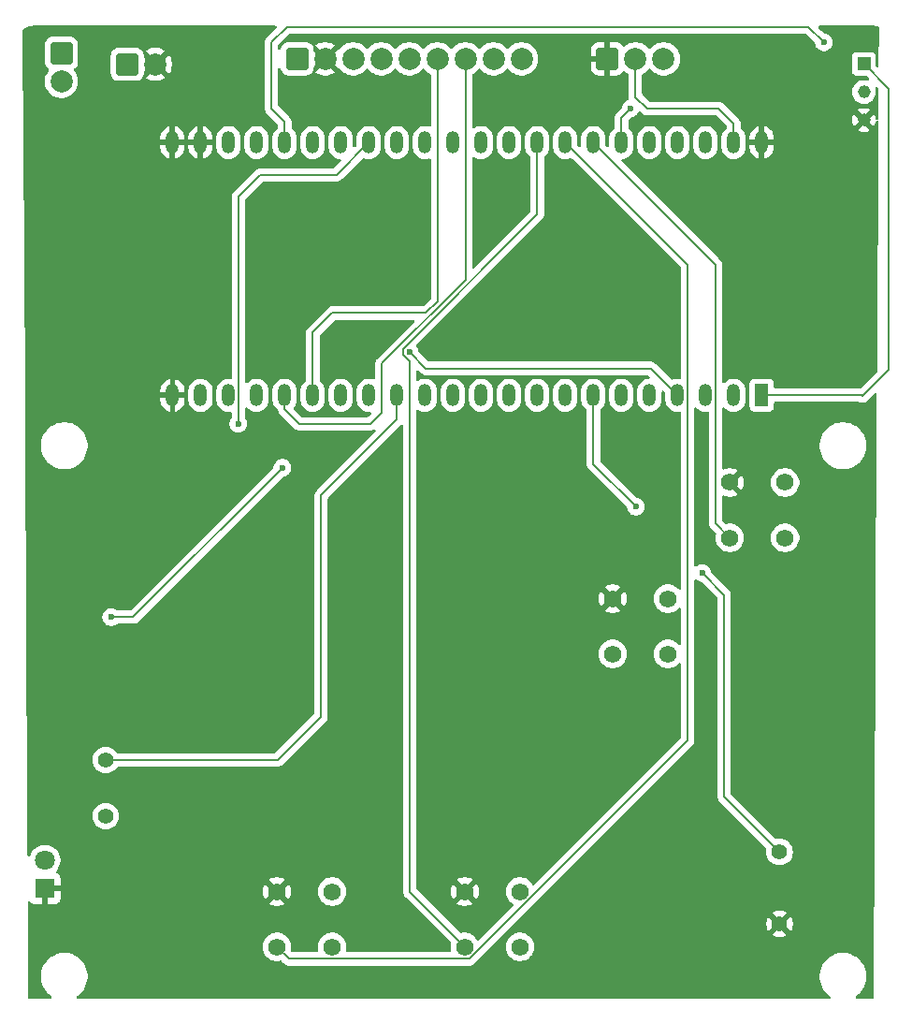
<source format=gbr>
%TF.GenerationSoftware,KiCad,Pcbnew,9.0.6*%
%TF.CreationDate,2025-12-04T23:30:09-05:00*%
%TF.ProjectId,FinalProjectPCB,46696e61-6c50-4726-9f6a-656374504342,rev?*%
%TF.SameCoordinates,Original*%
%TF.FileFunction,Copper,L2,Bot*%
%TF.FilePolarity,Positive*%
%FSLAX46Y46*%
G04 Gerber Fmt 4.6, Leading zero omitted, Abs format (unit mm)*
G04 Created by KiCad (PCBNEW 9.0.6) date 2025-12-04 23:30:09*
%MOMM*%
%LPD*%
G01*
G04 APERTURE LIST*
G04 Aperture macros list*
%AMRoundRect*
0 Rectangle with rounded corners*
0 $1 Rounding radius*
0 $2 $3 $4 $5 $6 $7 $8 $9 X,Y pos of 4 corners*
0 Add a 4 corners polygon primitive as box body*
4,1,4,$2,$3,$4,$5,$6,$7,$8,$9,$2,$3,0*
0 Add four circle primitives for the rounded corners*
1,1,$1+$1,$2,$3*
1,1,$1+$1,$4,$5*
1,1,$1+$1,$6,$7*
1,1,$1+$1,$8,$9*
0 Add four rect primitives between the rounded corners*
20,1,$1+$1,$2,$3,$4,$5,0*
20,1,$1+$1,$4,$5,$6,$7,0*
20,1,$1+$1,$6,$7,$8,$9,0*
20,1,$1+$1,$8,$9,$2,$3,0*%
G04 Aperture macros list end*
%TA.AperFunction,ComponentPad*%
%ADD10C,1.408000*%
%TD*%
%TA.AperFunction,ComponentPad*%
%ADD11RoundRect,0.250000X-0.750000X-0.750000X0.750000X-0.750000X0.750000X0.750000X-0.750000X0.750000X0*%
%TD*%
%TA.AperFunction,ComponentPad*%
%ADD12C,2.000000*%
%TD*%
%TA.AperFunction,ComponentPad*%
%ADD13C,1.574800*%
%TD*%
%TA.AperFunction,ComponentPad*%
%ADD14C,1.400000*%
%TD*%
%TA.AperFunction,ComponentPad*%
%ADD15R,1.160000X1.160000*%
%TD*%
%TA.AperFunction,ComponentPad*%
%ADD16C,1.160000*%
%TD*%
%TA.AperFunction,ComponentPad*%
%ADD17RoundRect,0.250000X-0.750000X0.750000X-0.750000X-0.750000X0.750000X-0.750000X0.750000X0.750000X0*%
%TD*%
%TA.AperFunction,ComponentPad*%
%ADD18R,1.800000X1.800000*%
%TD*%
%TA.AperFunction,ComponentPad*%
%ADD19C,1.800000*%
%TD*%
%TA.AperFunction,ComponentPad*%
%ADD20R,1.200000X2.000000*%
%TD*%
%TA.AperFunction,ComponentPad*%
%ADD21O,1.200000X2.000000*%
%TD*%
%TA.AperFunction,ViaPad*%
%ADD22C,0.600000*%
%TD*%
%TA.AperFunction,Conductor*%
%ADD23C,0.200000*%
%TD*%
G04 APERTURE END LIST*
D10*
%TO.P,LS1,N*%
%TO.N,GND*%
X142000000Y-164250000D03*
%TO.P,LS1,P*%
%TO.N,PIEZO*%
X142000000Y-157750000D03*
%TD*%
D11*
%TO.P,BT1,1,+*%
%TO.N,5V-IN*%
X82960000Y-86500000D03*
D12*
%TO.P,BT1,2,-*%
%TO.N,GND*%
X85500000Y-86500000D03*
%TD*%
D13*
%TO.P,SW6,1,1*%
%TO.N,GND*%
X137500000Y-124325505D03*
%TO.P,SW6,2,2*%
%TO.N,unconnected-(SW6-Pad2)*%
X142500000Y-124325505D03*
%TO.P,SW6,3,3*%
%TO.N,unconnected-(SW6-Pad3)*%
X142500000Y-129325495D03*
%TO.P,SW6,4,4*%
%TO.N,A*%
X137500000Y-129325495D03*
%TD*%
%TO.P,SW5,1,1*%
%TO.N,GND*%
X126893398Y-134825505D03*
%TO.P,SW5,2,2*%
%TO.N,unconnected-(SW5-Pad2)*%
X131893398Y-134825505D03*
%TO.P,SW5,3,3*%
%TO.N,unconnected-(SW5-Pad3)*%
X131893398Y-139825495D03*
%TO.P,SW5,4,4*%
%TO.N,B*%
X126893398Y-139825495D03*
%TD*%
D14*
%TO.P,R1,1*%
%TO.N,Net-(D1-A)*%
X81000000Y-154500000D03*
%TO.P,R1,2*%
%TO.N,PowerLED*%
X81000000Y-149420000D03*
%TD*%
D11*
%TO.P,J2,1,Pin_1*%
%TO.N,3V3*%
X98332858Y-86000000D03*
D12*
%TO.P,J2,2,Pin_2*%
%TO.N,GND*%
X100872858Y-86000000D03*
%TO.P,J2,3,Pin_3*%
%TO.N,CS*%
X103412858Y-86000000D03*
%TO.P,J2,4,Pin_4*%
%TO.N,RESET*%
X105952858Y-86000000D03*
%TO.P,J2,5,Pin_5*%
%TO.N,DC{slash}RS*%
X108492858Y-86000000D03*
%TO.P,J2,6,Pin_6*%
%TO.N,SDI{slash}MOSI*%
X111032858Y-86000000D03*
%TO.P,J2,7,Pin_7*%
%TO.N,SCK*%
X113572858Y-86000000D03*
%TO.P,J2,8,Pin_8*%
%TO.N,3V3*%
X116112858Y-86000000D03*
%TO.P,J2,9,Pin_9*%
%TO.N,unconnected-(J2-Pin_9-Pad9)*%
X118652858Y-86000000D03*
%TD*%
D13*
%TO.P,SW8,1,1*%
%TO.N,GND*%
X96500000Y-161325505D03*
%TO.P,SW8,2,2*%
%TO.N,unconnected-(SW8-Pad2)*%
X101500000Y-161325505D03*
%TO.P,SW8,3,3*%
%TO.N,unconnected-(SW8-Pad3)*%
X101500000Y-166325495D03*
%TO.P,SW8,4,4*%
%TO.N,HOME*%
X96500000Y-166325495D03*
%TD*%
%TO.P,SW9,1,1*%
%TO.N,GND*%
X113500000Y-161325505D03*
%TO.P,SW9,2,2*%
%TO.N,unconnected-(SW9-Pad2)*%
X118500000Y-161325505D03*
%TO.P,SW9,3,3*%
%TO.N,unconnected-(SW9-Pad3)*%
X118500000Y-166325495D03*
%TO.P,SW9,4,4*%
%TO.N,SELECT*%
X113500000Y-166325495D03*
%TD*%
D15*
%TO.P,RV1,1,1*%
%TO.N,3V3*%
X149630000Y-86460000D03*
D16*
%TO.P,RV1,2,2*%
%TO.N,VOLUME*%
X149630000Y-89000000D03*
%TO.P,RV1,3,3*%
%TO.N,GND*%
X149630000Y-91540000D03*
%TD*%
D17*
%TO.P,SW7,1,A*%
%TO.N,5V-IN*%
X77000000Y-85500000D03*
D12*
%TO.P,SW7,2,B*%
%TO.N,Net-(SW7-B)*%
X77000000Y-88040000D03*
%TD*%
D11*
%TO.P,J1,1,Pin_1*%
%TO.N,GND*%
X126420000Y-86000000D03*
D12*
%TO.P,J1,2,Pin_2*%
%TO.N,TX*%
X128960000Y-86000000D03*
%TO.P,J1,3,Pin_3*%
%TO.N,RX*%
X131500000Y-86000000D03*
%TD*%
D18*
%TO.P,D1,1,K*%
%TO.N,GND*%
X75500000Y-161040000D03*
D19*
%TO.P,D1,2,A*%
%TO.N,Net-(D1-A)*%
X75500000Y-158500000D03*
%TD*%
D20*
%TO.P,U1,1,3V3*%
%TO.N,3V3*%
X140392080Y-116430000D03*
D21*
%TO.P,U1,2,3V3*%
X137852080Y-116430000D03*
%TO.P,U1,3,RST*%
%TO.N,RESET*%
X135312080Y-116430000D03*
%TO.P,U1,4,GPIO4/ADC1_CH3*%
%TO.N,DC{slash}RS*%
X132772080Y-116430000D03*
%TO.P,U1,5,GPIO5/ADC1_CH4*%
%TO.N,CS*%
X130232080Y-116430000D03*
%TO.P,U1,6,GPIO6/ADC1_CH5*%
%TO.N,unconnected-(U1-GPIO6{slash}ADC1_CH5-Pad6)*%
X127692080Y-116430000D03*
%TO.P,U1,7,GPIO7/ADC1_CH6*%
%TO.N,PIEZO*%
X125152080Y-116430000D03*
%TO.P,U1,8,GPIO15/ADC2_CH4/32K_P*%
%TO.N,unconnected-(U1-GPIO15{slash}ADC2_CH4{slash}32K_P-Pad8)*%
X122612080Y-116430000D03*
%TO.P,U1,9,GPIO16/ADC2_CH5/32K_N*%
%TO.N,unconnected-(U1-GPIO16{slash}ADC2_CH5{slash}32K_N-Pad9)*%
X120072080Y-116430000D03*
%TO.P,U1,10,GPIO17/ADC2_CH6/U1TXD*%
%TO.N,unconnected-(U1-GPIO17{slash}ADC2_CH6{slash}U1TXD-Pad10)*%
X117532080Y-116430000D03*
%TO.P,U1,11,GPIO18/ADC2_CH7/U1RXD*%
%TO.N,unconnected-(U1-GPIO18{slash}ADC2_CH7{slash}U1RXD-Pad11)*%
X114992080Y-116430000D03*
%TO.P,U1,12,GPIO8/ADC1_CH7*%
%TO.N,unconnected-(U1-GPIO8{slash}ADC1_CH7-Pad12)*%
X112452080Y-116430000D03*
%TO.P,U1,13,GPIO3/ADC1_CH2*%
%TO.N,unconnected-(U1-GPIO3{slash}ADC1_CH2-Pad13)*%
X109912080Y-116430000D03*
%TO.P,U1,14,GPIO46*%
%TO.N,PowerLED*%
X107372080Y-116430000D03*
%TO.P,U1,15,GPIO9/ADC1_CH8*%
%TO.N,unconnected-(U1-GPIO9{slash}ADC1_CH8-Pad15)*%
X104832080Y-116430000D03*
%TO.P,U1,16,GPIO10/ADC1_CH9*%
%TO.N,unconnected-(U1-GPIO10{slash}ADC1_CH9-Pad16)*%
X102292080Y-116430000D03*
%TO.P,U1,17,GPIO11/ADC2_CH0*%
%TO.N,SDI{slash}MOSI*%
X99752080Y-116430000D03*
%TO.P,U1,18,GPIO12/ADC2_CH1*%
%TO.N,SCK*%
X97212080Y-116430000D03*
%TO.P,U1,19,GPIO13/ADC2_CH2*%
%TO.N,unconnected-(U1-GPIO13{slash}ADC2_CH2-Pad19)*%
X94672080Y-116430000D03*
%TO.P,U1,20,GPIO14/ADC2_CH3*%
%TO.N,unconnected-(U1-GPIO14{slash}ADC2_CH3-Pad20)*%
X92134800Y-116433680D03*
%TO.P,U1,21,5V*%
%TO.N,Net-(SW7-B)*%
X89594800Y-116433680D03*
%TO.P,U1,22,GND*%
%TO.N,GND*%
X87054800Y-116433680D03*
%TO.P,U1,23,GND*%
X87052080Y-93570000D03*
%TO.P,U1,24,GND*%
X89592080Y-93570000D03*
%TO.P,U1,25,GPIO19/ADC2_CH8/USB_D-*%
%TO.N,unconnected-(U1-GPIO19{slash}ADC2_CH8{slash}USB_D--Pad25)*%
X92132080Y-93570000D03*
%TO.P,U1,26,GPIO20/ADC2_CH9/USB_D+*%
%TO.N,unconnected-(U1-GPIO20{slash}ADC2_CH9{slash}USB_D+-Pad26)*%
X94672080Y-93570000D03*
%TO.P,U1,27,GPIO21*%
%TO.N,VOLUME*%
X97212080Y-93570000D03*
%TO.P,U1,28,GPIO33*%
%TO.N,CENTER*%
X99752080Y-93570000D03*
%TO.P,U1,29,GPIO34*%
%TO.N,LEFT*%
X102292080Y-93570000D03*
%TO.P,U1,30,GPIO45*%
%TO.N,UP*%
X104832080Y-93570000D03*
%TO.P,U1,31,GPIO0*%
%TO.N,unconnected-(U1-GPIO0-Pad31)*%
X107372080Y-93570000D03*
%TO.P,U1,32,GPIO35*%
%TO.N,unconnected-(U1-GPIO35-Pad32)*%
X109912080Y-93570000D03*
%TO.P,U1,33,GPIO36*%
%TO.N,unconnected-(U1-GPIO36-Pad33)*%
X112452080Y-93570000D03*
%TO.P,U1,34,GPIO37*%
%TO.N,unconnected-(U1-GPIO37-Pad34)*%
X114992080Y-93570000D03*
%TO.P,U1,35,GPIO38*%
%TO.N,unconnected-(U1-GPIO38-Pad35)*%
X117532080Y-93570000D03*
%TO.P,U1,36,GPIO39/MTCK*%
%TO.N,SELECT*%
X120072080Y-93570000D03*
%TO.P,U1,37,GPIO40/MTDO*%
%TO.N,HOME*%
X122612080Y-93570000D03*
%TO.P,U1,38,GPIO41/MTDI*%
%TO.N,A*%
X125152080Y-93570000D03*
%TO.P,U1,39,GPIO42/MTMS*%
%TO.N,B*%
X127692080Y-93570000D03*
%TO.P,U1,40,GPIO2/ADC1_CH1*%
%TO.N,DOWN*%
X130232080Y-93570000D03*
%TO.P,U1,41,GPIO1/ADC1_CH0*%
%TO.N,RIGHT*%
X132772080Y-93570000D03*
%TO.P,U1,42,GPIO44/U0RXD*%
%TO.N,RX*%
X135312080Y-93570000D03*
%TO.P,U1,43,GPIO43/U0TXD*%
%TO.N,TX*%
X137852080Y-93570000D03*
%TO.P,U1,44,GND*%
%TO.N,GND*%
X140392080Y-93570000D03*
%TD*%
D22*
%TO.N,DC{slash}RS*%
X108500000Y-112500000D03*
%TO.N,PIEZO*%
X135000000Y-132500000D03*
X129000000Y-126500000D03*
%TO.N,VOLUME*%
X146000000Y-84500000D03*
X146000000Y-84500000D03*
%TO.N,B*%
X128500000Y-90500000D03*
%TO.N,UP*%
X93000000Y-119000000D03*
%TO.N,LEFT*%
X97000000Y-123000000D03*
X81500000Y-136500000D03*
%TD*%
D23*
%TO.N,SDI{slash}MOSI*%
X110000000Y-109000000D02*
X101500000Y-109000000D01*
X99752080Y-110747920D02*
X99752080Y-116430000D01*
X111032858Y-86000000D02*
X111032858Y-107967142D01*
X101500000Y-109000000D02*
X99752080Y-110747920D01*
X111032858Y-107967142D02*
X110000000Y-109000000D01*
%TO.N,SCK*%
X113572858Y-105994242D02*
X106000000Y-113567100D01*
X106000000Y-113567100D02*
X106000000Y-118000000D01*
X113572858Y-86000000D02*
X113572858Y-105994242D01*
X97212080Y-117712080D02*
X97212080Y-116430000D01*
X105000000Y-119000000D02*
X98500000Y-119000000D01*
X106000000Y-118000000D02*
X105000000Y-119000000D01*
X98500000Y-119000000D02*
X97212080Y-117712080D01*
%TO.N,3V3*%
X149430000Y-116430000D02*
X140392080Y-116430000D01*
X151899000Y-88729000D02*
X151899000Y-114101000D01*
X149500000Y-116500000D02*
X149430000Y-116430000D01*
X149630000Y-86460000D02*
X151899000Y-88729000D01*
X151899000Y-114101000D02*
X149500000Y-116500000D01*
%TO.N,DC{slash}RS*%
X110000000Y-114000000D02*
X130342080Y-114000000D01*
X108492858Y-86000000D02*
X108500000Y-86007142D01*
X108500000Y-112500000D02*
X110000000Y-114000000D01*
X130342080Y-114000000D02*
X132772080Y-116430000D01*
%TO.N,PIEZO*%
X125152080Y-122652080D02*
X125152080Y-116430000D01*
X137000000Y-152750000D02*
X137000000Y-135000000D01*
X137000000Y-134500000D02*
X135000000Y-132500000D01*
X142000000Y-157750000D02*
X137000000Y-152750000D01*
X129000000Y-126500000D02*
X125152080Y-122652080D01*
X137000000Y-135000000D02*
X137000000Y-134500000D01*
%TO.N,PowerLED*%
X81000000Y-149420000D02*
X96580000Y-149420000D01*
X107372080Y-118627920D02*
X107372080Y-116430000D01*
X100500000Y-145500000D02*
X100500000Y-125500000D01*
X100500000Y-125500000D02*
X107372080Y-118627920D01*
X96580000Y-149420000D02*
X100500000Y-145500000D01*
%TO.N,VOLUME*%
X96000000Y-90500000D02*
X97212080Y-91712080D01*
X146000000Y-84500000D02*
X144601000Y-83101000D01*
X97212080Y-91712080D02*
X97212080Y-93570000D01*
X144601000Y-83101000D02*
X97399000Y-83101000D01*
X96000000Y-84500000D02*
X96000000Y-90500000D01*
X97399000Y-83101000D02*
X96000000Y-84500000D01*
%TO.N,B*%
X127692080Y-91307920D02*
X127692080Y-93570000D01*
X128500000Y-90500000D02*
X127692080Y-91307920D01*
%TO.N,A*%
X125152080Y-93570000D02*
X136213080Y-104631000D01*
X136213080Y-128038575D02*
X137500000Y-129325495D01*
X136213080Y-104631000D02*
X136213080Y-128038575D01*
%TO.N,HOME*%
X133673080Y-147691646D02*
X133673080Y-104631000D01*
X97588400Y-167413895D02*
X113950831Y-167413895D01*
X133673080Y-104631000D02*
X122612080Y-93570000D01*
X96500000Y-166325495D02*
X97588400Y-167413895D01*
X113950831Y-167413895D02*
X133673080Y-147691646D01*
%TO.N,SELECT*%
X108533900Y-161359395D02*
X108533900Y-113383843D01*
X108533900Y-113383843D02*
X107899000Y-112748943D01*
X120072080Y-100077977D02*
X120072080Y-93570000D01*
X107899000Y-112251057D02*
X120072080Y-100077977D01*
X107899000Y-112748943D02*
X107899000Y-112251057D01*
X113500000Y-166325495D02*
X108533900Y-161359395D01*
%TO.N,UP*%
X93035800Y-98464200D02*
X95000000Y-96500000D01*
X93000000Y-119000000D02*
X93035800Y-118964200D01*
X101902080Y-96500000D02*
X104832080Y-93570000D01*
X95000000Y-96500000D02*
X101902080Y-96500000D01*
X93035800Y-118964200D02*
X93035800Y-98464200D01*
%TO.N,LEFT*%
X97000000Y-123000000D02*
X83500000Y-136500000D01*
X83500000Y-136500000D02*
X81500000Y-136500000D01*
%TO.N,TX*%
X136500000Y-90500000D02*
X137852080Y-91852080D01*
X137852080Y-91852080D02*
X137852080Y-93570000D01*
X128960000Y-89460000D02*
X130000000Y-90500000D01*
X128960000Y-86000000D02*
X128960000Y-89460000D01*
X130000000Y-90500000D02*
X136500000Y-90500000D01*
%TD*%
%TA.AperFunction,Conductor*%
%TO.N,GND*%
G36*
X96417941Y-83020185D02*
G01*
X96463696Y-83072989D01*
X96473640Y-83142147D01*
X96444615Y-83205703D01*
X96438583Y-83212181D01*
X95519481Y-84131282D01*
X95519479Y-84131285D01*
X95469361Y-84218094D01*
X95469359Y-84218096D01*
X95440425Y-84268209D01*
X95440424Y-84268210D01*
X95436905Y-84281344D01*
X95399499Y-84420943D01*
X95399499Y-84420945D01*
X95399499Y-84589046D01*
X95399500Y-84589059D01*
X95399500Y-90413330D01*
X95399499Y-90413348D01*
X95399499Y-90579054D01*
X95399498Y-90579054D01*
X95399499Y-90579057D01*
X95440423Y-90731785D01*
X95449496Y-90747500D01*
X95449982Y-90748341D01*
X95449983Y-90748343D01*
X95519477Y-90868712D01*
X95519481Y-90868717D01*
X95638349Y-90987585D01*
X95638355Y-90987590D01*
X96575261Y-91924496D01*
X96589964Y-91951423D01*
X96606557Y-91977242D01*
X96607448Y-91983442D01*
X96608746Y-91985819D01*
X96611580Y-92012177D01*
X96611580Y-92182814D01*
X96591895Y-92249853D01*
X96560467Y-92283131D01*
X96495152Y-92330585D01*
X96372668Y-92453069D01*
X96372668Y-92453070D01*
X96372666Y-92453072D01*
X96328939Y-92513256D01*
X96270848Y-92593211D01*
X96192208Y-92747552D01*
X96138677Y-92912302D01*
X96111580Y-93083389D01*
X96111580Y-94056610D01*
X96131086Y-94179771D01*
X96138678Y-94227701D01*
X96192207Y-94392445D01*
X96270848Y-94546788D01*
X96372666Y-94686928D01*
X96495152Y-94809414D01*
X96635292Y-94911232D01*
X96789635Y-94989873D01*
X96954379Y-95043402D01*
X97125469Y-95070500D01*
X97125470Y-95070500D01*
X97298690Y-95070500D01*
X97298691Y-95070500D01*
X97469781Y-95043402D01*
X97634525Y-94989873D01*
X97788868Y-94911232D01*
X97929008Y-94809414D01*
X98051494Y-94686928D01*
X98153312Y-94546788D01*
X98231953Y-94392445D01*
X98285482Y-94227701D01*
X98312580Y-94056611D01*
X98312580Y-93083389D01*
X98651580Y-93083389D01*
X98651580Y-94056610D01*
X98671086Y-94179771D01*
X98678678Y-94227701D01*
X98732207Y-94392445D01*
X98810848Y-94546788D01*
X98912666Y-94686928D01*
X99035152Y-94809414D01*
X99175292Y-94911232D01*
X99329635Y-94989873D01*
X99494379Y-95043402D01*
X99665469Y-95070500D01*
X99665470Y-95070500D01*
X99838690Y-95070500D01*
X99838691Y-95070500D01*
X100009781Y-95043402D01*
X100174525Y-94989873D01*
X100328868Y-94911232D01*
X100469008Y-94809414D01*
X100591494Y-94686928D01*
X100693312Y-94546788D01*
X100771953Y-94392445D01*
X100825482Y-94227701D01*
X100852580Y-94056611D01*
X100852580Y-93083389D01*
X100825482Y-92912299D01*
X100771953Y-92747555D01*
X100693312Y-92593212D01*
X100591494Y-92453072D01*
X100469008Y-92330586D01*
X100328868Y-92228768D01*
X100174525Y-92150127D01*
X100009781Y-92096598D01*
X100009779Y-92096597D01*
X100009778Y-92096597D01*
X99878351Y-92075781D01*
X99838691Y-92069500D01*
X99665469Y-92069500D01*
X99625808Y-92075781D01*
X99494382Y-92096597D01*
X99329632Y-92150128D01*
X99175291Y-92228768D01*
X99106430Y-92278799D01*
X99035152Y-92330586D01*
X99035150Y-92330588D01*
X99035149Y-92330588D01*
X98912668Y-92453069D01*
X98912668Y-92453070D01*
X98912666Y-92453072D01*
X98868939Y-92513256D01*
X98810848Y-92593211D01*
X98732208Y-92747552D01*
X98678677Y-92912302D01*
X98651580Y-93083389D01*
X98312580Y-93083389D01*
X98285482Y-92912299D01*
X98231953Y-92747555D01*
X98153312Y-92593212D01*
X98051494Y-92453072D01*
X97929008Y-92330586D01*
X97866233Y-92284977D01*
X97863693Y-92283131D01*
X97821028Y-92227801D01*
X97812580Y-92182814D01*
X97812580Y-91801139D01*
X97812581Y-91801126D01*
X97812581Y-91633025D01*
X97812581Y-91633023D01*
X97771657Y-91480295D01*
X97742719Y-91430175D01*
X97692600Y-91343364D01*
X97580796Y-91231560D01*
X97580795Y-91231559D01*
X97576465Y-91227229D01*
X97576454Y-91227219D01*
X96636819Y-90287584D01*
X96603334Y-90226261D01*
X96600500Y-90199903D01*
X96600500Y-86939831D01*
X96620185Y-86872792D01*
X96672989Y-86827037D01*
X96742147Y-86817093D01*
X96805703Y-86846118D01*
X96842206Y-86900827D01*
X96850824Y-86926833D01*
X96898044Y-87069334D01*
X96990146Y-87218656D01*
X97114202Y-87342712D01*
X97263524Y-87434814D01*
X97430061Y-87489999D01*
X97532849Y-87500500D01*
X99132866Y-87500499D01*
X99235655Y-87489999D01*
X99402192Y-87434814D01*
X99551514Y-87342712D01*
X99675570Y-87218656D01*
X99767672Y-87069334D01*
X99822857Y-86902797D01*
X99833358Y-86800009D01*
X99833357Y-86737305D01*
X99853041Y-86670269D01*
X99869676Y-86649626D01*
X100308245Y-86211058D01*
X100313747Y-86231591D01*
X100392739Y-86368408D01*
X100504450Y-86480119D01*
X100641267Y-86559111D01*
X100661798Y-86564612D01*
X100003751Y-87222658D01*
X100086686Y-87282914D01*
X100297055Y-87390102D01*
X100521610Y-87463065D01*
X100521609Y-87463065D01*
X100754806Y-87500000D01*
X100990910Y-87500000D01*
X101224105Y-87463065D01*
X101448660Y-87390102D01*
X101659021Y-87282918D01*
X101659027Y-87282914D01*
X101741962Y-87222658D01*
X101741963Y-87222658D01*
X101083916Y-86564612D01*
X101104449Y-86559111D01*
X101241266Y-86480119D01*
X101352977Y-86368408D01*
X101431969Y-86231591D01*
X101437470Y-86211059D01*
X102095515Y-86869104D01*
X102115262Y-86867550D01*
X102183639Y-86881914D01*
X102225309Y-86918282D01*
X102268341Y-86977510D01*
X102435348Y-87144517D01*
X102626425Y-87283343D01*
X102659146Y-87300015D01*
X102836861Y-87390566D01*
X102836863Y-87390566D01*
X102836866Y-87390568D01*
X102957270Y-87429689D01*
X103061489Y-87463553D01*
X103294761Y-87500500D01*
X103294766Y-87500500D01*
X103530955Y-87500500D01*
X103764226Y-87463553D01*
X103793421Y-87454067D01*
X103988850Y-87390568D01*
X104199291Y-87283343D01*
X104390368Y-87144517D01*
X104557375Y-86977510D01*
X104582540Y-86942872D01*
X104637869Y-86900207D01*
X104707483Y-86894228D01*
X104769278Y-86926833D01*
X104783173Y-86942870D01*
X104808341Y-86977510D01*
X104975348Y-87144517D01*
X105166425Y-87283343D01*
X105199146Y-87300015D01*
X105376861Y-87390566D01*
X105376863Y-87390566D01*
X105376866Y-87390568D01*
X105497270Y-87429689D01*
X105601489Y-87463553D01*
X105834761Y-87500500D01*
X105834766Y-87500500D01*
X106070955Y-87500500D01*
X106304226Y-87463553D01*
X106333421Y-87454067D01*
X106528850Y-87390568D01*
X106739291Y-87283343D01*
X106930368Y-87144517D01*
X107097375Y-86977510D01*
X107122540Y-86942872D01*
X107177869Y-86900207D01*
X107247483Y-86894228D01*
X107309278Y-86926833D01*
X107323173Y-86942870D01*
X107348341Y-86977510D01*
X107515348Y-87144517D01*
X107706425Y-87283343D01*
X107739146Y-87300015D01*
X107916861Y-87390566D01*
X107916863Y-87390566D01*
X107916866Y-87390568D01*
X108037270Y-87429689D01*
X108141489Y-87463553D01*
X108374761Y-87500500D01*
X108374766Y-87500500D01*
X108610955Y-87500500D01*
X108844226Y-87463553D01*
X108873421Y-87454067D01*
X109068850Y-87390568D01*
X109279291Y-87283343D01*
X109470368Y-87144517D01*
X109637375Y-86977510D01*
X109662540Y-86942872D01*
X109717869Y-86900207D01*
X109787483Y-86894228D01*
X109849278Y-86926833D01*
X109863173Y-86942870D01*
X109888341Y-86977510D01*
X110055348Y-87144517D01*
X110157393Y-87218657D01*
X110246426Y-87283344D01*
X110321035Y-87321358D01*
X110364652Y-87343582D01*
X110415448Y-87391556D01*
X110432358Y-87454067D01*
X110432358Y-92011243D01*
X110412673Y-92078282D01*
X110359869Y-92124037D01*
X110290711Y-92133981D01*
X110270040Y-92129174D01*
X110169778Y-92096597D01*
X110038351Y-92075781D01*
X109998691Y-92069500D01*
X109825469Y-92069500D01*
X109785808Y-92075781D01*
X109654382Y-92096597D01*
X109489632Y-92150128D01*
X109335291Y-92228768D01*
X109266430Y-92278799D01*
X109195152Y-92330586D01*
X109195150Y-92330588D01*
X109195149Y-92330588D01*
X109072668Y-92453069D01*
X109072668Y-92453070D01*
X109072666Y-92453072D01*
X109028939Y-92513256D01*
X108970848Y-92593211D01*
X108892208Y-92747552D01*
X108838677Y-92912302D01*
X108811580Y-93083389D01*
X108811580Y-94056610D01*
X108831086Y-94179771D01*
X108838678Y-94227701D01*
X108892207Y-94392445D01*
X108970848Y-94546788D01*
X109072666Y-94686928D01*
X109195152Y-94809414D01*
X109335292Y-94911232D01*
X109489635Y-94989873D01*
X109654379Y-95043402D01*
X109825469Y-95070500D01*
X109825470Y-95070500D01*
X109998690Y-95070500D01*
X109998691Y-95070500D01*
X110169781Y-95043402D01*
X110270042Y-95010824D01*
X110339881Y-95008830D01*
X110399714Y-95044910D01*
X110430542Y-95107611D01*
X110432358Y-95128756D01*
X110432358Y-107667044D01*
X110412673Y-107734083D01*
X110396039Y-107754725D01*
X109787584Y-108363181D01*
X109726261Y-108396666D01*
X109699903Y-108399500D01*
X101579057Y-108399500D01*
X101420943Y-108399500D01*
X101268215Y-108440423D01*
X101268214Y-108440423D01*
X101268212Y-108440424D01*
X101268209Y-108440425D01*
X101218096Y-108469359D01*
X101218095Y-108469360D01*
X101174689Y-108494420D01*
X101131285Y-108519479D01*
X101131282Y-108519481D01*
X99271561Y-110379202D01*
X99271559Y-110379205D01*
X99221441Y-110466014D01*
X99221439Y-110466016D01*
X99192505Y-110516129D01*
X99192504Y-110516130D01*
X99192503Y-110516135D01*
X99151579Y-110668863D01*
X99151579Y-110668865D01*
X99151579Y-110836966D01*
X99151580Y-110836979D01*
X99151580Y-115042814D01*
X99131895Y-115109853D01*
X99100467Y-115143131D01*
X99035152Y-115190585D01*
X98912668Y-115313069D01*
X98912668Y-115313070D01*
X98912666Y-115313072D01*
X98868939Y-115373256D01*
X98810848Y-115453211D01*
X98732208Y-115607552D01*
X98678677Y-115772302D01*
X98651580Y-115943389D01*
X98651580Y-116916610D01*
X98674223Y-117059577D01*
X98678678Y-117087701D01*
X98732207Y-117252445D01*
X98810848Y-117406788D01*
X98912666Y-117546928D01*
X99035152Y-117669414D01*
X99175292Y-117771232D01*
X99329635Y-117849873D01*
X99494379Y-117903402D01*
X99665469Y-117930500D01*
X99665470Y-117930500D01*
X99838690Y-117930500D01*
X99838691Y-117930500D01*
X100009781Y-117903402D01*
X100174525Y-117849873D01*
X100328868Y-117771232D01*
X100469008Y-117669414D01*
X100591494Y-117546928D01*
X100693312Y-117406788D01*
X100771953Y-117252445D01*
X100825482Y-117087701D01*
X100852580Y-116916611D01*
X100852580Y-115943389D01*
X101191580Y-115943389D01*
X101191580Y-116916610D01*
X101214223Y-117059577D01*
X101218678Y-117087701D01*
X101272207Y-117252445D01*
X101350848Y-117406788D01*
X101452666Y-117546928D01*
X101575152Y-117669414D01*
X101715292Y-117771232D01*
X101869635Y-117849873D01*
X102034379Y-117903402D01*
X102205469Y-117930500D01*
X102205470Y-117930500D01*
X102378690Y-117930500D01*
X102378691Y-117930500D01*
X102549781Y-117903402D01*
X102714525Y-117849873D01*
X102868868Y-117771232D01*
X103009008Y-117669414D01*
X103131494Y-117546928D01*
X103233312Y-117406788D01*
X103311953Y-117252445D01*
X103365482Y-117087701D01*
X103392580Y-116916611D01*
X103392580Y-115943389D01*
X103365482Y-115772299D01*
X103311953Y-115607555D01*
X103233312Y-115453212D01*
X103131494Y-115313072D01*
X103009008Y-115190586D01*
X102868868Y-115088768D01*
X102721749Y-115013808D01*
X102714527Y-115010128D01*
X102714526Y-115010127D01*
X102714525Y-115010127D01*
X102549781Y-114956598D01*
X102549779Y-114956597D01*
X102549778Y-114956597D01*
X102418351Y-114935781D01*
X102378691Y-114929500D01*
X102205469Y-114929500D01*
X102165808Y-114935781D01*
X102034382Y-114956597D01*
X102034379Y-114956598D01*
X101908888Y-114997373D01*
X101869632Y-115010128D01*
X101715291Y-115088768D01*
X101685068Y-115110727D01*
X101575152Y-115190586D01*
X101575150Y-115190588D01*
X101575149Y-115190588D01*
X101452668Y-115313069D01*
X101452668Y-115313070D01*
X101452666Y-115313072D01*
X101408939Y-115373256D01*
X101350848Y-115453211D01*
X101272208Y-115607552D01*
X101218677Y-115772302D01*
X101191580Y-115943389D01*
X100852580Y-115943389D01*
X100825482Y-115772299D01*
X100771953Y-115607555D01*
X100693312Y-115453212D01*
X100591494Y-115313072D01*
X100469008Y-115190586D01*
X100464993Y-115187669D01*
X100403693Y-115143131D01*
X100361028Y-115087801D01*
X100352580Y-115042814D01*
X100352580Y-111048017D01*
X100372265Y-110980978D01*
X100388899Y-110960336D01*
X101712416Y-109636819D01*
X101773739Y-109603334D01*
X101800097Y-109600500D01*
X108818003Y-109600500D01*
X108885042Y-109620185D01*
X108930797Y-109672989D01*
X108940741Y-109742147D01*
X108911716Y-109805703D01*
X108905684Y-109812181D01*
X105631286Y-113086578D01*
X105519481Y-113198382D01*
X105519477Y-113198387D01*
X105501538Y-113229461D01*
X105501537Y-113229463D01*
X105440423Y-113335315D01*
X105399499Y-113488043D01*
X105399499Y-113488045D01*
X105399499Y-113656146D01*
X105399500Y-113656159D01*
X105399500Y-114886561D01*
X105379815Y-114953600D01*
X105327011Y-114999355D01*
X105257853Y-115009299D01*
X105237182Y-115004492D01*
X105221372Y-114999355D01*
X105089781Y-114956598D01*
X105089779Y-114956597D01*
X105089778Y-114956597D01*
X104958351Y-114935781D01*
X104918691Y-114929500D01*
X104745469Y-114929500D01*
X104705808Y-114935781D01*
X104574382Y-114956597D01*
X104574379Y-114956598D01*
X104448888Y-114997373D01*
X104409632Y-115010128D01*
X104255291Y-115088768D01*
X104225068Y-115110727D01*
X104115152Y-115190586D01*
X104115150Y-115190588D01*
X104115149Y-115190588D01*
X103992668Y-115313069D01*
X103992668Y-115313070D01*
X103992666Y-115313072D01*
X103948939Y-115373256D01*
X103890848Y-115453211D01*
X103812208Y-115607552D01*
X103758677Y-115772302D01*
X103731580Y-115943389D01*
X103731580Y-116916610D01*
X103754223Y-117059577D01*
X103758678Y-117087701D01*
X103812207Y-117252445D01*
X103890848Y-117406788D01*
X103992666Y-117546928D01*
X104115152Y-117669414D01*
X104255292Y-117771232D01*
X104409635Y-117849873D01*
X104574379Y-117903402D01*
X104745469Y-117930500D01*
X104745470Y-117930500D01*
X104920902Y-117930500D01*
X104987941Y-117950185D01*
X105033696Y-118002989D01*
X105043640Y-118072147D01*
X105014615Y-118135703D01*
X105008583Y-118142181D01*
X104787584Y-118363181D01*
X104726261Y-118396666D01*
X104699903Y-118399500D01*
X98800097Y-118399500D01*
X98733058Y-118379815D01*
X98712416Y-118363181D01*
X98060992Y-117711757D01*
X98027507Y-117650434D01*
X98032491Y-117580742D01*
X98049660Y-117551617D01*
X98048630Y-117550869D01*
X98051493Y-117546929D01*
X98051494Y-117546928D01*
X98153312Y-117406788D01*
X98231953Y-117252445D01*
X98285482Y-117087701D01*
X98312580Y-116916611D01*
X98312580Y-115943389D01*
X98285482Y-115772299D01*
X98231953Y-115607555D01*
X98153312Y-115453212D01*
X98051494Y-115313072D01*
X97929008Y-115190586D01*
X97788868Y-115088768D01*
X97641749Y-115013808D01*
X97634527Y-115010128D01*
X97634526Y-115010127D01*
X97634525Y-115010127D01*
X97469781Y-114956598D01*
X97469779Y-114956597D01*
X97469778Y-114956597D01*
X97338351Y-114935781D01*
X97298691Y-114929500D01*
X97125469Y-114929500D01*
X97085808Y-114935781D01*
X96954382Y-114956597D01*
X96954379Y-114956598D01*
X96828888Y-114997373D01*
X96789632Y-115010128D01*
X96635291Y-115088768D01*
X96605068Y-115110727D01*
X96495152Y-115190586D01*
X96495150Y-115190588D01*
X96495149Y-115190588D01*
X96372668Y-115313069D01*
X96372668Y-115313070D01*
X96372666Y-115313072D01*
X96328939Y-115373256D01*
X96270848Y-115453211D01*
X96192208Y-115607552D01*
X96138677Y-115772302D01*
X96111580Y-115943389D01*
X96111580Y-116916610D01*
X96134223Y-117059577D01*
X96138678Y-117087701D01*
X96192207Y-117252445D01*
X96270848Y-117406788D01*
X96372666Y-117546928D01*
X96495152Y-117669414D01*
X96553432Y-117711757D01*
X96563699Y-117719216D01*
X96606365Y-117774545D01*
X96610589Y-117787440D01*
X96611579Y-117791134D01*
X96611579Y-117791137D01*
X96652503Y-117943865D01*
X96671614Y-117976966D01*
X96681438Y-117993980D01*
X96681439Y-117993984D01*
X96681440Y-117993984D01*
X96731559Y-118080794D01*
X96731561Y-118080797D01*
X96850429Y-118199665D01*
X96850435Y-118199670D01*
X98015139Y-119364374D01*
X98015149Y-119364385D01*
X98019479Y-119368715D01*
X98019480Y-119368716D01*
X98131284Y-119480520D01*
X98206208Y-119523777D01*
X98268215Y-119559577D01*
X98420943Y-119600501D01*
X98420946Y-119600501D01*
X98586653Y-119600501D01*
X98586669Y-119600500D01*
X104913331Y-119600500D01*
X104913347Y-119600501D01*
X104920943Y-119600501D01*
X105079054Y-119600501D01*
X105079057Y-119600501D01*
X105231785Y-119559577D01*
X105266455Y-119539559D01*
X105334351Y-119523087D01*
X105400378Y-119545938D01*
X105443570Y-119600858D01*
X105450214Y-119670411D01*
X105418199Y-119732514D01*
X105416135Y-119734628D01*
X100131286Y-125019478D01*
X100019481Y-125131282D01*
X100019479Y-125131285D01*
X99969361Y-125218094D01*
X99969359Y-125218096D01*
X99940425Y-125268209D01*
X99940424Y-125268210D01*
X99940423Y-125268215D01*
X99899499Y-125420943D01*
X99899499Y-125420945D01*
X99899499Y-125589046D01*
X99899500Y-125589059D01*
X99899500Y-145199903D01*
X99879815Y-145266942D01*
X99863181Y-145287584D01*
X96367584Y-148783181D01*
X96306261Y-148816666D01*
X96279903Y-148819500D01*
X82110792Y-148819500D01*
X82043753Y-148799815D01*
X82010474Y-148768386D01*
X81915690Y-148637927D01*
X81782073Y-148504310D01*
X81629199Y-148393240D01*
X81460836Y-148307454D01*
X81281118Y-148249059D01*
X81094486Y-148219500D01*
X81094481Y-148219500D01*
X80905519Y-148219500D01*
X80905514Y-148219500D01*
X80718881Y-148249059D01*
X80539163Y-148307454D01*
X80370800Y-148393240D01*
X80283579Y-148456610D01*
X80217927Y-148504310D01*
X80217925Y-148504312D01*
X80217924Y-148504312D01*
X80084312Y-148637924D01*
X80084312Y-148637925D01*
X80084310Y-148637927D01*
X80036610Y-148703579D01*
X79973240Y-148790800D01*
X79887454Y-148959163D01*
X79829059Y-149138881D01*
X79799500Y-149325513D01*
X79799500Y-149514486D01*
X79829059Y-149701118D01*
X79887454Y-149880836D01*
X79937765Y-149979576D01*
X79973240Y-150049199D01*
X80084310Y-150202073D01*
X80217927Y-150335690D01*
X80370801Y-150446760D01*
X80450347Y-150487290D01*
X80539163Y-150532545D01*
X80539165Y-150532545D01*
X80539168Y-150532547D01*
X80635497Y-150563846D01*
X80718881Y-150590940D01*
X80905514Y-150620500D01*
X80905519Y-150620500D01*
X81094486Y-150620500D01*
X81281118Y-150590940D01*
X81460832Y-150532547D01*
X81629199Y-150446760D01*
X81782073Y-150335690D01*
X81915690Y-150202073D01*
X82010475Y-150071613D01*
X82065804Y-150028949D01*
X82110792Y-150020500D01*
X96493331Y-150020500D01*
X96493347Y-150020501D01*
X96500943Y-150020501D01*
X96659054Y-150020501D01*
X96659057Y-150020501D01*
X96811785Y-149979577D01*
X96861904Y-149950639D01*
X96948716Y-149900520D01*
X97060520Y-149788716D01*
X97060520Y-149788714D01*
X97070728Y-149778507D01*
X97070730Y-149778504D01*
X100868713Y-145980521D01*
X100868716Y-145980520D01*
X100980520Y-145868716D01*
X101030639Y-145781904D01*
X101059577Y-145731785D01*
X101100500Y-145579057D01*
X101100500Y-145420943D01*
X101100500Y-125800097D01*
X101120185Y-125733058D01*
X101136819Y-125712416D01*
X104471025Y-122378210D01*
X107721721Y-119127514D01*
X107783042Y-119094031D01*
X107852734Y-119099015D01*
X107908667Y-119140887D01*
X107933084Y-119206351D01*
X107933400Y-119215197D01*
X107933400Y-161272725D01*
X107933399Y-161272743D01*
X107933399Y-161438449D01*
X107933398Y-161438449D01*
X107933399Y-161438452D01*
X107974323Y-161591180D01*
X107995052Y-161627083D01*
X108010027Y-161653020D01*
X108053379Y-161728109D01*
X108053381Y-161728112D01*
X108172249Y-161846980D01*
X108172255Y-161846985D01*
X112215921Y-165890651D01*
X112249406Y-165951974D01*
X112246174Y-166016642D01*
X112243812Y-166023910D01*
X112212100Y-166224135D01*
X112212100Y-166426855D01*
X112243813Y-166627079D01*
X112251611Y-166651078D01*
X112253606Y-166720917D01*
X112217526Y-166780750D01*
X112154826Y-166811579D01*
X112133680Y-166813395D01*
X102866320Y-166813395D01*
X102799281Y-166793710D01*
X102753526Y-166740906D01*
X102743582Y-166671748D01*
X102748386Y-166651085D01*
X102756187Y-166627079D01*
X102787900Y-166426855D01*
X102787900Y-166224135D01*
X102756187Y-166023911D01*
X102693543Y-165831113D01*
X102601510Y-165650489D01*
X102593854Y-165639951D01*
X102482360Y-165486490D01*
X102339004Y-165343134D01*
X102175009Y-165223987D01*
X102175008Y-165223986D01*
X102175006Y-165223985D01*
X101994382Y-165131952D01*
X101801584Y-165069308D01*
X101801582Y-165069307D01*
X101801580Y-165069307D01*
X101625484Y-165041416D01*
X101601360Y-165037595D01*
X101398640Y-165037595D01*
X101374516Y-165041416D01*
X101198419Y-165069307D01*
X101005615Y-165131953D01*
X100824990Y-165223987D01*
X100660995Y-165343134D01*
X100517639Y-165486490D01*
X100398492Y-165650485D01*
X100306458Y-165831110D01*
X100243812Y-166023914D01*
X100212100Y-166224135D01*
X100212100Y-166426855D01*
X100243813Y-166627079D01*
X100251611Y-166651078D01*
X100253606Y-166720917D01*
X100217526Y-166780750D01*
X100154826Y-166811579D01*
X100133680Y-166813395D01*
X97888497Y-166813395D01*
X97859056Y-166804750D01*
X97829070Y-166798227D01*
X97824054Y-166794472D01*
X97821458Y-166793710D01*
X97800816Y-166777076D01*
X97784077Y-166760337D01*
X97750592Y-166699014D01*
X97753830Y-166634330D01*
X97756187Y-166627079D01*
X97787900Y-166426855D01*
X97787900Y-166224135D01*
X97756187Y-166023911D01*
X97693543Y-165831113D01*
X97601510Y-165650489D01*
X97593854Y-165639951D01*
X97482360Y-165486490D01*
X97339004Y-165343134D01*
X97175009Y-165223987D01*
X97175008Y-165223986D01*
X97175006Y-165223985D01*
X96994382Y-165131952D01*
X96801584Y-165069308D01*
X96801582Y-165069307D01*
X96801580Y-165069307D01*
X96625484Y-165041416D01*
X96601360Y-165037595D01*
X96398640Y-165037595D01*
X96374516Y-165041416D01*
X96198419Y-165069307D01*
X96005615Y-165131953D01*
X95824990Y-165223987D01*
X95660995Y-165343134D01*
X95517639Y-165486490D01*
X95398492Y-165650485D01*
X95306458Y-165831110D01*
X95243812Y-166023914D01*
X95212100Y-166224135D01*
X95212100Y-166426855D01*
X95243813Y-166627079D01*
X95306457Y-166819877D01*
X95352819Y-166910868D01*
X95398492Y-167000504D01*
X95517639Y-167164499D01*
X95660995Y-167307855D01*
X95814456Y-167419349D01*
X95824994Y-167427005D01*
X96005618Y-167519038D01*
X96198416Y-167581682D01*
X96398640Y-167613395D01*
X96398641Y-167613395D01*
X96601359Y-167613395D01*
X96601360Y-167613395D01*
X96687898Y-167599688D01*
X96801579Y-167581683D01*
X96801580Y-167581682D01*
X96801584Y-167581682D01*
X96808835Y-167579325D01*
X96824050Y-167578889D01*
X96838315Y-167573569D01*
X96858262Y-167577908D01*
X96878671Y-167577323D01*
X96892763Y-167585413D01*
X96906588Y-167588421D01*
X96934842Y-167609572D01*
X97103539Y-167778269D01*
X97103549Y-167778280D01*
X97107879Y-167782610D01*
X97107880Y-167782611D01*
X97219684Y-167894415D01*
X97240738Y-167906570D01*
X97306495Y-167944534D01*
X97306497Y-167944536D01*
X97344551Y-167966506D01*
X97356615Y-167973472D01*
X97509343Y-168014396D01*
X97509346Y-168014396D01*
X97675053Y-168014396D01*
X97675069Y-168014395D01*
X113864162Y-168014395D01*
X113864178Y-168014396D01*
X113871774Y-168014396D01*
X114029885Y-168014396D01*
X114029888Y-168014396D01*
X114182616Y-167973472D01*
X114232735Y-167944534D01*
X114319547Y-167894415D01*
X114431351Y-167782611D01*
X114431351Y-167782609D01*
X114441559Y-167772402D01*
X114441561Y-167772399D01*
X115989825Y-166224135D01*
X117212100Y-166224135D01*
X117212100Y-166426855D01*
X117243813Y-166627079D01*
X117306457Y-166819877D01*
X117352819Y-166910868D01*
X117398492Y-167000504D01*
X117517639Y-167164499D01*
X117660995Y-167307855D01*
X117814456Y-167419349D01*
X117824994Y-167427005D01*
X118005618Y-167519038D01*
X118198416Y-167581682D01*
X118398640Y-167613395D01*
X118398641Y-167613395D01*
X118601359Y-167613395D01*
X118601360Y-167613395D01*
X118801584Y-167581682D01*
X118994382Y-167519038D01*
X119175006Y-167427005D01*
X119267085Y-167360105D01*
X119339004Y-167307855D01*
X119339006Y-167307852D01*
X119339010Y-167307850D01*
X119482355Y-167164505D01*
X119482357Y-167164501D01*
X119482360Y-167164499D01*
X119536773Y-167089604D01*
X119601510Y-167000501D01*
X119693543Y-166819877D01*
X119756187Y-166627079D01*
X119787900Y-166426855D01*
X119787900Y-166224135D01*
X119756187Y-166023911D01*
X119693543Y-165831113D01*
X119601510Y-165650489D01*
X119593854Y-165639951D01*
X119482360Y-165486490D01*
X119339006Y-165343136D01*
X119298634Y-165313805D01*
X119298633Y-165313804D01*
X119175009Y-165223987D01*
X119175008Y-165223986D01*
X119175006Y-165223985D01*
X118994382Y-165131952D01*
X118801584Y-165069308D01*
X118801582Y-165069307D01*
X118801580Y-165069307D01*
X118625484Y-165041416D01*
X118601360Y-165037595D01*
X118398640Y-165037595D01*
X118374516Y-165041416D01*
X118198419Y-165069307D01*
X118005615Y-165131953D01*
X117824990Y-165223987D01*
X117660995Y-165343134D01*
X117517639Y-165486490D01*
X117398492Y-165650485D01*
X117306458Y-165831110D01*
X117243812Y-166023914D01*
X117212100Y-166224135D01*
X115989825Y-166224135D01*
X118058723Y-164155237D01*
X140796000Y-164155237D01*
X140796000Y-164344762D01*
X140825645Y-164531937D01*
X140884210Y-164712178D01*
X140970246Y-164881033D01*
X140989253Y-164907192D01*
X140989253Y-164907193D01*
X141557861Y-164338584D01*
X141580667Y-164423694D01*
X141639910Y-164526306D01*
X141723694Y-164610090D01*
X141826306Y-164669333D01*
X141911414Y-164692137D01*
X141342806Y-165260745D01*
X141342806Y-165260746D01*
X141368966Y-165279752D01*
X141537821Y-165365789D01*
X141718062Y-165424354D01*
X141905238Y-165454000D01*
X142094762Y-165454000D01*
X142281937Y-165424354D01*
X142462182Y-165365788D01*
X142462184Y-165365787D01*
X142631027Y-165279756D01*
X142631043Y-165279746D01*
X142657192Y-165260746D01*
X142657193Y-165260745D01*
X142088585Y-164692137D01*
X142173694Y-164669333D01*
X142276306Y-164610090D01*
X142360090Y-164526306D01*
X142419333Y-164423694D01*
X142442137Y-164338585D01*
X143010745Y-164907193D01*
X143010746Y-164907192D01*
X143029746Y-164881043D01*
X143029756Y-164881027D01*
X143115787Y-164712184D01*
X143115788Y-164712182D01*
X143174354Y-164531937D01*
X143204000Y-164344762D01*
X143204000Y-164155237D01*
X143174354Y-163968062D01*
X143115789Y-163787821D01*
X143029752Y-163618966D01*
X143010745Y-163592806D01*
X142442137Y-164161414D01*
X142419333Y-164076306D01*
X142360090Y-163973694D01*
X142276306Y-163889910D01*
X142173694Y-163830667D01*
X142088584Y-163807861D01*
X142657193Y-163239253D01*
X142631033Y-163220246D01*
X142462178Y-163134210D01*
X142281937Y-163075645D01*
X142094762Y-163046000D01*
X141905238Y-163046000D01*
X141718062Y-163075645D01*
X141537821Y-163134210D01*
X141368969Y-163220245D01*
X141342806Y-163239253D01*
X141911415Y-163807861D01*
X141826306Y-163830667D01*
X141723694Y-163889910D01*
X141639910Y-163973694D01*
X141580667Y-164076306D01*
X141557861Y-164161414D01*
X140989253Y-163592806D01*
X140970245Y-163618969D01*
X140884210Y-163787821D01*
X140825645Y-163968062D01*
X140796000Y-164155237D01*
X118058723Y-164155237D01*
X134041793Y-148172167D01*
X134041796Y-148172166D01*
X134153600Y-148060362D01*
X134203719Y-147973550D01*
X134232657Y-147923431D01*
X134273581Y-147770703D01*
X134273581Y-147612589D01*
X134273581Y-147604994D01*
X134273580Y-147604976D01*
X134273580Y-133205021D01*
X134293265Y-133137982D01*
X134346069Y-133092227D01*
X134415227Y-133082283D01*
X134478783Y-133111308D01*
X134485261Y-133117340D01*
X134489707Y-133121786D01*
X134489711Y-133121789D01*
X134620814Y-133209390D01*
X134620827Y-133209397D01*
X134766498Y-133269735D01*
X134766503Y-133269737D01*
X134831147Y-133282595D01*
X134921849Y-133300638D01*
X134983760Y-133333023D01*
X134985339Y-133334574D01*
X136363181Y-134712416D01*
X136396666Y-134773739D01*
X136399500Y-134800097D01*
X136399500Y-152663330D01*
X136399499Y-152663348D01*
X136399499Y-152829054D01*
X136399498Y-152829054D01*
X136440423Y-152981785D01*
X136469358Y-153031900D01*
X136469359Y-153031904D01*
X136469360Y-153031904D01*
X136519479Y-153118714D01*
X136519481Y-153118717D01*
X136638349Y-153237585D01*
X136638355Y-153237590D01*
X140786437Y-157385672D01*
X140819922Y-157446995D01*
X140821229Y-157492751D01*
X140795500Y-157655199D01*
X140795500Y-157844800D01*
X140814125Y-157962393D01*
X140825158Y-158032055D01*
X140836399Y-158066650D01*
X140883747Y-158212372D01*
X140969819Y-158381296D01*
X141081259Y-158534679D01*
X141215321Y-158668741D01*
X141368704Y-158780181D01*
X141448515Y-158820846D01*
X141537627Y-158866252D01*
X141537629Y-158866252D01*
X141537632Y-158866254D01*
X141717945Y-158924842D01*
X141811574Y-158939671D01*
X141905200Y-158954500D01*
X141905204Y-158954500D01*
X142094800Y-158954500D01*
X142178022Y-158941318D01*
X142282055Y-158924842D01*
X142462368Y-158866254D01*
X142631296Y-158780181D01*
X142784679Y-158668741D01*
X142918741Y-158534679D01*
X143030181Y-158381296D01*
X143116254Y-158212368D01*
X143174842Y-158032055D01*
X143191318Y-157928022D01*
X143204500Y-157844800D01*
X143204500Y-157655199D01*
X143188023Y-157551171D01*
X143174842Y-157467945D01*
X143116254Y-157287632D01*
X143116252Y-157287629D01*
X143116252Y-157287627D01*
X143030180Y-157118703D01*
X143016228Y-157099500D01*
X142918741Y-156965321D01*
X142784679Y-156831259D01*
X142631296Y-156719819D01*
X142462372Y-156633747D01*
X142403905Y-156614750D01*
X142282055Y-156575158D01*
X142282051Y-156575157D01*
X142282050Y-156575157D01*
X142094800Y-156545500D01*
X142094796Y-156545500D01*
X141905204Y-156545500D01*
X141905200Y-156545500D01*
X141742751Y-156571229D01*
X141673457Y-156562274D01*
X141635672Y-156536437D01*
X137636819Y-152537584D01*
X137603334Y-152476261D01*
X137600500Y-152449903D01*
X137600500Y-134420945D01*
X137600500Y-134420943D01*
X137559577Y-134268216D01*
X137559577Y-134268215D01*
X137559577Y-134268214D01*
X137530639Y-134218095D01*
X137530637Y-134218092D01*
X137480520Y-134131284D01*
X137368716Y-134019480D01*
X137368715Y-134019479D01*
X137364385Y-134015149D01*
X137364374Y-134015139D01*
X135834574Y-132485339D01*
X135801089Y-132424016D01*
X135800638Y-132421849D01*
X135769738Y-132266510D01*
X135769737Y-132266503D01*
X135726420Y-132161925D01*
X135709397Y-132120827D01*
X135709390Y-132120814D01*
X135621789Y-131989711D01*
X135621786Y-131989707D01*
X135510292Y-131878213D01*
X135510288Y-131878210D01*
X135379185Y-131790609D01*
X135379172Y-131790602D01*
X135233501Y-131730264D01*
X135233489Y-131730261D01*
X135078845Y-131699500D01*
X135078842Y-131699500D01*
X134921158Y-131699500D01*
X134921155Y-131699500D01*
X134766510Y-131730261D01*
X134766498Y-131730264D01*
X134620827Y-131790602D01*
X134620814Y-131790609D01*
X134489711Y-131878210D01*
X134489707Y-131878213D01*
X134485261Y-131882660D01*
X134423938Y-131916145D01*
X134354246Y-131911161D01*
X134298313Y-131869289D01*
X134273896Y-131803825D01*
X134273580Y-131794979D01*
X134273580Y-117647204D01*
X134293265Y-117580165D01*
X134346069Y-117534410D01*
X134415227Y-117524466D01*
X134478783Y-117553491D01*
X134485261Y-117559523D01*
X134595152Y-117669414D01*
X134735292Y-117771232D01*
X134889635Y-117849873D01*
X135054379Y-117903402D01*
X135225469Y-117930500D01*
X135225470Y-117930500D01*
X135398690Y-117930500D01*
X135398691Y-117930500D01*
X135469183Y-117919335D01*
X135538475Y-117928289D01*
X135591927Y-117973286D01*
X135612567Y-118040037D01*
X135612580Y-118041808D01*
X135612580Y-127951905D01*
X135612579Y-127951923D01*
X135612579Y-128117629D01*
X135612578Y-128117629D01*
X135653503Y-128270361D01*
X135653504Y-128270362D01*
X135665763Y-128291595D01*
X135695522Y-128343140D01*
X135732561Y-128407292D01*
X135851429Y-128526160D01*
X135851435Y-128526165D01*
X136215921Y-128890651D01*
X136249406Y-128951974D01*
X136246174Y-129016642D01*
X136243812Y-129023910D01*
X136212100Y-129224135D01*
X136212100Y-129426854D01*
X136243812Y-129627075D01*
X136306458Y-129819879D01*
X136398492Y-130000504D01*
X136517639Y-130164499D01*
X136660995Y-130307855D01*
X136814456Y-130419349D01*
X136824994Y-130427005D01*
X137005618Y-130519038D01*
X137198416Y-130581682D01*
X137398640Y-130613395D01*
X137398641Y-130613395D01*
X137601359Y-130613395D01*
X137601360Y-130613395D01*
X137801584Y-130581682D01*
X137994382Y-130519038D01*
X138175006Y-130427005D01*
X138267085Y-130360105D01*
X138339004Y-130307855D01*
X138339006Y-130307852D01*
X138339010Y-130307850D01*
X138482355Y-130164505D01*
X138482357Y-130164501D01*
X138482360Y-130164499D01*
X138534610Y-130092580D01*
X138601510Y-130000501D01*
X138693543Y-129819877D01*
X138756187Y-129627079D01*
X138787900Y-129426855D01*
X138787900Y-129224135D01*
X141212100Y-129224135D01*
X141212100Y-129426854D01*
X141243812Y-129627075D01*
X141306458Y-129819879D01*
X141398492Y-130000504D01*
X141517639Y-130164499D01*
X141660995Y-130307855D01*
X141814456Y-130419349D01*
X141824994Y-130427005D01*
X142005618Y-130519038D01*
X142198416Y-130581682D01*
X142398640Y-130613395D01*
X142398641Y-130613395D01*
X142601359Y-130613395D01*
X142601360Y-130613395D01*
X142801584Y-130581682D01*
X142994382Y-130519038D01*
X143175006Y-130427005D01*
X143267085Y-130360105D01*
X143339004Y-130307855D01*
X143339006Y-130307852D01*
X143339010Y-130307850D01*
X143482355Y-130164505D01*
X143482357Y-130164501D01*
X143482360Y-130164499D01*
X143534610Y-130092580D01*
X143601510Y-130000501D01*
X143693543Y-129819877D01*
X143756187Y-129627079D01*
X143787900Y-129426855D01*
X143787900Y-129224135D01*
X143756187Y-129023911D01*
X143693543Y-128831113D01*
X143601510Y-128650489D01*
X143593854Y-128639951D01*
X143482360Y-128486490D01*
X143339004Y-128343134D01*
X143175009Y-128223987D01*
X143175008Y-128223986D01*
X143175006Y-128223985D01*
X142994382Y-128131952D01*
X142801584Y-128069308D01*
X142801582Y-128069307D01*
X142801580Y-128069307D01*
X142625484Y-128041416D01*
X142601360Y-128037595D01*
X142398640Y-128037595D01*
X142374516Y-128041416D01*
X142198419Y-128069307D01*
X142005615Y-128131953D01*
X141824990Y-128223987D01*
X141660995Y-128343134D01*
X141517639Y-128486490D01*
X141398492Y-128650485D01*
X141306458Y-128831110D01*
X141243812Y-129023914D01*
X141212100Y-129224135D01*
X138787900Y-129224135D01*
X138756187Y-129023911D01*
X138693543Y-128831113D01*
X138601510Y-128650489D01*
X138593854Y-128639951D01*
X138482360Y-128486490D01*
X138339004Y-128343134D01*
X138175009Y-128223987D01*
X138175008Y-128223986D01*
X138175006Y-128223985D01*
X137994382Y-128131952D01*
X137801584Y-128069308D01*
X137801582Y-128069307D01*
X137801580Y-128069307D01*
X137625484Y-128041416D01*
X137601360Y-128037595D01*
X137398640Y-128037595D01*
X137374556Y-128041409D01*
X137198415Y-128069307D01*
X137191147Y-128071669D01*
X137121306Y-128073659D01*
X137065156Y-128041416D01*
X136849899Y-127826158D01*
X136816414Y-127764835D01*
X136813580Y-127738477D01*
X136813580Y-125622989D01*
X136833265Y-125555950D01*
X136886069Y-125510195D01*
X136955227Y-125500251D01*
X136993875Y-125512504D01*
X137005807Y-125518583D01*
X137198536Y-125581205D01*
X137198535Y-125581205D01*
X137398680Y-125612905D01*
X137601320Y-125612905D01*
X137801463Y-125581205D01*
X137994192Y-125518583D01*
X138174747Y-125426586D01*
X138174751Y-125426584D01*
X138216899Y-125395959D01*
X138216900Y-125395959D01*
X137656680Y-124835739D01*
X137705885Y-124822555D01*
X137827515Y-124752331D01*
X137926826Y-124653020D01*
X137997050Y-124531390D01*
X138010234Y-124482185D01*
X138570453Y-125042405D01*
X138570454Y-125042404D01*
X138601079Y-125000256D01*
X138601081Y-125000252D01*
X138693078Y-124819697D01*
X138755700Y-124626968D01*
X138787400Y-124426825D01*
X138787400Y-124224184D01*
X138787394Y-124224145D01*
X141212100Y-124224145D01*
X141212100Y-124426864D01*
X141243793Y-124626968D01*
X141243813Y-124627089D01*
X141306457Y-124819887D01*
X141398360Y-125000256D01*
X141398492Y-125000514D01*
X141517639Y-125164509D01*
X141660995Y-125307865D01*
X141814456Y-125419359D01*
X141824994Y-125427015D01*
X142005618Y-125519048D01*
X142198416Y-125581692D01*
X142398640Y-125613405D01*
X142398641Y-125613405D01*
X142601359Y-125613405D01*
X142601360Y-125613405D01*
X142801584Y-125581692D01*
X142994382Y-125519048D01*
X143175006Y-125427015D01*
X143267085Y-125360115D01*
X143339004Y-125307865D01*
X143339006Y-125307862D01*
X143339010Y-125307860D01*
X143482355Y-125164515D01*
X143482357Y-125164511D01*
X143482360Y-125164509D01*
X143587728Y-125019480D01*
X143601510Y-125000511D01*
X143693543Y-124819887D01*
X143756187Y-124627089D01*
X143787900Y-124426865D01*
X143787900Y-124224145D01*
X143756187Y-124023921D01*
X143693543Y-123831123D01*
X143601510Y-123650499D01*
X143571072Y-123608604D01*
X143482360Y-123486500D01*
X143339004Y-123343144D01*
X143175009Y-123223997D01*
X143175008Y-123223996D01*
X143175006Y-123223995D01*
X142994382Y-123131962D01*
X142801584Y-123069318D01*
X142801582Y-123069317D01*
X142801580Y-123069317D01*
X142661782Y-123047175D01*
X142601360Y-123037605D01*
X142398640Y-123037605D01*
X142352224Y-123044956D01*
X142198419Y-123069317D01*
X142005615Y-123131963D01*
X141824990Y-123223997D01*
X141660995Y-123343144D01*
X141517639Y-123486500D01*
X141398492Y-123650495D01*
X141306458Y-123831120D01*
X141243812Y-124023924D01*
X141212100Y-124224145D01*
X138787394Y-124224145D01*
X138755700Y-124024041D01*
X138693078Y-123831312D01*
X138601082Y-123650759D01*
X138570453Y-123608604D01*
X138010233Y-124168823D01*
X137997050Y-124119620D01*
X137926826Y-123997990D01*
X137827515Y-123898679D01*
X137705885Y-123828455D01*
X137656679Y-123815270D01*
X138216900Y-123255050D01*
X138174744Y-123224421D01*
X137994192Y-123132426D01*
X137801463Y-123069804D01*
X137801464Y-123069804D01*
X137601320Y-123038105D01*
X137398680Y-123038105D01*
X137198536Y-123069804D01*
X137005807Y-123132426D01*
X136993875Y-123138506D01*
X136925205Y-123151402D01*
X136860465Y-123125125D01*
X136820208Y-123068019D01*
X136813580Y-123028021D01*
X136813580Y-120860693D01*
X145624500Y-120860693D01*
X145624500Y-121139306D01*
X145624501Y-121139322D01*
X145660866Y-121415543D01*
X145660867Y-121415548D01*
X145660868Y-121415554D01*
X145660869Y-121415556D01*
X145732981Y-121684685D01*
X145732984Y-121684695D01*
X145839604Y-121942098D01*
X145839609Y-121942109D01*
X145978914Y-122183390D01*
X145978925Y-122183406D01*
X146148533Y-122404445D01*
X146148539Y-122404452D01*
X146345547Y-122601460D01*
X146345553Y-122601465D01*
X146566602Y-122771081D01*
X146566609Y-122771085D01*
X146807890Y-122910390D01*
X146807895Y-122910392D01*
X146807898Y-122910394D01*
X147065314Y-123017019D01*
X147334446Y-123089132D01*
X147610687Y-123125500D01*
X147610694Y-123125500D01*
X147889306Y-123125500D01*
X147889313Y-123125500D01*
X148165554Y-123089132D01*
X148434686Y-123017019D01*
X148692102Y-122910394D01*
X148933398Y-122771081D01*
X149154447Y-122601465D01*
X149351465Y-122404447D01*
X149521081Y-122183398D01*
X149660394Y-121942102D01*
X149767019Y-121684686D01*
X149839132Y-121415554D01*
X149875500Y-121139313D01*
X149875500Y-120860687D01*
X149839132Y-120584446D01*
X149767019Y-120315314D01*
X149748123Y-120269696D01*
X149660395Y-120057901D01*
X149660390Y-120057890D01*
X149521085Y-119816609D01*
X149521081Y-119816602D01*
X149408905Y-119670411D01*
X149351466Y-119595554D01*
X149351460Y-119595547D01*
X149154452Y-119398539D01*
X149154445Y-119398533D01*
X148933406Y-119228925D01*
X148933404Y-119228923D01*
X148933398Y-119228919D01*
X148933393Y-119228916D01*
X148933390Y-119228914D01*
X148692109Y-119089609D01*
X148692098Y-119089604D01*
X148434695Y-118982984D01*
X148434688Y-118982982D01*
X148434686Y-118982981D01*
X148165554Y-118910868D01*
X148165548Y-118910867D01*
X148165543Y-118910866D01*
X147889322Y-118874501D01*
X147889319Y-118874500D01*
X147889313Y-118874500D01*
X147610687Y-118874500D01*
X147610681Y-118874500D01*
X147610677Y-118874501D01*
X147334456Y-118910866D01*
X147334449Y-118910867D01*
X147334446Y-118910868D01*
X147296043Y-118921158D01*
X147065314Y-118982981D01*
X147065304Y-118982984D01*
X146807901Y-119089604D01*
X146807890Y-119089609D01*
X146566609Y-119228914D01*
X146566593Y-119228925D01*
X146345554Y-119398533D01*
X146345547Y-119398539D01*
X146148539Y-119595547D01*
X146148533Y-119595554D01*
X145978925Y-119816593D01*
X145978914Y-119816609D01*
X145839609Y-120057890D01*
X145839604Y-120057901D01*
X145732984Y-120315304D01*
X145732981Y-120315314D01*
X145660869Y-120584443D01*
X145660866Y-120584456D01*
X145624501Y-120860677D01*
X145624500Y-120860693D01*
X136813580Y-120860693D01*
X136813580Y-117647204D01*
X136833265Y-117580165D01*
X136886069Y-117534410D01*
X136955227Y-117524466D01*
X137018783Y-117553491D01*
X137025261Y-117559523D01*
X137135152Y-117669414D01*
X137275292Y-117771232D01*
X137429635Y-117849873D01*
X137594379Y-117903402D01*
X137765469Y-117930500D01*
X137765470Y-117930500D01*
X137938690Y-117930500D01*
X137938691Y-117930500D01*
X138109781Y-117903402D01*
X138274525Y-117849873D01*
X138428868Y-117771232D01*
X138569008Y-117669414D01*
X138691494Y-117546928D01*
X138793312Y-117406788D01*
X138871953Y-117252445D01*
X138925482Y-117087701D01*
X138952580Y-116916611D01*
X138952580Y-115943389D01*
X138925482Y-115772299D01*
X138871953Y-115607555D01*
X138793312Y-115453212D01*
X138691494Y-115313072D01*
X138569008Y-115190586D01*
X138428868Y-115088768D01*
X138281749Y-115013808D01*
X138274527Y-115010128D01*
X138274526Y-115010127D01*
X138274525Y-115010127D01*
X138109781Y-114956598D01*
X138109779Y-114956597D01*
X138109778Y-114956597D01*
X137978351Y-114935781D01*
X137938691Y-114929500D01*
X137765469Y-114929500D01*
X137725808Y-114935781D01*
X137594382Y-114956597D01*
X137594379Y-114956598D01*
X137468888Y-114997373D01*
X137429632Y-115010128D01*
X137275291Y-115088768D01*
X137245068Y-115110727D01*
X137135152Y-115190586D01*
X137135150Y-115190588D01*
X137135149Y-115190588D01*
X137025261Y-115300477D01*
X136963938Y-115333962D01*
X136894246Y-115328978D01*
X136838313Y-115287106D01*
X136813896Y-115221642D01*
X136813580Y-115212796D01*
X136813580Y-104551945D01*
X136813580Y-104551943D01*
X136772657Y-104399216D01*
X136772657Y-104399215D01*
X136772657Y-104399214D01*
X136743719Y-104349095D01*
X136743717Y-104349092D01*
X136693600Y-104262284D01*
X136581796Y-104150480D01*
X136581795Y-104150479D01*
X136577465Y-104146149D01*
X136577454Y-104146139D01*
X127711755Y-95280440D01*
X127678270Y-95219117D01*
X127683254Y-95149425D01*
X127725126Y-95093492D01*
X127780037Y-95070286D01*
X127901853Y-95050993D01*
X127949776Y-95043403D01*
X127949776Y-95043402D01*
X127949781Y-95043402D01*
X128114525Y-94989873D01*
X128268868Y-94911232D01*
X128409008Y-94809414D01*
X128531494Y-94686928D01*
X128633312Y-94546788D01*
X128711953Y-94392445D01*
X128765482Y-94227701D01*
X128792580Y-94056611D01*
X128792580Y-93083389D01*
X129131580Y-93083389D01*
X129131580Y-94056610D01*
X129151086Y-94179771D01*
X129158678Y-94227701D01*
X129212207Y-94392445D01*
X129290848Y-94546788D01*
X129392666Y-94686928D01*
X129515152Y-94809414D01*
X129655292Y-94911232D01*
X129809635Y-94989873D01*
X129974379Y-95043402D01*
X130145469Y-95070500D01*
X130145470Y-95070500D01*
X130318690Y-95070500D01*
X130318691Y-95070500D01*
X130489781Y-95043402D01*
X130654525Y-94989873D01*
X130808868Y-94911232D01*
X130949008Y-94809414D01*
X131071494Y-94686928D01*
X131173312Y-94546788D01*
X131251953Y-94392445D01*
X131305482Y-94227701D01*
X131332580Y-94056611D01*
X131332580Y-93083389D01*
X131671580Y-93083389D01*
X131671580Y-94056610D01*
X131691086Y-94179771D01*
X131698678Y-94227701D01*
X131752207Y-94392445D01*
X131830848Y-94546788D01*
X131932666Y-94686928D01*
X132055152Y-94809414D01*
X132195292Y-94911232D01*
X132349635Y-94989873D01*
X132514379Y-95043402D01*
X132685469Y-95070500D01*
X132685470Y-95070500D01*
X132858690Y-95070500D01*
X132858691Y-95070500D01*
X133029781Y-95043402D01*
X133194525Y-94989873D01*
X133348868Y-94911232D01*
X133489008Y-94809414D01*
X133611494Y-94686928D01*
X133713312Y-94546788D01*
X133791953Y-94392445D01*
X133845482Y-94227701D01*
X133872580Y-94056611D01*
X133872580Y-93083389D01*
X134211580Y-93083389D01*
X134211580Y-94056610D01*
X134231086Y-94179771D01*
X134238678Y-94227701D01*
X134292207Y-94392445D01*
X134370848Y-94546788D01*
X134472666Y-94686928D01*
X134595152Y-94809414D01*
X134735292Y-94911232D01*
X134889635Y-94989873D01*
X135054379Y-95043402D01*
X135225469Y-95070500D01*
X135225470Y-95070500D01*
X135398690Y-95070500D01*
X135398691Y-95070500D01*
X135569781Y-95043402D01*
X135734525Y-94989873D01*
X135888868Y-94911232D01*
X136029008Y-94809414D01*
X136151494Y-94686928D01*
X136253312Y-94546788D01*
X136331953Y-94392445D01*
X136385482Y-94227701D01*
X136412580Y-94056611D01*
X136412580Y-93083389D01*
X136385482Y-92912299D01*
X136331953Y-92747555D01*
X136253312Y-92593212D01*
X136151494Y-92453072D01*
X136029008Y-92330586D01*
X135888868Y-92228768D01*
X135734525Y-92150127D01*
X135569781Y-92096598D01*
X135569779Y-92096597D01*
X135569778Y-92096597D01*
X135438351Y-92075781D01*
X135398691Y-92069500D01*
X135225469Y-92069500D01*
X135185808Y-92075781D01*
X135054382Y-92096597D01*
X134889632Y-92150128D01*
X134735291Y-92228768D01*
X134666430Y-92278799D01*
X134595152Y-92330586D01*
X134595150Y-92330588D01*
X134595149Y-92330588D01*
X134472668Y-92453069D01*
X134472668Y-92453070D01*
X134472666Y-92453072D01*
X134428939Y-92513256D01*
X134370848Y-92593211D01*
X134292208Y-92747552D01*
X134238677Y-92912302D01*
X134211580Y-93083389D01*
X133872580Y-93083389D01*
X133845482Y-92912299D01*
X133791953Y-92747555D01*
X133713312Y-92593212D01*
X133611494Y-92453072D01*
X133489008Y-92330586D01*
X133348868Y-92228768D01*
X133194525Y-92150127D01*
X133029781Y-92096598D01*
X133029779Y-92096597D01*
X133029778Y-92096597D01*
X132898351Y-92075781D01*
X132858691Y-92069500D01*
X132685469Y-92069500D01*
X132645808Y-92075781D01*
X132514382Y-92096597D01*
X132349632Y-92150128D01*
X132195291Y-92228768D01*
X132126430Y-92278799D01*
X132055152Y-92330586D01*
X132055150Y-92330588D01*
X132055149Y-92330588D01*
X131932668Y-92453069D01*
X131932668Y-92453070D01*
X131932666Y-92453072D01*
X131888939Y-92513256D01*
X131830848Y-92593211D01*
X131752208Y-92747552D01*
X131698677Y-92912302D01*
X131671580Y-93083389D01*
X131332580Y-93083389D01*
X131305482Y-92912299D01*
X131251953Y-92747555D01*
X131173312Y-92593212D01*
X131071494Y-92453072D01*
X130949008Y-92330586D01*
X130808868Y-92228768D01*
X130654525Y-92150127D01*
X130489781Y-92096598D01*
X130489779Y-92096597D01*
X130489778Y-92096597D01*
X130358351Y-92075781D01*
X130318691Y-92069500D01*
X130145469Y-92069500D01*
X130105808Y-92075781D01*
X129974382Y-92096597D01*
X129809632Y-92150128D01*
X129655291Y-92228768D01*
X129586430Y-92278799D01*
X129515152Y-92330586D01*
X129515150Y-92330588D01*
X129515149Y-92330588D01*
X129392668Y-92453069D01*
X129392668Y-92453070D01*
X129392666Y-92453072D01*
X129348939Y-92513256D01*
X129290848Y-92593211D01*
X129212208Y-92747552D01*
X129158677Y-92912302D01*
X129131580Y-93083389D01*
X128792580Y-93083389D01*
X128765482Y-92912299D01*
X128711953Y-92747555D01*
X128633312Y-92593212D01*
X128531494Y-92453072D01*
X128409008Y-92330586D01*
X128346233Y-92284977D01*
X128343693Y-92283131D01*
X128301028Y-92227801D01*
X128292580Y-92182814D01*
X128292580Y-91608017D01*
X128312265Y-91540978D01*
X128328899Y-91520336D01*
X128421090Y-91428145D01*
X128514662Y-91334572D01*
X128575983Y-91301089D01*
X128578150Y-91300638D01*
X128646223Y-91287097D01*
X128733497Y-91269737D01*
X128879179Y-91209394D01*
X129010289Y-91121789D01*
X129121789Y-91010289D01*
X129209394Y-90879179D01*
X129209397Y-90879172D01*
X129232263Y-90823969D01*
X129252845Y-90798427D01*
X129272514Y-90772154D01*
X129274663Y-90771352D01*
X129276104Y-90769565D01*
X129307238Y-90759202D01*
X129337978Y-90747737D01*
X129340220Y-90748224D01*
X129342398Y-90747500D01*
X129374193Y-90755615D01*
X129406251Y-90762589D01*
X129408700Y-90764422D01*
X129410097Y-90764779D01*
X129434505Y-90783740D01*
X129515139Y-90864374D01*
X129515149Y-90864385D01*
X129519479Y-90868715D01*
X129519480Y-90868716D01*
X129631284Y-90980520D01*
X129682845Y-91010288D01*
X129718095Y-91030639D01*
X129718097Y-91030641D01*
X129756151Y-91052611D01*
X129768215Y-91059577D01*
X129920943Y-91100500D01*
X136199903Y-91100500D01*
X136266942Y-91120185D01*
X136287584Y-91136819D01*
X137215261Y-92064496D01*
X137229964Y-92091423D01*
X137246557Y-92117242D01*
X137247448Y-92123442D01*
X137248746Y-92125819D01*
X137251580Y-92152177D01*
X137251580Y-92182814D01*
X137231895Y-92249853D01*
X137200467Y-92283131D01*
X137135152Y-92330585D01*
X137012668Y-92453069D01*
X137012668Y-92453070D01*
X137012666Y-92453072D01*
X136968939Y-92513256D01*
X136910848Y-92593211D01*
X136832208Y-92747552D01*
X136778677Y-92912302D01*
X136751580Y-93083389D01*
X136751580Y-94056610D01*
X136771086Y-94179771D01*
X136778678Y-94227701D01*
X136832207Y-94392445D01*
X136910848Y-94546788D01*
X137012666Y-94686928D01*
X137135152Y-94809414D01*
X137275292Y-94911232D01*
X137429635Y-94989873D01*
X137594379Y-95043402D01*
X137765469Y-95070500D01*
X137765470Y-95070500D01*
X137938690Y-95070500D01*
X137938691Y-95070500D01*
X138109781Y-95043402D01*
X138274525Y-94989873D01*
X138428868Y-94911232D01*
X138569008Y-94809414D01*
X138691494Y-94686928D01*
X138793312Y-94546788D01*
X138871953Y-94392445D01*
X138925482Y-94227701D01*
X138952580Y-94056611D01*
X138952580Y-93083428D01*
X139292080Y-93083428D01*
X139292080Y-93320000D01*
X140076394Y-93320000D01*
X140072000Y-93324394D01*
X140019339Y-93415606D01*
X139992080Y-93517339D01*
X139992080Y-93622661D01*
X140019339Y-93724394D01*
X140072000Y-93815606D01*
X140076394Y-93820000D01*
X139292080Y-93820000D01*
X139292080Y-94056571D01*
X139319165Y-94227584D01*
X139372671Y-94392257D01*
X139451275Y-94546524D01*
X139553047Y-94686602D01*
X139675477Y-94809032D01*
X139815555Y-94910804D01*
X139969824Y-94989408D01*
X140134495Y-95042914D01*
X140134494Y-95042914D01*
X140142079Y-95044115D01*
X140142080Y-95044114D01*
X140142080Y-93885686D01*
X140146474Y-93890080D01*
X140237686Y-93942741D01*
X140339419Y-93970000D01*
X140444741Y-93970000D01*
X140546474Y-93942741D01*
X140637686Y-93890080D01*
X140642080Y-93885686D01*
X140642080Y-95044115D01*
X140649664Y-95042914D01*
X140814335Y-94989408D01*
X140968604Y-94910804D01*
X141108682Y-94809032D01*
X141231112Y-94686602D01*
X141332884Y-94546524D01*
X141411488Y-94392257D01*
X141464994Y-94227584D01*
X141492080Y-94056571D01*
X141492080Y-93820000D01*
X140707766Y-93820000D01*
X140712160Y-93815606D01*
X140764821Y-93724394D01*
X140792080Y-93622661D01*
X140792080Y-93517339D01*
X140764821Y-93415606D01*
X140712160Y-93324394D01*
X140707766Y-93320000D01*
X141492080Y-93320000D01*
X141492080Y-93083428D01*
X141464994Y-92912415D01*
X141411488Y-92747742D01*
X141332881Y-92593471D01*
X141255959Y-92487595D01*
X141255956Y-92487592D01*
X141231112Y-92453397D01*
X141108682Y-92330967D01*
X140968604Y-92229195D01*
X140814337Y-92150591D01*
X140649669Y-92097087D01*
X140649661Y-92097085D01*
X140642080Y-92095884D01*
X140642080Y-93254314D01*
X140637686Y-93249920D01*
X140546474Y-93197259D01*
X140444741Y-93170000D01*
X140339419Y-93170000D01*
X140237686Y-93197259D01*
X140146474Y-93249920D01*
X140142080Y-93254314D01*
X140142080Y-92095884D01*
X140142079Y-92095884D01*
X140134498Y-92097085D01*
X140134490Y-92097087D01*
X139969822Y-92150591D01*
X139815555Y-92229195D01*
X139675477Y-92330967D01*
X139553047Y-92453397D01*
X139451275Y-92593475D01*
X139372671Y-92747742D01*
X139319165Y-92912415D01*
X139292080Y-93083428D01*
X138952580Y-93083428D01*
X138952580Y-93083389D01*
X138925482Y-92912299D01*
X138871953Y-92747555D01*
X138793312Y-92593212D01*
X138691494Y-92453072D01*
X138569008Y-92330586D01*
X138506233Y-92284977D01*
X138503693Y-92283131D01*
X138500352Y-92278799D01*
X138495377Y-92276527D01*
X138479247Y-92251429D01*
X138461028Y-92227801D01*
X138459775Y-92221128D01*
X138457603Y-92217749D01*
X138452580Y-92182814D01*
X138452580Y-91941139D01*
X138452581Y-91941126D01*
X138452581Y-91773025D01*
X138452581Y-91773023D01*
X138411657Y-91620295D01*
X138365128Y-91539705D01*
X138332600Y-91483364D01*
X138220796Y-91371560D01*
X138216465Y-91367229D01*
X138216454Y-91367219D01*
X136987590Y-90138355D01*
X136987588Y-90138352D01*
X136868717Y-90019481D01*
X136868716Y-90019480D01*
X136781904Y-89969360D01*
X136781904Y-89969359D01*
X136781900Y-89969358D01*
X136731785Y-89940423D01*
X136579057Y-89899499D01*
X136420943Y-89899499D01*
X136413347Y-89899499D01*
X136413331Y-89899500D01*
X130300097Y-89899500D01*
X130233058Y-89879815D01*
X130212416Y-89863181D01*
X129596819Y-89247584D01*
X129563334Y-89186261D01*
X129560500Y-89159903D01*
X129560500Y-87454067D01*
X129580185Y-87387028D01*
X129628205Y-87343582D01*
X129746433Y-87283343D01*
X129937510Y-87144517D01*
X130104517Y-86977510D01*
X130129682Y-86942872D01*
X130185011Y-86900207D01*
X130254625Y-86894228D01*
X130316420Y-86926833D01*
X130330315Y-86942870D01*
X130355483Y-86977510D01*
X130522490Y-87144517D01*
X130713567Y-87283343D01*
X130746288Y-87300015D01*
X130924003Y-87390566D01*
X130924005Y-87390566D01*
X130924008Y-87390568D01*
X131044412Y-87429689D01*
X131148631Y-87463553D01*
X131381903Y-87500500D01*
X131381908Y-87500500D01*
X131618097Y-87500500D01*
X131851368Y-87463553D01*
X131880563Y-87454067D01*
X132075992Y-87390568D01*
X132286433Y-87283343D01*
X132477510Y-87144517D01*
X132644517Y-86977510D01*
X132783343Y-86786433D01*
X132890568Y-86575992D01*
X132963553Y-86351368D01*
X132971686Y-86300016D01*
X133000500Y-86118097D01*
X133000500Y-85881902D01*
X132963553Y-85648631D01*
X132894531Y-85436206D01*
X132890568Y-85424008D01*
X132890566Y-85424005D01*
X132890566Y-85424003D01*
X132834002Y-85312991D01*
X132783343Y-85213567D01*
X132644517Y-85022490D01*
X132477510Y-84855483D01*
X132286433Y-84716657D01*
X132253724Y-84699991D01*
X132075996Y-84609433D01*
X131851368Y-84536446D01*
X131618097Y-84499500D01*
X131618092Y-84499500D01*
X131381908Y-84499500D01*
X131381903Y-84499500D01*
X131148631Y-84536446D01*
X130924003Y-84609433D01*
X130713566Y-84716657D01*
X130624105Y-84781655D01*
X130522490Y-84855483D01*
X130522488Y-84855485D01*
X130522487Y-84855485D01*
X130355484Y-85022488D01*
X130330318Y-85057127D01*
X130274987Y-85099792D01*
X130205374Y-85105771D01*
X130143579Y-85073165D01*
X130129682Y-85057127D01*
X130115011Y-85036934D01*
X130104517Y-85022490D01*
X129937510Y-84855483D01*
X129746433Y-84716657D01*
X129713724Y-84699991D01*
X129535996Y-84609433D01*
X129311368Y-84536446D01*
X129078097Y-84499500D01*
X129078092Y-84499500D01*
X128841908Y-84499500D01*
X128841903Y-84499500D01*
X128608631Y-84536446D01*
X128384003Y-84609433D01*
X128173566Y-84716657D01*
X128084105Y-84781655D01*
X127982490Y-84855483D01*
X127982488Y-84855485D01*
X127978786Y-84858647D01*
X127977375Y-84856995D01*
X127923938Y-84886112D01*
X127854251Y-84881066D01*
X127798354Y-84839146D01*
X127792149Y-84830020D01*
X127762319Y-84781659D01*
X127762316Y-84781655D01*
X127638345Y-84657684D01*
X127489124Y-84565643D01*
X127489119Y-84565641D01*
X127322697Y-84510494D01*
X127322690Y-84510493D01*
X127219986Y-84500000D01*
X126670000Y-84500000D01*
X126670000Y-85451517D01*
X126651591Y-85440889D01*
X126498991Y-85400000D01*
X126341009Y-85400000D01*
X126188409Y-85440889D01*
X126170000Y-85451517D01*
X126170000Y-84500000D01*
X125620028Y-84500000D01*
X125620012Y-84500001D01*
X125517302Y-84510494D01*
X125350880Y-84565641D01*
X125350875Y-84565643D01*
X125201654Y-84657684D01*
X125077684Y-84781654D01*
X124985643Y-84930875D01*
X124985641Y-84930880D01*
X124930494Y-85097302D01*
X124930493Y-85097309D01*
X124920000Y-85200013D01*
X124920000Y-85750000D01*
X125871518Y-85750000D01*
X125860889Y-85768409D01*
X125820000Y-85921009D01*
X125820000Y-86078991D01*
X125860889Y-86231591D01*
X125871518Y-86250000D01*
X124920001Y-86250000D01*
X124920001Y-86799986D01*
X124930494Y-86902697D01*
X124985641Y-87069119D01*
X124985643Y-87069124D01*
X125077684Y-87218345D01*
X125201654Y-87342315D01*
X125350875Y-87434356D01*
X125350880Y-87434358D01*
X125517302Y-87489505D01*
X125517309Y-87489506D01*
X125620019Y-87499999D01*
X126169999Y-87499999D01*
X126170000Y-87499998D01*
X126170000Y-86548482D01*
X126188409Y-86559111D01*
X126341009Y-86600000D01*
X126498991Y-86600000D01*
X126651591Y-86559111D01*
X126670000Y-86548482D01*
X126670000Y-87499999D01*
X127219972Y-87499999D01*
X127219986Y-87499998D01*
X127322697Y-87489505D01*
X127489119Y-87434358D01*
X127489124Y-87434356D01*
X127638345Y-87342315D01*
X127762317Y-87218343D01*
X127792148Y-87169980D01*
X127844096Y-87123255D01*
X127913058Y-87112032D01*
X127977141Y-87139876D01*
X127978773Y-87141367D01*
X127978786Y-87141353D01*
X127982481Y-87144508D01*
X127982490Y-87144517D01*
X128084535Y-87218657D01*
X128173568Y-87283344D01*
X128248177Y-87321358D01*
X128291794Y-87343582D01*
X128342590Y-87391556D01*
X128359500Y-87454067D01*
X128359500Y-89380939D01*
X128359499Y-89380943D01*
X128359499Y-89539057D01*
X128372428Y-89587308D01*
X128373175Y-89599884D01*
X128368048Y-89622150D01*
X128367505Y-89644994D01*
X128360359Y-89655550D01*
X128357500Y-89667973D01*
X128341147Y-89683935D01*
X128328341Y-89702856D01*
X128315535Y-89708936D01*
X128307502Y-89716778D01*
X128292582Y-89719835D01*
X128273593Y-89728852D01*
X128266507Y-89730262D01*
X128266498Y-89730264D01*
X128120827Y-89790602D01*
X128120814Y-89790609D01*
X127989711Y-89878210D01*
X127989707Y-89878213D01*
X127878213Y-89989707D01*
X127878210Y-89989711D01*
X127790609Y-90120814D01*
X127790602Y-90120827D01*
X127730264Y-90266498D01*
X127730261Y-90266508D01*
X127699361Y-90421850D01*
X127666976Y-90483761D01*
X127665425Y-90485339D01*
X127211561Y-90939202D01*
X127211560Y-90939204D01*
X127170520Y-91010289D01*
X127161441Y-91026014D01*
X127161439Y-91026016D01*
X127132505Y-91076129D01*
X127132504Y-91076130D01*
X127125974Y-91100500D01*
X127091579Y-91228863D01*
X127091579Y-91228865D01*
X127091579Y-91396966D01*
X127091580Y-91396979D01*
X127091580Y-92182814D01*
X127071895Y-92249853D01*
X127040467Y-92283131D01*
X126975152Y-92330585D01*
X126852668Y-92453069D01*
X126852668Y-92453070D01*
X126852666Y-92453072D01*
X126808939Y-92513256D01*
X126750848Y-92593211D01*
X126672208Y-92747552D01*
X126618677Y-92912302D01*
X126591580Y-93083389D01*
X126591580Y-93860903D01*
X126585341Y-93882148D01*
X126583762Y-93904237D01*
X126575689Y-93915020D01*
X126571895Y-93927942D01*
X126555161Y-93942441D01*
X126541890Y-93960170D01*
X126529269Y-93964877D01*
X126519091Y-93973697D01*
X126497173Y-93976848D01*
X126476426Y-93984587D01*
X126463265Y-93981724D01*
X126449933Y-93983641D01*
X126429789Y-93974441D01*
X126408153Y-93969735D01*
X126390427Y-93956466D01*
X126386377Y-93954616D01*
X126379899Y-93948584D01*
X126288899Y-93857584D01*
X126255414Y-93796261D01*
X126252580Y-93769903D01*
X126252580Y-93083389D01*
X126225482Y-92912302D01*
X126225482Y-92912299D01*
X126171953Y-92747555D01*
X126093312Y-92593212D01*
X125991494Y-92453072D01*
X125869008Y-92330586D01*
X125728868Y-92228768D01*
X125574525Y-92150127D01*
X125409781Y-92096598D01*
X125409779Y-92096597D01*
X125409778Y-92096597D01*
X125278351Y-92075781D01*
X125238691Y-92069500D01*
X125065469Y-92069500D01*
X125025808Y-92075781D01*
X124894382Y-92096597D01*
X124729632Y-92150128D01*
X124575291Y-92228768D01*
X124506430Y-92278799D01*
X124435152Y-92330586D01*
X124435150Y-92330588D01*
X124435149Y-92330588D01*
X124312668Y-92453069D01*
X124312668Y-92453070D01*
X124312666Y-92453072D01*
X124268939Y-92513256D01*
X124210848Y-92593211D01*
X124132208Y-92747552D01*
X124078677Y-92912302D01*
X124051580Y-93083389D01*
X124051580Y-93860903D01*
X124045341Y-93882148D01*
X124043762Y-93904237D01*
X124035689Y-93915020D01*
X124031895Y-93927942D01*
X124015161Y-93942441D01*
X124001890Y-93960170D01*
X123989269Y-93964877D01*
X123979091Y-93973697D01*
X123957173Y-93976848D01*
X123936426Y-93984587D01*
X123923265Y-93981724D01*
X123909933Y-93983641D01*
X123889789Y-93974441D01*
X123868153Y-93969735D01*
X123850427Y-93956466D01*
X123846377Y-93954616D01*
X123839899Y-93948584D01*
X123748899Y-93857584D01*
X123715414Y-93796261D01*
X123712580Y-93769903D01*
X123712580Y-93083389D01*
X123685482Y-92912302D01*
X123685482Y-92912299D01*
X123631953Y-92747555D01*
X123553312Y-92593212D01*
X123451494Y-92453072D01*
X123329008Y-92330586D01*
X123188868Y-92228768D01*
X123034525Y-92150127D01*
X122869781Y-92096598D01*
X122869779Y-92096597D01*
X122869778Y-92096597D01*
X122738351Y-92075781D01*
X122698691Y-92069500D01*
X122525469Y-92069500D01*
X122485808Y-92075781D01*
X122354382Y-92096597D01*
X122189632Y-92150128D01*
X122035291Y-92228768D01*
X121966430Y-92278799D01*
X121895152Y-92330586D01*
X121895150Y-92330588D01*
X121895149Y-92330588D01*
X121772668Y-92453069D01*
X121772668Y-92453070D01*
X121772666Y-92453072D01*
X121728939Y-92513256D01*
X121670848Y-92593211D01*
X121592208Y-92747552D01*
X121538677Y-92912302D01*
X121511580Y-93083389D01*
X121511580Y-94056610D01*
X121531086Y-94179771D01*
X121538678Y-94227701D01*
X121592207Y-94392445D01*
X121670848Y-94546788D01*
X121772666Y-94686928D01*
X121895152Y-94809414D01*
X122035292Y-94911232D01*
X122189635Y-94989873D01*
X122354379Y-95043402D01*
X122525469Y-95070500D01*
X122525470Y-95070500D01*
X122698690Y-95070500D01*
X122698691Y-95070500D01*
X122869781Y-95043402D01*
X123034525Y-94989873D01*
X123052424Y-94980752D01*
X123121092Y-94967856D01*
X123185833Y-94994131D01*
X123196401Y-95003556D01*
X133036261Y-104843416D01*
X133069746Y-104904739D01*
X133072580Y-104931097D01*
X133072580Y-114818191D01*
X133052895Y-114885230D01*
X133000091Y-114930985D01*
X132930933Y-114940929D01*
X132929204Y-114940668D01*
X132858691Y-114929500D01*
X132685469Y-114929500D01*
X132653272Y-114934599D01*
X132514381Y-114956597D01*
X132349637Y-115010125D01*
X132331728Y-115019250D01*
X132263059Y-115032142D01*
X132198319Y-115005863D01*
X132187758Y-114996443D01*
X130829670Y-113638355D01*
X130829668Y-113638352D01*
X130710797Y-113519481D01*
X130710789Y-113519475D01*
X130612797Y-113462900D01*
X130612795Y-113462899D01*
X130573870Y-113440425D01*
X130573869Y-113440424D01*
X130561343Y-113437067D01*
X130421137Y-113399499D01*
X130263023Y-113399499D01*
X130255427Y-113399499D01*
X130255411Y-113399500D01*
X110300097Y-113399500D01*
X110233058Y-113379815D01*
X110212416Y-113363181D01*
X109334574Y-112485339D01*
X109301089Y-112424016D01*
X109300638Y-112421849D01*
X109269738Y-112266510D01*
X109269737Y-112266503D01*
X109269735Y-112266498D01*
X109209397Y-112120827D01*
X109209390Y-112120814D01*
X109133382Y-112007060D01*
X109112504Y-111940382D01*
X109130989Y-111873002D01*
X109148799Y-111850492D01*
X120440793Y-100558498D01*
X120440796Y-100558497D01*
X120552600Y-100446693D01*
X120602719Y-100359881D01*
X120631657Y-100309762D01*
X120672581Y-100157034D01*
X120672581Y-99998920D01*
X120672581Y-99991325D01*
X120672580Y-99991307D01*
X120672580Y-94957184D01*
X120692265Y-94890145D01*
X120723689Y-94856870D01*
X120789008Y-94809414D01*
X120911494Y-94686928D01*
X121013312Y-94546788D01*
X121091953Y-94392445D01*
X121145482Y-94227701D01*
X121172580Y-94056611D01*
X121172580Y-93083389D01*
X121145482Y-92912299D01*
X121091953Y-92747555D01*
X121013312Y-92593212D01*
X120911494Y-92453072D01*
X120789008Y-92330586D01*
X120648868Y-92228768D01*
X120494525Y-92150127D01*
X120329781Y-92096598D01*
X120329779Y-92096597D01*
X120329778Y-92096597D01*
X120198351Y-92075781D01*
X120158691Y-92069500D01*
X119985469Y-92069500D01*
X119945808Y-92075781D01*
X119814382Y-92096597D01*
X119649632Y-92150128D01*
X119495291Y-92228768D01*
X119426430Y-92278799D01*
X119355152Y-92330586D01*
X119355150Y-92330588D01*
X119355149Y-92330588D01*
X119232668Y-92453069D01*
X119232668Y-92453070D01*
X119232666Y-92453072D01*
X119188939Y-92513256D01*
X119130848Y-92593211D01*
X119052208Y-92747552D01*
X118998677Y-92912302D01*
X118971580Y-93083389D01*
X118971580Y-94056610D01*
X118991086Y-94179771D01*
X118998678Y-94227701D01*
X119052207Y-94392445D01*
X119130848Y-94546788D01*
X119232666Y-94686928D01*
X119355152Y-94809414D01*
X119420468Y-94856868D01*
X119463131Y-94912195D01*
X119471580Y-94957184D01*
X119471580Y-99777880D01*
X119451895Y-99844919D01*
X119435261Y-99865561D01*
X114385039Y-104915783D01*
X114323716Y-104949268D01*
X114254024Y-104944284D01*
X114198091Y-104902412D01*
X114173674Y-104836948D01*
X114173358Y-104828102D01*
X114173358Y-94978820D01*
X114193043Y-94911781D01*
X114245847Y-94866026D01*
X114315005Y-94856082D01*
X114370244Y-94878503D01*
X114415287Y-94911229D01*
X114415289Y-94911230D01*
X114415292Y-94911232D01*
X114569635Y-94989873D01*
X114734379Y-95043402D01*
X114905469Y-95070500D01*
X114905470Y-95070500D01*
X115078690Y-95070500D01*
X115078691Y-95070500D01*
X115249781Y-95043402D01*
X115414525Y-94989873D01*
X115568868Y-94911232D01*
X115709008Y-94809414D01*
X115831494Y-94686928D01*
X115933312Y-94546788D01*
X116011953Y-94392445D01*
X116065482Y-94227701D01*
X116092580Y-94056611D01*
X116092580Y-93083389D01*
X116431580Y-93083389D01*
X116431580Y-94056610D01*
X116451086Y-94179771D01*
X116458678Y-94227701D01*
X116512207Y-94392445D01*
X116590848Y-94546788D01*
X116692666Y-94686928D01*
X116815152Y-94809414D01*
X116955292Y-94911232D01*
X117109635Y-94989873D01*
X117274379Y-95043402D01*
X117445469Y-95070500D01*
X117445470Y-95070500D01*
X117618690Y-95070500D01*
X117618691Y-95070500D01*
X117789781Y-95043402D01*
X117954525Y-94989873D01*
X118108868Y-94911232D01*
X118249008Y-94809414D01*
X118371494Y-94686928D01*
X118473312Y-94546788D01*
X118551953Y-94392445D01*
X118605482Y-94227701D01*
X118632580Y-94056611D01*
X118632580Y-93083389D01*
X118605482Y-92912299D01*
X118551953Y-92747555D01*
X118473312Y-92593212D01*
X118371494Y-92453072D01*
X118249008Y-92330586D01*
X118108868Y-92228768D01*
X117954525Y-92150127D01*
X117789781Y-92096598D01*
X117789779Y-92096597D01*
X117789778Y-92096597D01*
X117658351Y-92075781D01*
X117618691Y-92069500D01*
X117445469Y-92069500D01*
X117405808Y-92075781D01*
X117274382Y-92096597D01*
X117109632Y-92150128D01*
X116955291Y-92228768D01*
X116886430Y-92278799D01*
X116815152Y-92330586D01*
X116815150Y-92330588D01*
X116815149Y-92330588D01*
X116692668Y-92453069D01*
X116692668Y-92453070D01*
X116692666Y-92453072D01*
X116648939Y-92513256D01*
X116590848Y-92593211D01*
X116512208Y-92747552D01*
X116458677Y-92912302D01*
X116431580Y-93083389D01*
X116092580Y-93083389D01*
X116065482Y-92912299D01*
X116011953Y-92747555D01*
X115933312Y-92593212D01*
X115831494Y-92453072D01*
X115709008Y-92330586D01*
X115568868Y-92228768D01*
X115414525Y-92150127D01*
X115249781Y-92096598D01*
X115249779Y-92096597D01*
X115249778Y-92096597D01*
X115118351Y-92075781D01*
X115078691Y-92069500D01*
X114905469Y-92069500D01*
X114865808Y-92075781D01*
X114734382Y-92096597D01*
X114569632Y-92150128D01*
X114415287Y-92228770D01*
X114370243Y-92261497D01*
X114304436Y-92284977D01*
X114236383Y-92269151D01*
X114187688Y-92219045D01*
X114173358Y-92161179D01*
X114173358Y-87454067D01*
X114193043Y-87387028D01*
X114241063Y-87343582D01*
X114359291Y-87283343D01*
X114550368Y-87144517D01*
X114717375Y-86977510D01*
X114742540Y-86942872D01*
X114797869Y-86900207D01*
X114867483Y-86894228D01*
X114929278Y-86926833D01*
X114943173Y-86942870D01*
X114968341Y-86977510D01*
X115135348Y-87144517D01*
X115326425Y-87283343D01*
X115359146Y-87300015D01*
X115536861Y-87390566D01*
X115536863Y-87390566D01*
X115536866Y-87390568D01*
X115657270Y-87429689D01*
X115761489Y-87463553D01*
X115994761Y-87500500D01*
X115994766Y-87500500D01*
X116230955Y-87500500D01*
X116464226Y-87463553D01*
X116493421Y-87454067D01*
X116688850Y-87390568D01*
X116899291Y-87283343D01*
X117090368Y-87144517D01*
X117257375Y-86977510D01*
X117282540Y-86942872D01*
X117337869Y-86900207D01*
X117407483Y-86894228D01*
X117469278Y-86926833D01*
X117483173Y-86942870D01*
X117508341Y-86977510D01*
X117675348Y-87144517D01*
X117866425Y-87283343D01*
X117899146Y-87300015D01*
X118076861Y-87390566D01*
X118076863Y-87390566D01*
X118076866Y-87390568D01*
X118197270Y-87429689D01*
X118301489Y-87463553D01*
X118534761Y-87500500D01*
X118534766Y-87500500D01*
X118770955Y-87500500D01*
X119004226Y-87463553D01*
X119033421Y-87454067D01*
X119228850Y-87390568D01*
X119439291Y-87283343D01*
X119630368Y-87144517D01*
X119797375Y-86977510D01*
X119936201Y-86786433D01*
X120043426Y-86575992D01*
X120116411Y-86351368D01*
X120124544Y-86300018D01*
X120143674Y-86179240D01*
X120153358Y-86118097D01*
X120153358Y-85881902D01*
X120116411Y-85648631D01*
X120047389Y-85436206D01*
X120043426Y-85424008D01*
X120043424Y-85424005D01*
X120043424Y-85424003D01*
X119968694Y-85277338D01*
X119936201Y-85213567D01*
X119797375Y-85022490D01*
X119630368Y-84855483D01*
X119439291Y-84716657D01*
X119406582Y-84699991D01*
X119228854Y-84609433D01*
X119004226Y-84536446D01*
X118770955Y-84499500D01*
X118770950Y-84499500D01*
X118534766Y-84499500D01*
X118534761Y-84499500D01*
X118301489Y-84536446D01*
X118076861Y-84609433D01*
X117866424Y-84716657D01*
X117776963Y-84781655D01*
X117675348Y-84855483D01*
X117675346Y-84855485D01*
X117675345Y-84855485D01*
X117508342Y-85022488D01*
X117483176Y-85057127D01*
X117427845Y-85099792D01*
X117358232Y-85105771D01*
X117296437Y-85073165D01*
X117282540Y-85057127D01*
X117267869Y-85036934D01*
X117257375Y-85022490D01*
X117090368Y-84855483D01*
X116899291Y-84716657D01*
X116866582Y-84699991D01*
X116688854Y-84609433D01*
X116464226Y-84536446D01*
X116230955Y-84499500D01*
X116230950Y-84499500D01*
X115994766Y-84499500D01*
X115994761Y-84499500D01*
X115761489Y-84536446D01*
X115536861Y-84609433D01*
X115326424Y-84716657D01*
X115236963Y-84781655D01*
X115135348Y-84855483D01*
X115135346Y-84855485D01*
X115135345Y-84855485D01*
X114968342Y-85022488D01*
X114943176Y-85057127D01*
X114887845Y-85099792D01*
X114818232Y-85105771D01*
X114756437Y-85073165D01*
X114742540Y-85057127D01*
X114727869Y-85036934D01*
X114717375Y-85022490D01*
X114550368Y-84855483D01*
X114359291Y-84716657D01*
X114326582Y-84699991D01*
X114148854Y-84609433D01*
X113924226Y-84536446D01*
X113690955Y-84499500D01*
X113690950Y-84499500D01*
X113454766Y-84499500D01*
X113454761Y-84499500D01*
X113221489Y-84536446D01*
X112996861Y-84609433D01*
X112786424Y-84716657D01*
X112696963Y-84781655D01*
X112595348Y-84855483D01*
X112595346Y-84855485D01*
X112595345Y-84855485D01*
X112428342Y-85022488D01*
X112403176Y-85057127D01*
X112347845Y-85099792D01*
X112278232Y-85105771D01*
X112216437Y-85073165D01*
X112202540Y-85057127D01*
X112187869Y-85036934D01*
X112177375Y-85022490D01*
X112010368Y-84855483D01*
X111819291Y-84716657D01*
X111786582Y-84699991D01*
X111608854Y-84609433D01*
X111384226Y-84536446D01*
X111150955Y-84499500D01*
X111150950Y-84499500D01*
X110914766Y-84499500D01*
X110914761Y-84499500D01*
X110681489Y-84536446D01*
X110456861Y-84609433D01*
X110246424Y-84716657D01*
X110156963Y-84781655D01*
X110055348Y-84855483D01*
X110055346Y-84855485D01*
X110055345Y-84855485D01*
X109888342Y-85022488D01*
X109863176Y-85057127D01*
X109807845Y-85099792D01*
X109738232Y-85105771D01*
X109676437Y-85073165D01*
X109662540Y-85057127D01*
X109647869Y-85036934D01*
X109637375Y-85022490D01*
X109470368Y-84855483D01*
X109279291Y-84716657D01*
X109246582Y-84699991D01*
X109068854Y-84609433D01*
X108844226Y-84536446D01*
X108610955Y-84499500D01*
X108610950Y-84499500D01*
X108374766Y-84499500D01*
X108374761Y-84499500D01*
X108141489Y-84536446D01*
X107916861Y-84609433D01*
X107706424Y-84716657D01*
X107616963Y-84781655D01*
X107515348Y-84855483D01*
X107515346Y-84855485D01*
X107515345Y-84855485D01*
X107348342Y-85022488D01*
X107323176Y-85057127D01*
X107267845Y-85099792D01*
X107198232Y-85105771D01*
X107136437Y-85073165D01*
X107122540Y-85057127D01*
X107107869Y-85036934D01*
X107097375Y-85022490D01*
X106930368Y-84855483D01*
X106739291Y-84716657D01*
X106706582Y-84699991D01*
X106528854Y-84609433D01*
X106304226Y-84536446D01*
X106070955Y-84499500D01*
X106070950Y-84499500D01*
X105834766Y-84499500D01*
X105834761Y-84499500D01*
X105601489Y-84536446D01*
X105376861Y-84609433D01*
X105166424Y-84716657D01*
X105076963Y-84781655D01*
X104975348Y-84855483D01*
X104975346Y-84855485D01*
X104975345Y-84855485D01*
X104808342Y-85022488D01*
X104783176Y-85057127D01*
X104727845Y-85099792D01*
X104658232Y-85105771D01*
X104596437Y-85073165D01*
X104582540Y-85057127D01*
X104567869Y-85036934D01*
X104557375Y-85022490D01*
X104390368Y-84855483D01*
X104199291Y-84716657D01*
X104166582Y-84699991D01*
X103988854Y-84609433D01*
X103764226Y-84536446D01*
X103530955Y-84499500D01*
X103530950Y-84499500D01*
X103294766Y-84499500D01*
X103294761Y-84499500D01*
X103061489Y-84536446D01*
X102836861Y-84609433D01*
X102626424Y-84716657D01*
X102536963Y-84781655D01*
X102435348Y-84855483D01*
X102435346Y-84855485D01*
X102435345Y-84855485D01*
X102268340Y-85022490D01*
X102225309Y-85081717D01*
X102169978Y-85124382D01*
X102115263Y-85132448D01*
X102095516Y-85130893D01*
X101437470Y-85788940D01*
X101431969Y-85768409D01*
X101352977Y-85631592D01*
X101241266Y-85519881D01*
X101104449Y-85440889D01*
X101083917Y-85435387D01*
X101741963Y-84777340D01*
X101741962Y-84777338D01*
X101659032Y-84717087D01*
X101448660Y-84609897D01*
X101224105Y-84536934D01*
X101224106Y-84536934D01*
X100990910Y-84500000D01*
X100754806Y-84500000D01*
X100521610Y-84536934D01*
X100297055Y-84609897D01*
X100086688Y-84717084D01*
X100003752Y-84777340D01*
X100661799Y-85435387D01*
X100641267Y-85440889D01*
X100504450Y-85519881D01*
X100392739Y-85631592D01*
X100313747Y-85768409D01*
X100308245Y-85788941D01*
X99869676Y-85350372D01*
X99836191Y-85289049D01*
X99833357Y-85262691D01*
X99833357Y-85199998D01*
X99833356Y-85199981D01*
X99822857Y-85097203D01*
X99822856Y-85097200D01*
X99817725Y-85081717D01*
X99767672Y-84930666D01*
X99675570Y-84781344D01*
X99551514Y-84657288D01*
X99440897Y-84589059D01*
X99402194Y-84565187D01*
X99402189Y-84565185D01*
X99352546Y-84548735D01*
X99235655Y-84510001D01*
X99235653Y-84510000D01*
X99132868Y-84499500D01*
X97532856Y-84499500D01*
X97532839Y-84499501D01*
X97430061Y-84510000D01*
X97430058Y-84510001D01*
X97263526Y-84565185D01*
X97263521Y-84565187D01*
X97114200Y-84657289D01*
X96990147Y-84781342D01*
X96898045Y-84930663D01*
X96898043Y-84930668D01*
X96842206Y-85099174D01*
X96802433Y-85156619D01*
X96737917Y-85183442D01*
X96669142Y-85171127D01*
X96617942Y-85123584D01*
X96600500Y-85060170D01*
X96600500Y-84800097D01*
X96620185Y-84733058D01*
X96636819Y-84712416D01*
X97611417Y-83737819D01*
X97672740Y-83704334D01*
X97699098Y-83701500D01*
X144300903Y-83701500D01*
X144367942Y-83721185D01*
X144388584Y-83737819D01*
X145165425Y-84514660D01*
X145198910Y-84575983D01*
X145199361Y-84578149D01*
X145230261Y-84733491D01*
X145230264Y-84733501D01*
X145290602Y-84879172D01*
X145290609Y-84879185D01*
X145378210Y-85010288D01*
X145378213Y-85010292D01*
X145489707Y-85121786D01*
X145489711Y-85121789D01*
X145620814Y-85209390D01*
X145620827Y-85209397D01*
X145749492Y-85262691D01*
X145766503Y-85269737D01*
X145921153Y-85300499D01*
X145921156Y-85300500D01*
X145921158Y-85300500D01*
X146078844Y-85300500D01*
X146078845Y-85300499D01*
X146233497Y-85269737D01*
X146360614Y-85217084D01*
X146379172Y-85209397D01*
X146379172Y-85209396D01*
X146379179Y-85209394D01*
X146510289Y-85121789D01*
X146621789Y-85010289D01*
X146709394Y-84879179D01*
X146769737Y-84733497D01*
X146800500Y-84578842D01*
X146800500Y-84421158D01*
X146800500Y-84421155D01*
X146800499Y-84421153D01*
X146800457Y-84420943D01*
X146769737Y-84266503D01*
X146769735Y-84266498D01*
X146709397Y-84120827D01*
X146709390Y-84120814D01*
X146621789Y-83989711D01*
X146621786Y-83989707D01*
X146510292Y-83878213D01*
X146510288Y-83878210D01*
X146379185Y-83790609D01*
X146379172Y-83790602D01*
X146233501Y-83730264D01*
X146233491Y-83730261D01*
X146078151Y-83699362D01*
X146016241Y-83666977D01*
X146014662Y-83665426D01*
X145790386Y-83441150D01*
X145561415Y-83212180D01*
X145527931Y-83150858D01*
X145532915Y-83081167D01*
X145574786Y-83025233D01*
X145640251Y-83000816D01*
X145649097Y-83000500D01*
X150434108Y-83000500D01*
X150495572Y-83000500D01*
X150504418Y-83000816D01*
X150704561Y-83015130D01*
X150722063Y-83017647D01*
X150895517Y-83055379D01*
X150901344Y-83056647D01*
X150962667Y-83090132D01*
X150996152Y-83151455D01*
X150998984Y-83178518D01*
X150979196Y-86661306D01*
X150959131Y-86728232D01*
X150906068Y-86773686D01*
X150836854Y-86783237D01*
X150773464Y-86753851D01*
X150767517Y-86748282D01*
X150746818Y-86727583D01*
X150713333Y-86666260D01*
X150710499Y-86639902D01*
X150710499Y-85832129D01*
X150710498Y-85832123D01*
X150710497Y-85832116D01*
X150704091Y-85772517D01*
X150700426Y-85762691D01*
X150653797Y-85637671D01*
X150653793Y-85637664D01*
X150567547Y-85522455D01*
X150567544Y-85522452D01*
X150452335Y-85436206D01*
X150452328Y-85436202D01*
X150317482Y-85385908D01*
X150317483Y-85385908D01*
X150257883Y-85379501D01*
X150257881Y-85379500D01*
X150257873Y-85379500D01*
X150257864Y-85379500D01*
X149002129Y-85379500D01*
X149002123Y-85379501D01*
X148942516Y-85385908D01*
X148807671Y-85436202D01*
X148807664Y-85436206D01*
X148692455Y-85522452D01*
X148692452Y-85522455D01*
X148606206Y-85637664D01*
X148606202Y-85637671D01*
X148555908Y-85772517D01*
X148549501Y-85832116D01*
X148549501Y-85832123D01*
X148549500Y-85832135D01*
X148549500Y-87087870D01*
X148549501Y-87087876D01*
X148555908Y-87147483D01*
X148606202Y-87282328D01*
X148606206Y-87282335D01*
X148692452Y-87397544D01*
X148692455Y-87397547D01*
X148807664Y-87483793D01*
X148807671Y-87483797D01*
X148942517Y-87534091D01*
X148942516Y-87534091D01*
X148949444Y-87534835D01*
X149002127Y-87540500D01*
X149809902Y-87540499D01*
X149876941Y-87560183D01*
X149897583Y-87576818D01*
X150086402Y-87765637D01*
X150119887Y-87826960D01*
X150114903Y-87896652D01*
X150073031Y-87952585D01*
X150007567Y-87977002D01*
X149960404Y-87971249D01*
X149883020Y-87946106D01*
X149883021Y-87946106D01*
X149730202Y-87921902D01*
X149715037Y-87919500D01*
X149544963Y-87919500D01*
X149529798Y-87921902D01*
X149376980Y-87946106D01*
X149215238Y-87998658D01*
X149063694Y-88075874D01*
X148926099Y-88175843D01*
X148805843Y-88296099D01*
X148705874Y-88433694D01*
X148628658Y-88585238D01*
X148576106Y-88746980D01*
X148549500Y-88914963D01*
X148549500Y-89085036D01*
X148576106Y-89253019D01*
X148628658Y-89414761D01*
X148628660Y-89414764D01*
X148628661Y-89414768D01*
X148705874Y-89566305D01*
X148805841Y-89703898D01*
X148926102Y-89824159D01*
X149063695Y-89924126D01*
X149215232Y-90001339D01*
X149376982Y-90053894D01*
X149544963Y-90080500D01*
X149544964Y-90080500D01*
X149715036Y-90080500D01*
X149715037Y-90080500D01*
X149883018Y-90053894D01*
X150044768Y-90001339D01*
X150196305Y-89924126D01*
X150333898Y-89824159D01*
X150454159Y-89703898D01*
X150554126Y-89566305D01*
X150631339Y-89414768D01*
X150683894Y-89253018D01*
X150710500Y-89085037D01*
X150710500Y-88914963D01*
X150683894Y-88746982D01*
X150658751Y-88669598D01*
X150656756Y-88599757D01*
X150692837Y-88539924D01*
X150755538Y-88509096D01*
X150824952Y-88517061D01*
X150864363Y-88543599D01*
X150931301Y-88610537D01*
X150964786Y-88671860D01*
X150967618Y-88698923D01*
X150952218Y-91409452D01*
X150932153Y-91476378D01*
X150879090Y-91521832D01*
X150809876Y-91531383D01*
X150746486Y-91501997D01*
X150709046Y-91443005D01*
X150705747Y-91428145D01*
X150683406Y-91287097D01*
X150630877Y-91125426D01*
X150630876Y-91125423D01*
X150553698Y-90973955D01*
X150551971Y-90971580D01*
X150010000Y-91513551D01*
X150010000Y-91489972D01*
X149984104Y-91393325D01*
X149934076Y-91306675D01*
X149863325Y-91235924D01*
X149776675Y-91185896D01*
X149680028Y-91160000D01*
X149656447Y-91160000D01*
X150198419Y-90618027D01*
X150196045Y-90616302D01*
X150044576Y-90539123D01*
X150044573Y-90539122D01*
X149882902Y-90486593D01*
X149715003Y-90460000D01*
X149544997Y-90460000D01*
X149377097Y-90486593D01*
X149215426Y-90539122D01*
X149215423Y-90539123D01*
X149063962Y-90616298D01*
X149063951Y-90616304D01*
X149061579Y-90618027D01*
X149603554Y-91160000D01*
X149579972Y-91160000D01*
X149483325Y-91185896D01*
X149396675Y-91235924D01*
X149325924Y-91306675D01*
X149275896Y-91393325D01*
X149250000Y-91489972D01*
X149250000Y-91513552D01*
X148708027Y-90971579D01*
X148706304Y-90973951D01*
X148706298Y-90973962D01*
X148629123Y-91125423D01*
X148629122Y-91125426D01*
X148576593Y-91287097D01*
X148550000Y-91454996D01*
X148550000Y-91625003D01*
X148576593Y-91792902D01*
X148629122Y-91954573D01*
X148629123Y-91954576D01*
X148706302Y-92106045D01*
X148708027Y-92108418D01*
X149250000Y-91566445D01*
X149250000Y-91590028D01*
X149275896Y-91686675D01*
X149325924Y-91773325D01*
X149396675Y-91844076D01*
X149483325Y-91894104D01*
X149579972Y-91920000D01*
X149603553Y-91920000D01*
X149061580Y-92461971D01*
X149063955Y-92463698D01*
X149215423Y-92540876D01*
X149215426Y-92540877D01*
X149377097Y-92593406D01*
X149544997Y-92620000D01*
X149715003Y-92620000D01*
X149882902Y-92593406D01*
X150044573Y-92540877D01*
X150044576Y-92540876D01*
X150196040Y-92463700D01*
X150196042Y-92463699D01*
X150198418Y-92461971D01*
X149656448Y-91920000D01*
X149680028Y-91920000D01*
X149776675Y-91894104D01*
X149863325Y-91844076D01*
X149934076Y-91773325D01*
X149984104Y-91686675D01*
X150010000Y-91590028D01*
X150010000Y-91566447D01*
X150551971Y-92108418D01*
X150553699Y-92106042D01*
X150553700Y-92106040D01*
X150630876Y-91954576D01*
X150630877Y-91954573D01*
X150683406Y-91792902D01*
X150704200Y-91661621D01*
X150734129Y-91598486D01*
X150793441Y-91561555D01*
X150863303Y-91562553D01*
X150921536Y-91601163D01*
X150949650Y-91665127D01*
X150950671Y-91681724D01*
X150822284Y-114277820D01*
X150802219Y-114344746D01*
X150785967Y-114364796D01*
X149357584Y-115793181D01*
X149296261Y-115826666D01*
X149269903Y-115829500D01*
X141616579Y-115829500D01*
X141549540Y-115809815D01*
X141503785Y-115757011D01*
X141492579Y-115705500D01*
X141492579Y-115382129D01*
X141492578Y-115382123D01*
X141492577Y-115382116D01*
X141486171Y-115322517D01*
X141482648Y-115313072D01*
X141435877Y-115187671D01*
X141435873Y-115187664D01*
X141349627Y-115072455D01*
X141349624Y-115072452D01*
X141234415Y-114986206D01*
X141234408Y-114986202D01*
X141099562Y-114935908D01*
X141099563Y-114935908D01*
X141039963Y-114929501D01*
X141039961Y-114929500D01*
X141039953Y-114929500D01*
X141039944Y-114929500D01*
X139744209Y-114929500D01*
X139744203Y-114929501D01*
X139684596Y-114935908D01*
X139549751Y-114986202D01*
X139549744Y-114986206D01*
X139434535Y-115072452D01*
X139434532Y-115072455D01*
X139348286Y-115187664D01*
X139348282Y-115187671D01*
X139297988Y-115322517D01*
X139296758Y-115333962D01*
X139291581Y-115382123D01*
X139291580Y-115382135D01*
X139291580Y-117477870D01*
X139291581Y-117477876D01*
X139297988Y-117537483D01*
X139348282Y-117672328D01*
X139348286Y-117672335D01*
X139434532Y-117787544D01*
X139434535Y-117787547D01*
X139549744Y-117873793D01*
X139549751Y-117873797D01*
X139684597Y-117924091D01*
X139684596Y-117924091D01*
X139691524Y-117924835D01*
X139744207Y-117930500D01*
X141039952Y-117930499D01*
X141099563Y-117924091D01*
X141234411Y-117873796D01*
X141349626Y-117787546D01*
X141435876Y-117672331D01*
X141486171Y-117537483D01*
X141492580Y-117477873D01*
X141492580Y-117154500D01*
X141512265Y-117087461D01*
X141565069Y-117041706D01*
X141616580Y-117030500D01*
X149184627Y-117030500D01*
X149246624Y-117047111D01*
X149268215Y-117059577D01*
X149420943Y-117100501D01*
X149420946Y-117100501D01*
X149579054Y-117100501D01*
X149579057Y-117100501D01*
X149731785Y-117059577D01*
X149868716Y-116980519D01*
X150598900Y-116250334D01*
X150660219Y-116216852D01*
X150729910Y-116221836D01*
X150785844Y-116263707D01*
X150810261Y-116329172D01*
X150810575Y-116338723D01*
X150682097Y-138950989D01*
X150501291Y-170772899D01*
X150500701Y-170876705D01*
X150480636Y-170943631D01*
X150427573Y-170989085D01*
X150376703Y-171000000D01*
X148999570Y-171000000D01*
X148932531Y-170980315D01*
X148886776Y-170927511D01*
X148876832Y-170858353D01*
X148905857Y-170794797D01*
X148930678Y-170772899D01*
X148933395Y-170771083D01*
X149008568Y-170713401D01*
X149154447Y-170601465D01*
X149351465Y-170404447D01*
X149521081Y-170183398D01*
X149660394Y-169942102D01*
X149767019Y-169684686D01*
X149839132Y-169415554D01*
X149875500Y-169139313D01*
X149875500Y-168860687D01*
X149839132Y-168584446D01*
X149767019Y-168315314D01*
X149748123Y-168269696D01*
X149660395Y-168057901D01*
X149660390Y-168057890D01*
X149521085Y-167816609D01*
X149521081Y-167816602D01*
X149351465Y-167595553D01*
X149351460Y-167595547D01*
X149154452Y-167398539D01*
X149154445Y-167398533D01*
X148933406Y-167228925D01*
X148933404Y-167228923D01*
X148933398Y-167228919D01*
X148933393Y-167228916D01*
X148933390Y-167228914D01*
X148692109Y-167089609D01*
X148692098Y-167089604D01*
X148434695Y-166982984D01*
X148434688Y-166982982D01*
X148434686Y-166982981D01*
X148165554Y-166910868D01*
X148165548Y-166910867D01*
X148165543Y-166910866D01*
X147889322Y-166874501D01*
X147889319Y-166874500D01*
X147889313Y-166874500D01*
X147610687Y-166874500D01*
X147610681Y-166874500D01*
X147610677Y-166874501D01*
X147334456Y-166910866D01*
X147334449Y-166910867D01*
X147334446Y-166910868D01*
X147065314Y-166982981D01*
X147065304Y-166982984D01*
X146807901Y-167089604D01*
X146807890Y-167089609D01*
X146566609Y-167228914D01*
X146566593Y-167228925D01*
X146345554Y-167398533D01*
X146345547Y-167398539D01*
X146148539Y-167595547D01*
X146148533Y-167595554D01*
X145978925Y-167816593D01*
X145978914Y-167816609D01*
X145839609Y-168057890D01*
X145839604Y-168057901D01*
X145732984Y-168315304D01*
X145732981Y-168315314D01*
X145660869Y-168584443D01*
X145660866Y-168584456D01*
X145624501Y-168860677D01*
X145624500Y-168860693D01*
X145624500Y-169139306D01*
X145624501Y-169139322D01*
X145660866Y-169415543D01*
X145660867Y-169415548D01*
X145660868Y-169415554D01*
X145660869Y-169415556D01*
X145732981Y-169684685D01*
X145732984Y-169684695D01*
X145839604Y-169942098D01*
X145839609Y-169942109D01*
X145978914Y-170183390D01*
X145978925Y-170183406D01*
X146148533Y-170404445D01*
X146148539Y-170404452D01*
X146345547Y-170601460D01*
X146345554Y-170601466D01*
X146566604Y-170771083D01*
X146569322Y-170772899D01*
X146614126Y-170826512D01*
X146622833Y-170895837D01*
X146592678Y-170958864D01*
X146533234Y-170995582D01*
X146500430Y-171000000D01*
X78499570Y-171000000D01*
X78432531Y-170980315D01*
X78386776Y-170927511D01*
X78376832Y-170858353D01*
X78405857Y-170794797D01*
X78430678Y-170772899D01*
X78433395Y-170771083D01*
X78508568Y-170713401D01*
X78654447Y-170601465D01*
X78851465Y-170404447D01*
X79021081Y-170183398D01*
X79160394Y-169942102D01*
X79267019Y-169684686D01*
X79339132Y-169415554D01*
X79375500Y-169139313D01*
X79375500Y-168860687D01*
X79339132Y-168584446D01*
X79267019Y-168315314D01*
X79248123Y-168269696D01*
X79160395Y-168057901D01*
X79160390Y-168057890D01*
X79021085Y-167816609D01*
X79021081Y-167816602D01*
X78851465Y-167595553D01*
X78851460Y-167595547D01*
X78654452Y-167398539D01*
X78654445Y-167398533D01*
X78433406Y-167228925D01*
X78433404Y-167228923D01*
X78433398Y-167228919D01*
X78433393Y-167228916D01*
X78433390Y-167228914D01*
X78192109Y-167089609D01*
X78192098Y-167089604D01*
X77934695Y-166982984D01*
X77934688Y-166982982D01*
X77934686Y-166982981D01*
X77665554Y-166910868D01*
X77665548Y-166910867D01*
X77665543Y-166910866D01*
X77389322Y-166874501D01*
X77389319Y-166874500D01*
X77389313Y-166874500D01*
X77110687Y-166874500D01*
X77110681Y-166874500D01*
X77110677Y-166874501D01*
X76834456Y-166910866D01*
X76834449Y-166910867D01*
X76834446Y-166910868D01*
X76565314Y-166982981D01*
X76565304Y-166982984D01*
X76307901Y-167089604D01*
X76307890Y-167089609D01*
X76066609Y-167228914D01*
X76066593Y-167228925D01*
X75845554Y-167398533D01*
X75845547Y-167398539D01*
X75648539Y-167595547D01*
X75648533Y-167595554D01*
X75478925Y-167816593D01*
X75478914Y-167816609D01*
X75339609Y-168057890D01*
X75339604Y-168057901D01*
X75232984Y-168315304D01*
X75232981Y-168315314D01*
X75160869Y-168584443D01*
X75160866Y-168584456D01*
X75124501Y-168860677D01*
X75124500Y-168860693D01*
X75124500Y-169139306D01*
X75124501Y-169139322D01*
X75160866Y-169415543D01*
X75160867Y-169415548D01*
X75160868Y-169415554D01*
X75160869Y-169415556D01*
X75232981Y-169684685D01*
X75232984Y-169684695D01*
X75339604Y-169942098D01*
X75339609Y-169942109D01*
X75478914Y-170183390D01*
X75478925Y-170183406D01*
X75648533Y-170404445D01*
X75648539Y-170404452D01*
X75845547Y-170601460D01*
X75845554Y-170601466D01*
X76066604Y-170771083D01*
X76069322Y-170772899D01*
X76114126Y-170826512D01*
X76122833Y-170895837D01*
X76092678Y-170958864D01*
X76033234Y-170995582D01*
X76000430Y-171000000D01*
X74123297Y-171000000D01*
X74056258Y-170980315D01*
X74010503Y-170927511D01*
X73999299Y-170876705D01*
X73998834Y-170794797D01*
X73950454Y-162279905D01*
X73969756Y-162212758D01*
X74022299Y-162166704D01*
X74091400Y-162156368D01*
X74155120Y-162185031D01*
X74173717Y-162204892D01*
X74242812Y-162297190D01*
X74357906Y-162383350D01*
X74357913Y-162383354D01*
X74492620Y-162433596D01*
X74492627Y-162433598D01*
X74552155Y-162439999D01*
X74552172Y-162440000D01*
X75250000Y-162440000D01*
X75250000Y-161415277D01*
X75326306Y-161459333D01*
X75440756Y-161490000D01*
X75559244Y-161490000D01*
X75673694Y-161459333D01*
X75750000Y-161415277D01*
X75750000Y-162440000D01*
X76447828Y-162440000D01*
X76447844Y-162439999D01*
X76507372Y-162433598D01*
X76507379Y-162433596D01*
X76642086Y-162383354D01*
X76642093Y-162383350D01*
X76757186Y-162297191D01*
X76774257Y-162274388D01*
X76774257Y-162274387D01*
X76843352Y-162182089D01*
X76843354Y-162182086D01*
X76893596Y-162047379D01*
X76893598Y-162047372D01*
X76899999Y-161987844D01*
X76900000Y-161987827D01*
X76900000Y-161290000D01*
X75875278Y-161290000D01*
X75913277Y-161224184D01*
X95212600Y-161224184D01*
X95212600Y-161426825D01*
X95244299Y-161626968D01*
X95306921Y-161819697D01*
X95398916Y-162000249D01*
X95429545Y-162042404D01*
X95429546Y-162042405D01*
X95989765Y-161482185D01*
X96002950Y-161531390D01*
X96073174Y-161653020D01*
X96172485Y-161752331D01*
X96294115Y-161822555D01*
X96343319Y-161835739D01*
X95783099Y-162395958D01*
X95783099Y-162395959D01*
X95825254Y-162426587D01*
X96005807Y-162518583D01*
X96198536Y-162581205D01*
X96198535Y-162581205D01*
X96398680Y-162612905D01*
X96601320Y-162612905D01*
X96801463Y-162581205D01*
X96994192Y-162518583D01*
X97174747Y-162426586D01*
X97174751Y-162426584D01*
X97216899Y-162395959D01*
X97216900Y-162395959D01*
X96656680Y-161835739D01*
X96705885Y-161822555D01*
X96827515Y-161752331D01*
X96926826Y-161653020D01*
X96997050Y-161531390D01*
X97010234Y-161482185D01*
X97570453Y-162042405D01*
X97570454Y-162042404D01*
X97601079Y-162000256D01*
X97601081Y-162000252D01*
X97693078Y-161819697D01*
X97755700Y-161626968D01*
X97787400Y-161426825D01*
X97787400Y-161224184D01*
X97787394Y-161224145D01*
X100212100Y-161224145D01*
X100212100Y-161426865D01*
X100243813Y-161627089D01*
X100306457Y-161819887D01*
X100398360Y-162000256D01*
X100398492Y-162000514D01*
X100517639Y-162164509D01*
X100660995Y-162307865D01*
X100814456Y-162419359D01*
X100824994Y-162427015D01*
X101005618Y-162519048D01*
X101198416Y-162581692D01*
X101398640Y-162613405D01*
X101398641Y-162613405D01*
X101601359Y-162613405D01*
X101601360Y-162613405D01*
X101801584Y-162581692D01*
X101994382Y-162519048D01*
X102175006Y-162427015D01*
X102267085Y-162360115D01*
X102339004Y-162307865D01*
X102339006Y-162307862D01*
X102339010Y-162307860D01*
X102482355Y-162164515D01*
X102482357Y-162164511D01*
X102482360Y-162164509D01*
X102534610Y-162092590D01*
X102601510Y-162000511D01*
X102693543Y-161819887D01*
X102756187Y-161627089D01*
X102787900Y-161426865D01*
X102787900Y-161224145D01*
X102756187Y-161023921D01*
X102693543Y-160831123D01*
X102601510Y-160650499D01*
X102571071Y-160608603D01*
X102482360Y-160486500D01*
X102339004Y-160343144D01*
X102175009Y-160223997D01*
X102175008Y-160223996D01*
X102175006Y-160223995D01*
X101994382Y-160131962D01*
X101801584Y-160069318D01*
X101801582Y-160069317D01*
X101801580Y-160069317D01*
X101661782Y-160047175D01*
X101601360Y-160037605D01*
X101398640Y-160037605D01*
X101352224Y-160044956D01*
X101198419Y-160069317D01*
X101005615Y-160131963D01*
X100824990Y-160223997D01*
X100660995Y-160343144D01*
X100517639Y-160486500D01*
X100398492Y-160650495D01*
X100306458Y-160831120D01*
X100243812Y-161023924D01*
X100228655Y-161119620D01*
X100212100Y-161224145D01*
X97787394Y-161224145D01*
X97755700Y-161024041D01*
X97693078Y-160831312D01*
X97601082Y-160650759D01*
X97570453Y-160608604D01*
X97010233Y-161168823D01*
X96997050Y-161119620D01*
X96926826Y-160997990D01*
X96827515Y-160898679D01*
X96705885Y-160828455D01*
X96656680Y-160815270D01*
X97216900Y-160255051D01*
X97216899Y-160255050D01*
X97174744Y-160224421D01*
X96994192Y-160132426D01*
X96801463Y-160069804D01*
X96801464Y-160069804D01*
X96601320Y-160038105D01*
X96398680Y-160038105D01*
X96198536Y-160069804D01*
X96005807Y-160132426D01*
X95825250Y-160224424D01*
X95783099Y-160255049D01*
X95783098Y-160255050D01*
X96343319Y-160815270D01*
X96294115Y-160828455D01*
X96172485Y-160898679D01*
X96073174Y-160997990D01*
X96002950Y-161119620D01*
X95989766Y-161168824D01*
X95429545Y-160608603D01*
X95429544Y-160608604D01*
X95398919Y-160650755D01*
X95306921Y-160831312D01*
X95244299Y-161024041D01*
X95212600Y-161224184D01*
X75913277Y-161224184D01*
X75919333Y-161213694D01*
X75950000Y-161099244D01*
X75950000Y-160980756D01*
X75919333Y-160866306D01*
X75875278Y-160790000D01*
X76900000Y-160790000D01*
X76900000Y-160092172D01*
X76899999Y-160092155D01*
X76893598Y-160032627D01*
X76893596Y-160032620D01*
X76843354Y-159897913D01*
X76843350Y-159897906D01*
X76757190Y-159782812D01*
X76757187Y-159782809D01*
X76642093Y-159696649D01*
X76642087Y-159696646D01*
X76562030Y-159666786D01*
X76506097Y-159624914D01*
X76481680Y-159559450D01*
X76496532Y-159491177D01*
X76517681Y-159462925D01*
X76568242Y-159412365D01*
X76697815Y-159234022D01*
X76797895Y-159037606D01*
X76866015Y-158827951D01*
X76900500Y-158610222D01*
X76900500Y-158389778D01*
X76866015Y-158172049D01*
X76797895Y-157962394D01*
X76797895Y-157962393D01*
X76737975Y-157844796D01*
X76697815Y-157765978D01*
X76681260Y-157743192D01*
X76568247Y-157587641D01*
X76568243Y-157587636D01*
X76412363Y-157431756D01*
X76412358Y-157431752D01*
X76234025Y-157302187D01*
X76234024Y-157302186D01*
X76234022Y-157302185D01*
X76171096Y-157270122D01*
X76037606Y-157202104D01*
X76037603Y-157202103D01*
X75827952Y-157133985D01*
X75719086Y-157116742D01*
X75610222Y-157099500D01*
X75389778Y-157099500D01*
X75317201Y-157110995D01*
X75172047Y-157133985D01*
X74962396Y-157202103D01*
X74962393Y-157202104D01*
X74765974Y-157302187D01*
X74587641Y-157431752D01*
X74587636Y-157431756D01*
X74431756Y-157587636D01*
X74431752Y-157587641D01*
X74302187Y-157765974D01*
X74202104Y-157962393D01*
X74202103Y-157962396D01*
X74168230Y-158066650D01*
X74128793Y-158124325D01*
X74064434Y-158151524D01*
X73995588Y-158139609D01*
X73944112Y-158092365D01*
X73926301Y-158029037D01*
X73905713Y-154405513D01*
X79799500Y-154405513D01*
X79799500Y-154594486D01*
X79829059Y-154781118D01*
X79887454Y-154960836D01*
X79973240Y-155129199D01*
X80084310Y-155282073D01*
X80217927Y-155415690D01*
X80370801Y-155526760D01*
X80450347Y-155567290D01*
X80539163Y-155612545D01*
X80539165Y-155612545D01*
X80539168Y-155612547D01*
X80635497Y-155643846D01*
X80718881Y-155670940D01*
X80905514Y-155700500D01*
X80905519Y-155700500D01*
X81094486Y-155700500D01*
X81281118Y-155670940D01*
X81460832Y-155612547D01*
X81629199Y-155526760D01*
X81782073Y-155415690D01*
X81915690Y-155282073D01*
X82026760Y-155129199D01*
X82112547Y-154960832D01*
X82170940Y-154781118D01*
X82200500Y-154594486D01*
X82200500Y-154405513D01*
X82170940Y-154218881D01*
X82112545Y-154039163D01*
X82026759Y-153870800D01*
X81915690Y-153717927D01*
X81782073Y-153584310D01*
X81629199Y-153473240D01*
X81460836Y-153387454D01*
X81281118Y-153329059D01*
X81094486Y-153299500D01*
X81094481Y-153299500D01*
X80905519Y-153299500D01*
X80905514Y-153299500D01*
X80718881Y-153329059D01*
X80539163Y-153387454D01*
X80370800Y-153473240D01*
X80283579Y-153536610D01*
X80217927Y-153584310D01*
X80217925Y-153584312D01*
X80217924Y-153584312D01*
X80084312Y-153717924D01*
X80084312Y-153717925D01*
X80084310Y-153717927D01*
X80036610Y-153783579D01*
X79973240Y-153870800D01*
X79887454Y-154039163D01*
X79829059Y-154218881D01*
X79799500Y-154405513D01*
X73905713Y-154405513D01*
X73803529Y-136421153D01*
X80699500Y-136421153D01*
X80699500Y-136578846D01*
X80730261Y-136733489D01*
X80730264Y-136733501D01*
X80790602Y-136879172D01*
X80790609Y-136879185D01*
X80878210Y-137010288D01*
X80878213Y-137010292D01*
X80989707Y-137121786D01*
X80989711Y-137121789D01*
X81120814Y-137209390D01*
X81120827Y-137209397D01*
X81266498Y-137269735D01*
X81266503Y-137269737D01*
X81421153Y-137300499D01*
X81421156Y-137300500D01*
X81421158Y-137300500D01*
X81578844Y-137300500D01*
X81578845Y-137300499D01*
X81733497Y-137269737D01*
X81879179Y-137209394D01*
X81879185Y-137209390D01*
X82010875Y-137121398D01*
X82077553Y-137100520D01*
X82079766Y-137100500D01*
X83413331Y-137100500D01*
X83413347Y-137100501D01*
X83420943Y-137100501D01*
X83579054Y-137100501D01*
X83579057Y-137100501D01*
X83731785Y-137059577D01*
X83781904Y-137030639D01*
X83868716Y-136980520D01*
X83980520Y-136868716D01*
X83980520Y-136868714D01*
X83990728Y-136858507D01*
X83990729Y-136858504D01*
X97014662Y-123834572D01*
X97075983Y-123801089D01*
X97078150Y-123800638D01*
X97136085Y-123789113D01*
X97233497Y-123769737D01*
X97379179Y-123709394D01*
X97510289Y-123621789D01*
X97621789Y-123510289D01*
X97709394Y-123379179D01*
X97769737Y-123233497D01*
X97800500Y-123078842D01*
X97800500Y-122921158D01*
X97800500Y-122921155D01*
X97800499Y-122921153D01*
X97770648Y-122771085D01*
X97769737Y-122766503D01*
X97755087Y-122731134D01*
X97709397Y-122620827D01*
X97709390Y-122620814D01*
X97621789Y-122489711D01*
X97621786Y-122489707D01*
X97510292Y-122378213D01*
X97510288Y-122378210D01*
X97379185Y-122290609D01*
X97379172Y-122290602D01*
X97233501Y-122230264D01*
X97233489Y-122230261D01*
X97078845Y-122199500D01*
X97078842Y-122199500D01*
X96921158Y-122199500D01*
X96921155Y-122199500D01*
X96766510Y-122230261D01*
X96766498Y-122230264D01*
X96620827Y-122290602D01*
X96620814Y-122290609D01*
X96489711Y-122378210D01*
X96489707Y-122378213D01*
X96378213Y-122489707D01*
X96378210Y-122489711D01*
X96290609Y-122620814D01*
X96290602Y-122620827D01*
X96230264Y-122766498D01*
X96230261Y-122766508D01*
X96199361Y-122921850D01*
X96166976Y-122983761D01*
X96165425Y-122985339D01*
X83287584Y-135863181D01*
X83226261Y-135896666D01*
X83199903Y-135899500D01*
X82079766Y-135899500D01*
X82012727Y-135879815D01*
X82010875Y-135878602D01*
X81879185Y-135790609D01*
X81879172Y-135790602D01*
X81733501Y-135730264D01*
X81733489Y-135730261D01*
X81578845Y-135699500D01*
X81578842Y-135699500D01*
X81421158Y-135699500D01*
X81421155Y-135699500D01*
X81266510Y-135730261D01*
X81266498Y-135730264D01*
X81120827Y-135790602D01*
X81120814Y-135790609D01*
X80989711Y-135878210D01*
X80989707Y-135878213D01*
X80878213Y-135989707D01*
X80878210Y-135989711D01*
X80790609Y-136120814D01*
X80790602Y-136120827D01*
X80730264Y-136266498D01*
X80730261Y-136266510D01*
X80699500Y-136421153D01*
X73803529Y-136421153D01*
X73715117Y-120860693D01*
X75124500Y-120860693D01*
X75124500Y-121139306D01*
X75124501Y-121139322D01*
X75160866Y-121415543D01*
X75160867Y-121415548D01*
X75160868Y-121415554D01*
X75160869Y-121415556D01*
X75232981Y-121684685D01*
X75232984Y-121684695D01*
X75339604Y-121942098D01*
X75339609Y-121942109D01*
X75478914Y-122183390D01*
X75478925Y-122183406D01*
X75648533Y-122404445D01*
X75648539Y-122404452D01*
X75845547Y-122601460D01*
X75845553Y-122601465D01*
X76066602Y-122771081D01*
X76066609Y-122771085D01*
X76307890Y-122910390D01*
X76307895Y-122910392D01*
X76307898Y-122910394D01*
X76565314Y-123017019D01*
X76834446Y-123089132D01*
X77110687Y-123125500D01*
X77110694Y-123125500D01*
X77389306Y-123125500D01*
X77389313Y-123125500D01*
X77665554Y-123089132D01*
X77934686Y-123017019D01*
X78192102Y-122910394D01*
X78433398Y-122771081D01*
X78654447Y-122601465D01*
X78851465Y-122404447D01*
X79021081Y-122183398D01*
X79160394Y-121942102D01*
X79267019Y-121684686D01*
X79339132Y-121415554D01*
X79375500Y-121139313D01*
X79375500Y-120860687D01*
X79339132Y-120584446D01*
X79267019Y-120315314D01*
X79248123Y-120269696D01*
X79160395Y-120057901D01*
X79160390Y-120057890D01*
X79021085Y-119816609D01*
X79021081Y-119816602D01*
X78908905Y-119670411D01*
X78851466Y-119595554D01*
X78851460Y-119595547D01*
X78654452Y-119398539D01*
X78654445Y-119398533D01*
X78433406Y-119228925D01*
X78433404Y-119228923D01*
X78433398Y-119228919D01*
X78433393Y-119228916D01*
X78433390Y-119228914D01*
X78192109Y-119089609D01*
X78192098Y-119089604D01*
X77934695Y-118982984D01*
X77934688Y-118982982D01*
X77934686Y-118982981D01*
X77665554Y-118910868D01*
X77665548Y-118910867D01*
X77665543Y-118910866D01*
X77389322Y-118874501D01*
X77389319Y-118874500D01*
X77389313Y-118874500D01*
X77110687Y-118874500D01*
X77110681Y-118874500D01*
X77110677Y-118874501D01*
X76834456Y-118910866D01*
X76834449Y-118910867D01*
X76834446Y-118910868D01*
X76796043Y-118921158D01*
X76565314Y-118982981D01*
X76565304Y-118982984D01*
X76307901Y-119089604D01*
X76307890Y-119089609D01*
X76066609Y-119228914D01*
X76066593Y-119228925D01*
X75845554Y-119398533D01*
X75845547Y-119398539D01*
X75648539Y-119595547D01*
X75648533Y-119595554D01*
X75478925Y-119816593D01*
X75478914Y-119816609D01*
X75339609Y-120057890D01*
X75339604Y-120057901D01*
X75232984Y-120315304D01*
X75232981Y-120315314D01*
X75160869Y-120584443D01*
X75160866Y-120584456D01*
X75124501Y-120860677D01*
X75124500Y-120860693D01*
X73715117Y-120860693D01*
X73687199Y-115947108D01*
X85954800Y-115947108D01*
X85954800Y-116183680D01*
X86739114Y-116183680D01*
X86734720Y-116188074D01*
X86682059Y-116279286D01*
X86654800Y-116381019D01*
X86654800Y-116486341D01*
X86682059Y-116588074D01*
X86734720Y-116679286D01*
X86739114Y-116683680D01*
X85954800Y-116683680D01*
X85954800Y-116920251D01*
X85981885Y-117091264D01*
X86035391Y-117255937D01*
X86113995Y-117410204D01*
X86215767Y-117550282D01*
X86338197Y-117672712D01*
X86478275Y-117774484D01*
X86632544Y-117853088D01*
X86797215Y-117906594D01*
X86797214Y-117906594D01*
X86804799Y-117907795D01*
X86804800Y-117907794D01*
X86804800Y-116749366D01*
X86809194Y-116753760D01*
X86900406Y-116806421D01*
X87002139Y-116833680D01*
X87107461Y-116833680D01*
X87209194Y-116806421D01*
X87300406Y-116753760D01*
X87304800Y-116749366D01*
X87304800Y-117907795D01*
X87312384Y-117906594D01*
X87477055Y-117853088D01*
X87631324Y-117774484D01*
X87771402Y-117672712D01*
X87893832Y-117550282D01*
X87995604Y-117410204D01*
X88074208Y-117255937D01*
X88127714Y-117091264D01*
X88154800Y-116920251D01*
X88154800Y-116683680D01*
X87370486Y-116683680D01*
X87374880Y-116679286D01*
X87427541Y-116588074D01*
X87454800Y-116486341D01*
X87454800Y-116381019D01*
X87427541Y-116279286D01*
X87374880Y-116188074D01*
X87370486Y-116183680D01*
X88154800Y-116183680D01*
X88154800Y-115947108D01*
X88154794Y-115947069D01*
X88494300Y-115947069D01*
X88494300Y-116920290D01*
X88520814Y-117087697D01*
X88521398Y-117091381D01*
X88574927Y-117256125D01*
X88653568Y-117410468D01*
X88755386Y-117550608D01*
X88877872Y-117673094D01*
X89018012Y-117774912D01*
X89172355Y-117853553D01*
X89337099Y-117907082D01*
X89508189Y-117934180D01*
X89508190Y-117934180D01*
X89681410Y-117934180D01*
X89681411Y-117934180D01*
X89852501Y-117907082D01*
X90017245Y-117853553D01*
X90171588Y-117774912D01*
X90311728Y-117673094D01*
X90434214Y-117550608D01*
X90536032Y-117410468D01*
X90614673Y-117256125D01*
X90668202Y-117091381D01*
X90695300Y-116920291D01*
X90695300Y-115947069D01*
X91034300Y-115947069D01*
X91034300Y-116920290D01*
X91060814Y-117087697D01*
X91061398Y-117091381D01*
X91114927Y-117256125D01*
X91193568Y-117410468D01*
X91295386Y-117550608D01*
X91417872Y-117673094D01*
X91558012Y-117774912D01*
X91712355Y-117853553D01*
X91877099Y-117907082D01*
X92048189Y-117934180D01*
X92048190Y-117934180D01*
X92221410Y-117934180D01*
X92221411Y-117934180D01*
X92291903Y-117923015D01*
X92361195Y-117931969D01*
X92414647Y-117976966D01*
X92435287Y-118043717D01*
X92435300Y-118045488D01*
X92435300Y-118381259D01*
X92415615Y-118448298D01*
X92398981Y-118468940D01*
X92378213Y-118489707D01*
X92378210Y-118489711D01*
X92290609Y-118620814D01*
X92290602Y-118620827D01*
X92230264Y-118766498D01*
X92230261Y-118766510D01*
X92199500Y-118921153D01*
X92199500Y-119078846D01*
X92230261Y-119233489D01*
X92230264Y-119233501D01*
X92290602Y-119379172D01*
X92290609Y-119379185D01*
X92378210Y-119510288D01*
X92378213Y-119510292D01*
X92489707Y-119621786D01*
X92489711Y-119621789D01*
X92620814Y-119709390D01*
X92620827Y-119709397D01*
X92766498Y-119769735D01*
X92766503Y-119769737D01*
X92921153Y-119800499D01*
X92921156Y-119800500D01*
X92921158Y-119800500D01*
X93078844Y-119800500D01*
X93078845Y-119800499D01*
X93233497Y-119769737D01*
X93379179Y-119709394D01*
X93510289Y-119621789D01*
X93621789Y-119510289D01*
X93709394Y-119379179D01*
X93769737Y-119233497D01*
X93800500Y-119078842D01*
X93800500Y-118921158D01*
X93800500Y-118921155D01*
X93800499Y-118921153D01*
X93769738Y-118766510D01*
X93769737Y-118766503D01*
X93769735Y-118766498D01*
X93709397Y-118620827D01*
X93709390Y-118620814D01*
X93657198Y-118542703D01*
X93636320Y-118476025D01*
X93636300Y-118473812D01*
X93636300Y-117649924D01*
X93655985Y-117582885D01*
X93708789Y-117537130D01*
X93777947Y-117527186D01*
X93841503Y-117556211D01*
X93847981Y-117562243D01*
X93955152Y-117669414D01*
X94095292Y-117771232D01*
X94249635Y-117849873D01*
X94414379Y-117903402D01*
X94585469Y-117930500D01*
X94585470Y-117930500D01*
X94758690Y-117930500D01*
X94758691Y-117930500D01*
X94929781Y-117903402D01*
X95094525Y-117849873D01*
X95248868Y-117771232D01*
X95389008Y-117669414D01*
X95511494Y-117546928D01*
X95613312Y-117406788D01*
X95691953Y-117252445D01*
X95745482Y-117087701D01*
X95772580Y-116916611D01*
X95772580Y-115943389D01*
X95745482Y-115772299D01*
X95691953Y-115607555D01*
X95613312Y-115453212D01*
X95511494Y-115313072D01*
X95389008Y-115190586D01*
X95248868Y-115088768D01*
X95101749Y-115013808D01*
X95094527Y-115010128D01*
X95094526Y-115010127D01*
X95094525Y-115010127D01*
X94929781Y-114956598D01*
X94929779Y-114956597D01*
X94929778Y-114956597D01*
X94798351Y-114935781D01*
X94758691Y-114929500D01*
X94585469Y-114929500D01*
X94545808Y-114935781D01*
X94414382Y-114956597D01*
X94414379Y-114956598D01*
X94288888Y-114997373D01*
X94249632Y-115010128D01*
X94095291Y-115088768D01*
X94065068Y-115110727D01*
X93955152Y-115190586D01*
X93955150Y-115190588D01*
X93955149Y-115190588D01*
X93847981Y-115297757D01*
X93786658Y-115331242D01*
X93716966Y-115326258D01*
X93661033Y-115284386D01*
X93636616Y-115218922D01*
X93636300Y-115210076D01*
X93636300Y-98764297D01*
X93655985Y-98697258D01*
X93672619Y-98676616D01*
X95212416Y-97136819D01*
X95273739Y-97103334D01*
X95300097Y-97100500D01*
X101815411Y-97100500D01*
X101815427Y-97100501D01*
X101823023Y-97100501D01*
X101981134Y-97100501D01*
X101981137Y-97100501D01*
X102133865Y-97059577D01*
X102183984Y-97030639D01*
X102270796Y-96980520D01*
X102382600Y-96868716D01*
X102382600Y-96868714D01*
X102392808Y-96858507D01*
X102392809Y-96858504D01*
X104247760Y-95003554D01*
X104309081Y-94970071D01*
X104378773Y-94975055D01*
X104391733Y-94980751D01*
X104409635Y-94989873D01*
X104574379Y-95043402D01*
X104745469Y-95070500D01*
X104745470Y-95070500D01*
X104918690Y-95070500D01*
X104918691Y-95070500D01*
X105089781Y-95043402D01*
X105254525Y-94989873D01*
X105408868Y-94911232D01*
X105549008Y-94809414D01*
X105671494Y-94686928D01*
X105773312Y-94546788D01*
X105851953Y-94392445D01*
X105905482Y-94227701D01*
X105932580Y-94056611D01*
X105932580Y-93083389D01*
X106271580Y-93083389D01*
X106271580Y-94056610D01*
X106291086Y-94179771D01*
X106298678Y-94227701D01*
X106352207Y-94392445D01*
X106430848Y-94546788D01*
X106532666Y-94686928D01*
X106655152Y-94809414D01*
X106795292Y-94911232D01*
X106949635Y-94989873D01*
X107114379Y-95043402D01*
X107285469Y-95070500D01*
X107285470Y-95070500D01*
X107458690Y-95070500D01*
X107458691Y-95070500D01*
X107629781Y-95043402D01*
X107794525Y-94989873D01*
X107948868Y-94911232D01*
X108089008Y-94809414D01*
X108211494Y-94686928D01*
X108313312Y-94546788D01*
X108391953Y-94392445D01*
X108445482Y-94227701D01*
X108472580Y-94056611D01*
X108472580Y-93083389D01*
X108445482Y-92912299D01*
X108391953Y-92747555D01*
X108313312Y-92593212D01*
X108211494Y-92453072D01*
X108089008Y-92330586D01*
X107948868Y-92228768D01*
X107794525Y-92150127D01*
X107629781Y-92096598D01*
X107629779Y-92096597D01*
X107629778Y-92096597D01*
X107498351Y-92075781D01*
X107458691Y-92069500D01*
X107285469Y-92069500D01*
X107245808Y-92075781D01*
X107114382Y-92096597D01*
X106949632Y-92150128D01*
X106795291Y-92228768D01*
X106726430Y-92278799D01*
X106655152Y-92330586D01*
X106655150Y-92330588D01*
X106655149Y-92330588D01*
X106532668Y-92453069D01*
X106532668Y-92453070D01*
X106532666Y-92453072D01*
X106488939Y-92513256D01*
X106430848Y-92593211D01*
X106352208Y-92747552D01*
X106298677Y-92912302D01*
X106271580Y-93083389D01*
X105932580Y-93083389D01*
X105905482Y-92912299D01*
X105851953Y-92747555D01*
X105773312Y-92593212D01*
X105671494Y-92453072D01*
X105549008Y-92330586D01*
X105408868Y-92228768D01*
X105254525Y-92150127D01*
X105089781Y-92096598D01*
X105089779Y-92096597D01*
X105089778Y-92096597D01*
X104958351Y-92075781D01*
X104918691Y-92069500D01*
X104745469Y-92069500D01*
X104705808Y-92075781D01*
X104574382Y-92096597D01*
X104409632Y-92150128D01*
X104255291Y-92228768D01*
X104186430Y-92278799D01*
X104115152Y-92330586D01*
X104115150Y-92330588D01*
X104115149Y-92330588D01*
X103992668Y-92453069D01*
X103992668Y-92453070D01*
X103992666Y-92453072D01*
X103948939Y-92513256D01*
X103890848Y-92593211D01*
X103812208Y-92747552D01*
X103758677Y-92912302D01*
X103731580Y-93083389D01*
X103731580Y-93769901D01*
X103722935Y-93799341D01*
X103716412Y-93829328D01*
X103712657Y-93834343D01*
X103711895Y-93836940D01*
X103695261Y-93857582D01*
X103604261Y-93948582D01*
X103542938Y-93982067D01*
X103473246Y-93977083D01*
X103417313Y-93935211D01*
X103392896Y-93869747D01*
X103392580Y-93860901D01*
X103392580Y-93083389D01*
X103365482Y-92912302D01*
X103365482Y-92912299D01*
X103311953Y-92747555D01*
X103233312Y-92593212D01*
X103131494Y-92453072D01*
X103009008Y-92330586D01*
X102868868Y-92228768D01*
X102714525Y-92150127D01*
X102549781Y-92096598D01*
X102549779Y-92096597D01*
X102549778Y-92096597D01*
X102418351Y-92075781D01*
X102378691Y-92069500D01*
X102205469Y-92069500D01*
X102165808Y-92075781D01*
X102034382Y-92096597D01*
X101869632Y-92150128D01*
X101715291Y-92228768D01*
X101646430Y-92278799D01*
X101575152Y-92330586D01*
X101575150Y-92330588D01*
X101575149Y-92330588D01*
X101452668Y-92453069D01*
X101452668Y-92453070D01*
X101452666Y-92453072D01*
X101408939Y-92513256D01*
X101350848Y-92593211D01*
X101272208Y-92747552D01*
X101218677Y-92912302D01*
X101191580Y-93083389D01*
X101191580Y-94056610D01*
X101211086Y-94179771D01*
X101218678Y-94227701D01*
X101272207Y-94392445D01*
X101350848Y-94546788D01*
X101452666Y-94686928D01*
X101575152Y-94809414D01*
X101715292Y-94911232D01*
X101869635Y-94989873D01*
X102034379Y-95043402D01*
X102204121Y-95070286D01*
X102267254Y-95100215D01*
X102304186Y-95159526D01*
X102303188Y-95229389D01*
X102272403Y-95280440D01*
X101689664Y-95863181D01*
X101628341Y-95896666D01*
X101601983Y-95899500D01*
X95079057Y-95899500D01*
X94920942Y-95899500D01*
X94768215Y-95940423D01*
X94768214Y-95940423D01*
X94768212Y-95940424D01*
X94768209Y-95940425D01*
X94718096Y-95969359D01*
X94718095Y-95969360D01*
X94674689Y-95994420D01*
X94631285Y-96019479D01*
X94631282Y-96019481D01*
X92555281Y-98095482D01*
X92555279Y-98095485D01*
X92505161Y-98182294D01*
X92505159Y-98182296D01*
X92476225Y-98232409D01*
X92476224Y-98232410D01*
X92476223Y-98232415D01*
X92435299Y-98385143D01*
X92435299Y-98385145D01*
X92435299Y-98553246D01*
X92435300Y-98553259D01*
X92435300Y-114821871D01*
X92415615Y-114888910D01*
X92362811Y-114934665D01*
X92293653Y-114944609D01*
X92291924Y-114944348D01*
X92221411Y-114933180D01*
X92048189Y-114933180D01*
X92030959Y-114935909D01*
X91877102Y-114960277D01*
X91712352Y-115013808D01*
X91558011Y-115092448D01*
X91532853Y-115110727D01*
X91417872Y-115194266D01*
X91417870Y-115194268D01*
X91417869Y-115194268D01*
X91295388Y-115316749D01*
X91295388Y-115316750D01*
X91295386Y-115316752D01*
X91251659Y-115376936D01*
X91193568Y-115456891D01*
X91114928Y-115611232D01*
X91061397Y-115775982D01*
X91034300Y-115947069D01*
X90695300Y-115947069D01*
X90668202Y-115775979D01*
X90614673Y-115611235D01*
X90536032Y-115456892D01*
X90434214Y-115316752D01*
X90311728Y-115194266D01*
X90171588Y-115092448D01*
X90017245Y-115013807D01*
X89852501Y-114960278D01*
X89852499Y-114960277D01*
X89852498Y-114960277D01*
X89698641Y-114935909D01*
X89681411Y-114933180D01*
X89508189Y-114933180D01*
X89490959Y-114935909D01*
X89337102Y-114960277D01*
X89172352Y-115013808D01*
X89018011Y-115092448D01*
X88992853Y-115110727D01*
X88877872Y-115194266D01*
X88877870Y-115194268D01*
X88877869Y-115194268D01*
X88755388Y-115316749D01*
X88755388Y-115316750D01*
X88755386Y-115316752D01*
X88711659Y-115376936D01*
X88653568Y-115456891D01*
X88574928Y-115611232D01*
X88521397Y-115775982D01*
X88494300Y-115947069D01*
X88154794Y-115947069D01*
X88127714Y-115776095D01*
X88074208Y-115611422D01*
X87995603Y-115457154D01*
X87893832Y-115317077D01*
X87771402Y-115194647D01*
X87631324Y-115092875D01*
X87477057Y-115014271D01*
X87312389Y-114960767D01*
X87312381Y-114960765D01*
X87304800Y-114959564D01*
X87304800Y-116117994D01*
X87300406Y-116113600D01*
X87209194Y-116060939D01*
X87107461Y-116033680D01*
X87002139Y-116033680D01*
X86900406Y-116060939D01*
X86809194Y-116113600D01*
X86804800Y-116117994D01*
X86804800Y-114959564D01*
X86804799Y-114959564D01*
X86797218Y-114960765D01*
X86797210Y-114960767D01*
X86632542Y-115014271D01*
X86478275Y-115092875D01*
X86338197Y-115194647D01*
X86215767Y-115317077D01*
X86113997Y-115457154D01*
X86035391Y-115611422D01*
X85981885Y-115776095D01*
X85954800Y-115947108D01*
X73687199Y-115947108D01*
X73557291Y-93083428D01*
X85952080Y-93083428D01*
X85952080Y-93320000D01*
X86736394Y-93320000D01*
X86732000Y-93324394D01*
X86679339Y-93415606D01*
X86652080Y-93517339D01*
X86652080Y-93622661D01*
X86679339Y-93724394D01*
X86732000Y-93815606D01*
X86736394Y-93820000D01*
X85952080Y-93820000D01*
X85952080Y-94056571D01*
X85979165Y-94227584D01*
X86032671Y-94392257D01*
X86111275Y-94546524D01*
X86213047Y-94686602D01*
X86335477Y-94809032D01*
X86475555Y-94910804D01*
X86629824Y-94989408D01*
X86794495Y-95042914D01*
X86794494Y-95042914D01*
X86802079Y-95044115D01*
X86802080Y-95044114D01*
X86802080Y-93885686D01*
X86806474Y-93890080D01*
X86897686Y-93942741D01*
X86999419Y-93970000D01*
X87104741Y-93970000D01*
X87206474Y-93942741D01*
X87297686Y-93890080D01*
X87302080Y-93885686D01*
X87302080Y-95044115D01*
X87309664Y-95042914D01*
X87474335Y-94989408D01*
X87628604Y-94910804D01*
X87768682Y-94809032D01*
X87891112Y-94686602D01*
X87992884Y-94546524D01*
X88071488Y-94392257D01*
X88124994Y-94227584D01*
X88152080Y-94056571D01*
X88152080Y-93820000D01*
X87367766Y-93820000D01*
X87372160Y-93815606D01*
X87424821Y-93724394D01*
X87452080Y-93622661D01*
X87452080Y-93517339D01*
X87424821Y-93415606D01*
X87372160Y-93324394D01*
X87367766Y-93320000D01*
X88152080Y-93320000D01*
X88152080Y-93083428D01*
X88492080Y-93083428D01*
X88492080Y-93320000D01*
X89276394Y-93320000D01*
X89272000Y-93324394D01*
X89219339Y-93415606D01*
X89192080Y-93517339D01*
X89192080Y-93622661D01*
X89219339Y-93724394D01*
X89272000Y-93815606D01*
X89276394Y-93820000D01*
X88492080Y-93820000D01*
X88492080Y-94056571D01*
X88519165Y-94227584D01*
X88572671Y-94392257D01*
X88651275Y-94546524D01*
X88753047Y-94686602D01*
X88875477Y-94809032D01*
X89015555Y-94910804D01*
X89169824Y-94989408D01*
X89334495Y-95042914D01*
X89334494Y-95042914D01*
X89342079Y-95044115D01*
X89342080Y-95044114D01*
X89342080Y-93885686D01*
X89346474Y-93890080D01*
X89437686Y-93942741D01*
X89539419Y-93970000D01*
X89644741Y-93970000D01*
X89746474Y-93942741D01*
X89837686Y-93890080D01*
X89842080Y-93885686D01*
X89842080Y-95044115D01*
X89849664Y-95042914D01*
X90014335Y-94989408D01*
X90168604Y-94910804D01*
X90308682Y-94809032D01*
X90431112Y-94686602D01*
X90532884Y-94546524D01*
X90611488Y-94392257D01*
X90664994Y-94227584D01*
X90692080Y-94056571D01*
X90692080Y-93820000D01*
X89907766Y-93820000D01*
X89912160Y-93815606D01*
X89964821Y-93724394D01*
X89992080Y-93622661D01*
X89992080Y-93517339D01*
X89964821Y-93415606D01*
X89912160Y-93324394D01*
X89907766Y-93320000D01*
X90692080Y-93320000D01*
X90692080Y-93083428D01*
X90692074Y-93083389D01*
X91031580Y-93083389D01*
X91031580Y-94056610D01*
X91051086Y-94179771D01*
X91058678Y-94227701D01*
X91112207Y-94392445D01*
X91190848Y-94546788D01*
X91292666Y-94686928D01*
X91415152Y-94809414D01*
X91555292Y-94911232D01*
X91709635Y-94989873D01*
X91874379Y-95043402D01*
X92045469Y-95070500D01*
X92045470Y-95070500D01*
X92218690Y-95070500D01*
X92218691Y-95070500D01*
X92389781Y-95043402D01*
X92554525Y-94989873D01*
X92708868Y-94911232D01*
X92849008Y-94809414D01*
X92971494Y-94686928D01*
X93073312Y-94546788D01*
X93151953Y-94392445D01*
X93205482Y-94227701D01*
X93232580Y-94056611D01*
X93232580Y-93083389D01*
X93571580Y-93083389D01*
X93571580Y-94056610D01*
X93591086Y-94179771D01*
X93598678Y-94227701D01*
X93652207Y-94392445D01*
X93730848Y-94546788D01*
X93832666Y-94686928D01*
X93955152Y-94809414D01*
X94095292Y-94911232D01*
X94249635Y-94989873D01*
X94414379Y-95043402D01*
X94585469Y-95070500D01*
X94585470Y-95070500D01*
X94758690Y-95070500D01*
X94758691Y-95070500D01*
X94929781Y-95043402D01*
X95094525Y-94989873D01*
X95248868Y-94911232D01*
X95389008Y-94809414D01*
X95511494Y-94686928D01*
X95613312Y-94546788D01*
X95691953Y-94392445D01*
X95745482Y-94227701D01*
X95772580Y-94056611D01*
X95772580Y-93083389D01*
X95745482Y-92912299D01*
X95691953Y-92747555D01*
X95613312Y-92593212D01*
X95511494Y-92453072D01*
X95389008Y-92330586D01*
X95248868Y-92228768D01*
X95094525Y-92150127D01*
X94929781Y-92096598D01*
X94929779Y-92096597D01*
X94929778Y-92096597D01*
X94798351Y-92075781D01*
X94758691Y-92069500D01*
X94585469Y-92069500D01*
X94545808Y-92075781D01*
X94414382Y-92096597D01*
X94249632Y-92150128D01*
X94095291Y-92228768D01*
X94026430Y-92278799D01*
X93955152Y-92330586D01*
X93955150Y-92330588D01*
X93955149Y-92330588D01*
X93832668Y-92453069D01*
X93832668Y-92453070D01*
X93832666Y-92453072D01*
X93788939Y-92513256D01*
X93730848Y-92593211D01*
X93652208Y-92747552D01*
X93598677Y-92912302D01*
X93571580Y-93083389D01*
X93232580Y-93083389D01*
X93205482Y-92912299D01*
X93151953Y-92747555D01*
X93073312Y-92593212D01*
X92971494Y-92453072D01*
X92849008Y-92330586D01*
X92708868Y-92228768D01*
X92554525Y-92150127D01*
X92389781Y-92096598D01*
X92389779Y-92096597D01*
X92389778Y-92096597D01*
X92258351Y-92075781D01*
X92218691Y-92069500D01*
X92045469Y-92069500D01*
X92005808Y-92075781D01*
X91874382Y-92096597D01*
X91709632Y-92150128D01*
X91555291Y-92228768D01*
X91486430Y-92278799D01*
X91415152Y-92330586D01*
X91415150Y-92330588D01*
X91415149Y-92330588D01*
X91292668Y-92453069D01*
X91292668Y-92453070D01*
X91292666Y-92453072D01*
X91248939Y-92513256D01*
X91190848Y-92593211D01*
X91112208Y-92747552D01*
X91058677Y-92912302D01*
X91031580Y-93083389D01*
X90692074Y-93083389D01*
X90664994Y-92912415D01*
X90611488Y-92747742D01*
X90532884Y-92593475D01*
X90431112Y-92453397D01*
X90308682Y-92330967D01*
X90168604Y-92229195D01*
X90014337Y-92150591D01*
X89849669Y-92097087D01*
X89849661Y-92097085D01*
X89842080Y-92095884D01*
X89842080Y-93254314D01*
X89837686Y-93249920D01*
X89746474Y-93197259D01*
X89644741Y-93170000D01*
X89539419Y-93170000D01*
X89437686Y-93197259D01*
X89346474Y-93249920D01*
X89342080Y-93254314D01*
X89342080Y-92095884D01*
X89342079Y-92095884D01*
X89334498Y-92097085D01*
X89334490Y-92097087D01*
X89169822Y-92150591D01*
X89015555Y-92229195D01*
X88875477Y-92330967D01*
X88753047Y-92453397D01*
X88651275Y-92593475D01*
X88572671Y-92747742D01*
X88519165Y-92912415D01*
X88492080Y-93083428D01*
X88152080Y-93083428D01*
X88124994Y-92912415D01*
X88071488Y-92747742D01*
X87992884Y-92593475D01*
X87891112Y-92453397D01*
X87768682Y-92330967D01*
X87628604Y-92229195D01*
X87474337Y-92150591D01*
X87309669Y-92097087D01*
X87309661Y-92097085D01*
X87302080Y-92095884D01*
X87302080Y-93254314D01*
X87297686Y-93249920D01*
X87206474Y-93197259D01*
X87104741Y-93170000D01*
X86999419Y-93170000D01*
X86897686Y-93197259D01*
X86806474Y-93249920D01*
X86802080Y-93254314D01*
X86802080Y-92095884D01*
X86802079Y-92095884D01*
X86794498Y-92097085D01*
X86794490Y-92097087D01*
X86629822Y-92150591D01*
X86475555Y-92229195D01*
X86335477Y-92330967D01*
X86213047Y-92453397D01*
X86111275Y-92593475D01*
X86032671Y-92747742D01*
X85979165Y-92912415D01*
X85952080Y-93083428D01*
X73557291Y-93083428D01*
X73509658Y-84699983D01*
X75499500Y-84699983D01*
X75499500Y-86300001D01*
X75499501Y-86300018D01*
X75510000Y-86402796D01*
X75510001Y-86402799D01*
X75565185Y-86569331D01*
X75565187Y-86569336D01*
X75569295Y-86575996D01*
X75657288Y-86718656D01*
X75781344Y-86842712D01*
X75795182Y-86851247D01*
X75829656Y-86872511D01*
X75876381Y-86924459D01*
X75887604Y-86993421D01*
X75859760Y-87057504D01*
X75858615Y-87058759D01*
X75858647Y-87058786D01*
X75855485Y-87062487D01*
X75855483Y-87062490D01*
X75798175Y-87141367D01*
X75716657Y-87253566D01*
X75609433Y-87464003D01*
X75536446Y-87688631D01*
X75499500Y-87921902D01*
X75499500Y-88158097D01*
X75536446Y-88391368D01*
X75609433Y-88615996D01*
X75707294Y-88808058D01*
X75716657Y-88826433D01*
X75855483Y-89017510D01*
X76022490Y-89184517D01*
X76213567Y-89323343D01*
X76304446Y-89369648D01*
X76424003Y-89430566D01*
X76424005Y-89430566D01*
X76424008Y-89430568D01*
X76544412Y-89469689D01*
X76648631Y-89503553D01*
X76881903Y-89540500D01*
X76881908Y-89540500D01*
X77118097Y-89540500D01*
X77351368Y-89503553D01*
X77575992Y-89430568D01*
X77786433Y-89323343D01*
X77977510Y-89184517D01*
X78144517Y-89017510D01*
X78283343Y-88826433D01*
X78390568Y-88615992D01*
X78463553Y-88391368D01*
X78497689Y-88175843D01*
X78500500Y-88158097D01*
X78500500Y-87921902D01*
X78463553Y-87688631D01*
X78415422Y-87540500D01*
X78390568Y-87464008D01*
X78390566Y-87464005D01*
X78390566Y-87464003D01*
X78307002Y-87300001D01*
X78283343Y-87253567D01*
X78144517Y-87062490D01*
X78144508Y-87062481D01*
X78141353Y-87058786D01*
X78143134Y-87057264D01*
X78114273Y-87004408D01*
X78119257Y-86934716D01*
X78161129Y-86878783D01*
X78170334Y-86872516D01*
X78218656Y-86842712D01*
X78342712Y-86718656D01*
X78434814Y-86569334D01*
X78489999Y-86402797D01*
X78500500Y-86300009D01*
X78500499Y-85699983D01*
X81459500Y-85699983D01*
X81459500Y-87300001D01*
X81459501Y-87300018D01*
X81470000Y-87402796D01*
X81470001Y-87402799D01*
X81515631Y-87540498D01*
X81525186Y-87569334D01*
X81617288Y-87718656D01*
X81741344Y-87842712D01*
X81890666Y-87934814D01*
X82057203Y-87989999D01*
X82159991Y-88000500D01*
X83760008Y-88000499D01*
X83862797Y-87989999D01*
X84029334Y-87934814D01*
X84178656Y-87842712D01*
X84302712Y-87718656D01*
X84394814Y-87569334D01*
X84449999Y-87402797D01*
X84460500Y-87300009D01*
X84460499Y-87237305D01*
X84480183Y-87170269D01*
X84496818Y-87149626D01*
X84935387Y-86711058D01*
X84940889Y-86731591D01*
X85019881Y-86868408D01*
X85131592Y-86980119D01*
X85268409Y-87059111D01*
X85288940Y-87064612D01*
X84630893Y-87722658D01*
X84713828Y-87782914D01*
X84924197Y-87890102D01*
X85148752Y-87963065D01*
X85148751Y-87963065D01*
X85381948Y-88000000D01*
X85618052Y-88000000D01*
X85851247Y-87963065D01*
X86075802Y-87890102D01*
X86286163Y-87782918D01*
X86286169Y-87782914D01*
X86369104Y-87722658D01*
X86369105Y-87722658D01*
X85711058Y-87064612D01*
X85731591Y-87059111D01*
X85868408Y-86980119D01*
X85980119Y-86868408D01*
X86059111Y-86731591D01*
X86064612Y-86711059D01*
X86722658Y-87369105D01*
X86722658Y-87369104D01*
X86782914Y-87286169D01*
X86782918Y-87286163D01*
X86890102Y-87075802D01*
X86963065Y-86851247D01*
X87000000Y-86618052D01*
X87000000Y-86381947D01*
X86963065Y-86148752D01*
X86890102Y-85924197D01*
X86782914Y-85713828D01*
X86722658Y-85630894D01*
X86722658Y-85630893D01*
X86064612Y-86288940D01*
X86059111Y-86268409D01*
X85980119Y-86131592D01*
X85868408Y-86019881D01*
X85731591Y-85940889D01*
X85711059Y-85935387D01*
X86369105Y-85277340D01*
X86369104Y-85277338D01*
X86286174Y-85217087D01*
X86075802Y-85109897D01*
X85851247Y-85036934D01*
X85851248Y-85036934D01*
X85618052Y-85000000D01*
X85381948Y-85000000D01*
X85148752Y-85036934D01*
X84924197Y-85109897D01*
X84713830Y-85217084D01*
X84630894Y-85277340D01*
X85288941Y-85935387D01*
X85268409Y-85940889D01*
X85131592Y-86019881D01*
X85019881Y-86131592D01*
X84940889Y-86268409D01*
X84935387Y-86288941D01*
X84496818Y-85850372D01*
X84463333Y-85789049D01*
X84460499Y-85762691D01*
X84460499Y-85699998D01*
X84460498Y-85699981D01*
X84449999Y-85597203D01*
X84449998Y-85597200D01*
X84425230Y-85522455D01*
X84394814Y-85430666D01*
X84302712Y-85281344D01*
X84178656Y-85157288D01*
X84029334Y-85065186D01*
X83862797Y-85010001D01*
X83862795Y-85010000D01*
X83760010Y-84999500D01*
X82159998Y-84999500D01*
X82159981Y-84999501D01*
X82057203Y-85010000D01*
X82057200Y-85010001D01*
X81890668Y-85065185D01*
X81890663Y-85065187D01*
X81741342Y-85157289D01*
X81617289Y-85281342D01*
X81525187Y-85430663D01*
X81525185Y-85430668D01*
X81523351Y-85436204D01*
X81470001Y-85597203D01*
X81470001Y-85597204D01*
X81470000Y-85597204D01*
X81459500Y-85699983D01*
X78500499Y-85699983D01*
X78500499Y-85440889D01*
X78500499Y-84699998D01*
X78500498Y-84699981D01*
X78489999Y-84597203D01*
X78489998Y-84597200D01*
X78482967Y-84575983D01*
X78434814Y-84430666D01*
X78342712Y-84281344D01*
X78218656Y-84157288D01*
X78125888Y-84100069D01*
X78069336Y-84065187D01*
X78069331Y-84065185D01*
X78018825Y-84048449D01*
X77902797Y-84010001D01*
X77902795Y-84010000D01*
X77800010Y-83999500D01*
X76199998Y-83999500D01*
X76199981Y-83999501D01*
X76097203Y-84010000D01*
X76097200Y-84010001D01*
X75930668Y-84065185D01*
X75930663Y-84065187D01*
X75781342Y-84157289D01*
X75657289Y-84281342D01*
X75565187Y-84430663D01*
X75565186Y-84430666D01*
X75510001Y-84597203D01*
X75510001Y-84597204D01*
X75510000Y-84597204D01*
X75499500Y-84699983D01*
X73509658Y-84699983D01*
X73502506Y-83441150D01*
X73503866Y-83436419D01*
X73502819Y-83431605D01*
X73513422Y-83403175D01*
X73521808Y-83374005D01*
X73525986Y-83369491D01*
X73527236Y-83366141D01*
X73552187Y-83341188D01*
X73682221Y-83243845D01*
X73697089Y-83234291D01*
X73869298Y-83140258D01*
X73885385Y-83132911D01*
X74069248Y-83064333D01*
X74086199Y-83059356D01*
X74277938Y-83017646D01*
X74295436Y-83015130D01*
X74495582Y-83000816D01*
X74504428Y-83000500D01*
X74565892Y-83000500D01*
X96350902Y-83000500D01*
X96417941Y-83020185D01*
G37*
%TD.AperFunction*%
%TA.AperFunction,Conductor*%
G36*
X109339603Y-114189284D02*
G01*
X109346081Y-114195316D01*
X109515139Y-114364374D01*
X109515149Y-114364385D01*
X109519479Y-114368715D01*
X109519480Y-114368716D01*
X109631284Y-114480520D01*
X109631286Y-114480521D01*
X109631290Y-114480524D01*
X109768209Y-114559573D01*
X109768216Y-114559577D01*
X109880019Y-114589534D01*
X109920942Y-114600500D01*
X109920943Y-114600500D01*
X130041983Y-114600500D01*
X130071423Y-114609144D01*
X130101410Y-114615668D01*
X130106425Y-114619422D01*
X130109022Y-114620185D01*
X130129664Y-114636819D01*
X130212404Y-114719559D01*
X130245889Y-114780882D01*
X130240905Y-114850574D01*
X130199033Y-114906507D01*
X130144121Y-114929713D01*
X129974382Y-114956597D01*
X129974379Y-114956598D01*
X129848888Y-114997373D01*
X129809632Y-115010128D01*
X129655291Y-115088768D01*
X129625068Y-115110727D01*
X129515152Y-115190586D01*
X129515150Y-115190588D01*
X129515149Y-115190588D01*
X129392668Y-115313069D01*
X129392668Y-115313070D01*
X129392666Y-115313072D01*
X129348939Y-115373256D01*
X129290848Y-115453211D01*
X129212208Y-115607552D01*
X129158677Y-115772302D01*
X129131580Y-115943389D01*
X129131580Y-116916610D01*
X129154223Y-117059577D01*
X129158678Y-117087701D01*
X129212207Y-117252445D01*
X129290848Y-117406788D01*
X129392666Y-117546928D01*
X129515152Y-117669414D01*
X129655292Y-117771232D01*
X129809635Y-117849873D01*
X129974379Y-117903402D01*
X130145469Y-117930500D01*
X130145470Y-117930500D01*
X130318690Y-117930500D01*
X130318691Y-117930500D01*
X130489781Y-117903402D01*
X130654525Y-117849873D01*
X130808868Y-117771232D01*
X130949008Y-117669414D01*
X131071494Y-117546928D01*
X131173312Y-117406788D01*
X131251953Y-117252445D01*
X131305482Y-117087701D01*
X131332580Y-116916611D01*
X131332580Y-116139097D01*
X131338818Y-116117851D01*
X131340398Y-116095763D01*
X131348470Y-116084979D01*
X131352265Y-116072058D01*
X131368998Y-116057558D01*
X131382270Y-116039830D01*
X131394890Y-116035122D01*
X131405069Y-116026303D01*
X131426986Y-116023151D01*
X131447734Y-116015413D01*
X131460894Y-116018275D01*
X131474227Y-116016359D01*
X131494370Y-116025558D01*
X131516007Y-116030265D01*
X131533732Y-116043533D01*
X131537783Y-116045384D01*
X131544261Y-116051416D01*
X131635261Y-116142416D01*
X131668746Y-116203739D01*
X131671580Y-116230097D01*
X131671580Y-116916610D01*
X131694223Y-117059577D01*
X131698678Y-117087701D01*
X131752207Y-117252445D01*
X131830848Y-117406788D01*
X131932666Y-117546928D01*
X132055152Y-117669414D01*
X132195292Y-117771232D01*
X132349635Y-117849873D01*
X132514379Y-117903402D01*
X132685469Y-117930500D01*
X132685470Y-117930500D01*
X132858690Y-117930500D01*
X132858691Y-117930500D01*
X132929183Y-117919335D01*
X132998475Y-117928289D01*
X133051927Y-117973286D01*
X133072567Y-118040037D01*
X133072580Y-118041808D01*
X133072580Y-133883960D01*
X133052895Y-133950999D01*
X133000091Y-133996754D01*
X132930933Y-134006698D01*
X132867377Y-133977673D01*
X132860899Y-133971641D01*
X132732402Y-133843144D01*
X132568407Y-133723997D01*
X132568406Y-133723996D01*
X132568404Y-133723995D01*
X132387780Y-133631962D01*
X132194982Y-133569318D01*
X132194980Y-133569317D01*
X132194978Y-133569317D01*
X132055180Y-133547175D01*
X131994758Y-133537605D01*
X131792038Y-133537605D01*
X131745622Y-133544956D01*
X131591817Y-133569317D01*
X131399013Y-133631963D01*
X131218388Y-133723997D01*
X131054393Y-133843144D01*
X130911037Y-133986500D01*
X130791890Y-134150495D01*
X130699856Y-134331120D01*
X130637210Y-134523924D01*
X130605498Y-134724145D01*
X130605498Y-134926864D01*
X130637191Y-135126968D01*
X130637211Y-135127089D01*
X130699855Y-135319887D01*
X130791758Y-135500256D01*
X130791890Y-135500514D01*
X130911037Y-135664509D01*
X131054393Y-135807865D01*
X131207854Y-135919359D01*
X131218392Y-135927015D01*
X131399016Y-136019048D01*
X131591814Y-136081692D01*
X131792038Y-136113405D01*
X131792039Y-136113405D01*
X131994757Y-136113405D01*
X131994758Y-136113405D01*
X132194982Y-136081692D01*
X132387780Y-136019048D01*
X132568404Y-135927015D01*
X132660483Y-135860115D01*
X132732402Y-135807865D01*
X132732404Y-135807862D01*
X132732408Y-135807860D01*
X132860899Y-135679369D01*
X132922222Y-135645884D01*
X132991914Y-135650868D01*
X133047847Y-135692740D01*
X133072264Y-135758204D01*
X133072580Y-135767050D01*
X133072580Y-138883950D01*
X133052895Y-138950989D01*
X133000091Y-138996744D01*
X132930933Y-139006688D01*
X132867377Y-138977663D01*
X132860899Y-138971631D01*
X132732402Y-138843134D01*
X132568407Y-138723987D01*
X132568406Y-138723986D01*
X132568404Y-138723985D01*
X132387780Y-138631952D01*
X132194982Y-138569308D01*
X132194980Y-138569307D01*
X132194978Y-138569307D01*
X132055180Y-138547165D01*
X131994758Y-138537595D01*
X131792038Y-138537595D01*
X131745622Y-138544946D01*
X131591817Y-138569307D01*
X131399013Y-138631953D01*
X131218388Y-138723987D01*
X131054393Y-138843134D01*
X130911037Y-138986490D01*
X130791890Y-139150485D01*
X130699856Y-139331110D01*
X130637210Y-139523914D01*
X130605498Y-139724135D01*
X130605498Y-139926854D01*
X130637210Y-140127075D01*
X130699856Y-140319879D01*
X130791890Y-140500504D01*
X130911037Y-140664499D01*
X131054393Y-140807855D01*
X131207854Y-140919349D01*
X131218392Y-140927005D01*
X131399016Y-141019038D01*
X131591814Y-141081682D01*
X131792038Y-141113395D01*
X131792039Y-141113395D01*
X131994757Y-141113395D01*
X131994758Y-141113395D01*
X132194982Y-141081682D01*
X132387780Y-141019038D01*
X132568404Y-140927005D01*
X132660483Y-140860105D01*
X132732402Y-140807855D01*
X132732404Y-140807852D01*
X132732408Y-140807850D01*
X132860899Y-140679359D01*
X132922222Y-140645874D01*
X132991914Y-140650858D01*
X133047847Y-140692730D01*
X133072264Y-140758194D01*
X133072580Y-140767040D01*
X133072580Y-147391548D01*
X133052895Y-147458587D01*
X133036261Y-147479229D01*
X119811128Y-160704361D01*
X119749805Y-160737846D01*
X119680113Y-160732862D01*
X119624180Y-160690990D01*
X119612962Y-160672975D01*
X119601642Y-160650759D01*
X119601510Y-160650499D01*
X119571071Y-160608603D01*
X119482360Y-160486500D01*
X119339004Y-160343144D01*
X119175009Y-160223997D01*
X119175008Y-160223996D01*
X119175006Y-160223995D01*
X118994382Y-160131962D01*
X118801584Y-160069318D01*
X118801582Y-160069317D01*
X118801580Y-160069317D01*
X118661782Y-160047175D01*
X118601360Y-160037605D01*
X118398640Y-160037605D01*
X118352224Y-160044956D01*
X118198419Y-160069317D01*
X118005615Y-160131963D01*
X117824990Y-160223997D01*
X117660995Y-160343144D01*
X117517639Y-160486500D01*
X117398492Y-160650495D01*
X117306458Y-160831120D01*
X117243812Y-161023924D01*
X117228655Y-161119620D01*
X117212100Y-161224145D01*
X117212100Y-161426865D01*
X117243813Y-161627089D01*
X117306457Y-161819887D01*
X117398360Y-162000256D01*
X117398492Y-162000514D01*
X117517639Y-162164509D01*
X117660995Y-162307865D01*
X117814456Y-162419359D01*
X117824994Y-162427015D01*
X117847470Y-162438467D01*
X117898266Y-162486442D01*
X117915061Y-162554263D01*
X117892524Y-162620398D01*
X117878856Y-162636633D01*
X114811131Y-165704358D01*
X114749808Y-165737843D01*
X114680116Y-165732859D01*
X114624183Y-165690987D01*
X114612967Y-165672976D01*
X114601510Y-165650489D01*
X114601508Y-165650486D01*
X114601507Y-165650484D01*
X114482360Y-165486490D01*
X114339004Y-165343134D01*
X114175009Y-165223987D01*
X114175008Y-165223986D01*
X114175006Y-165223985D01*
X113994382Y-165131952D01*
X113801584Y-165069308D01*
X113801582Y-165069307D01*
X113801580Y-165069307D01*
X113625484Y-165041416D01*
X113601360Y-165037595D01*
X113398640Y-165037595D01*
X113374556Y-165041409D01*
X113198415Y-165069307D01*
X113191147Y-165071669D01*
X113121306Y-165073659D01*
X113065156Y-165041416D01*
X109247924Y-161224184D01*
X112212600Y-161224184D01*
X112212600Y-161426825D01*
X112244299Y-161626968D01*
X112306921Y-161819697D01*
X112398916Y-162000249D01*
X112429545Y-162042404D01*
X112429546Y-162042405D01*
X112989765Y-161482185D01*
X113002950Y-161531390D01*
X113073174Y-161653020D01*
X113172485Y-161752331D01*
X113294115Y-161822555D01*
X113343319Y-161835739D01*
X112783099Y-162395958D01*
X112783099Y-162395959D01*
X112825254Y-162426587D01*
X113005807Y-162518583D01*
X113198536Y-162581205D01*
X113198535Y-162581205D01*
X113398680Y-162612905D01*
X113601320Y-162612905D01*
X113801463Y-162581205D01*
X113994192Y-162518583D01*
X114174747Y-162426586D01*
X114174751Y-162426584D01*
X114216899Y-162395959D01*
X114216900Y-162395959D01*
X113656680Y-161835739D01*
X113705885Y-161822555D01*
X113827515Y-161752331D01*
X113926826Y-161653020D01*
X113997050Y-161531390D01*
X114010234Y-161482185D01*
X114570453Y-162042405D01*
X114570454Y-162042404D01*
X114601079Y-162000256D01*
X114601081Y-162000252D01*
X114693078Y-161819697D01*
X114755700Y-161626968D01*
X114787400Y-161426825D01*
X114787400Y-161224184D01*
X114755700Y-161024041D01*
X114693078Y-160831312D01*
X114601082Y-160650759D01*
X114570453Y-160608604D01*
X114010233Y-161168823D01*
X113997050Y-161119620D01*
X113926826Y-160997990D01*
X113827515Y-160898679D01*
X113705885Y-160828455D01*
X113656680Y-160815270D01*
X114216900Y-160255051D01*
X114216899Y-160255050D01*
X114174744Y-160224421D01*
X113994192Y-160132426D01*
X113801463Y-160069804D01*
X113801464Y-160069804D01*
X113601320Y-160038105D01*
X113398680Y-160038105D01*
X113198536Y-160069804D01*
X113005807Y-160132426D01*
X112825250Y-160224424D01*
X112783099Y-160255049D01*
X112783098Y-160255050D01*
X113343319Y-160815270D01*
X113294115Y-160828455D01*
X113172485Y-160898679D01*
X113073174Y-160997990D01*
X113002950Y-161119620D01*
X112989766Y-161168824D01*
X112429545Y-160608603D01*
X112429544Y-160608604D01*
X112398919Y-160650755D01*
X112306921Y-160831312D01*
X112244299Y-161024041D01*
X112212600Y-161224184D01*
X109247924Y-161224184D01*
X109170719Y-161146979D01*
X109137234Y-161085656D01*
X109134400Y-161059298D01*
X109134400Y-139724135D01*
X125605498Y-139724135D01*
X125605498Y-139926854D01*
X125637210Y-140127075D01*
X125699856Y-140319879D01*
X125791890Y-140500504D01*
X125911037Y-140664499D01*
X126054393Y-140807855D01*
X126207854Y-140919349D01*
X126218392Y-140927005D01*
X126399016Y-141019038D01*
X126591814Y-141081682D01*
X126792038Y-141113395D01*
X126792039Y-141113395D01*
X126994757Y-141113395D01*
X126994758Y-141113395D01*
X127194982Y-141081682D01*
X127387780Y-141019038D01*
X127568404Y-140927005D01*
X127660483Y-140860105D01*
X127732402Y-140807855D01*
X127732404Y-140807852D01*
X127732408Y-140807850D01*
X127875753Y-140664505D01*
X127875755Y-140664501D01*
X127875758Y-140664499D01*
X127928008Y-140592580D01*
X127994908Y-140500501D01*
X128086941Y-140319877D01*
X128149585Y-140127079D01*
X128181298Y-139926855D01*
X128181298Y-139724135D01*
X128149585Y-139523911D01*
X128086941Y-139331113D01*
X127994908Y-139150489D01*
X127987252Y-139139951D01*
X127875758Y-138986490D01*
X127732402Y-138843134D01*
X127568407Y-138723987D01*
X127568406Y-138723986D01*
X127568404Y-138723985D01*
X127387780Y-138631952D01*
X127194982Y-138569308D01*
X127194980Y-138569307D01*
X127194978Y-138569307D01*
X127055180Y-138547165D01*
X126994758Y-138537595D01*
X126792038Y-138537595D01*
X126745622Y-138544946D01*
X126591817Y-138569307D01*
X126399013Y-138631953D01*
X126218388Y-138723987D01*
X126054393Y-138843134D01*
X125911037Y-138986490D01*
X125791890Y-139150485D01*
X125699856Y-139331110D01*
X125637210Y-139523914D01*
X125605498Y-139724135D01*
X109134400Y-139724135D01*
X109134400Y-134724184D01*
X125605998Y-134724184D01*
X125605998Y-134926825D01*
X125637697Y-135126968D01*
X125700319Y-135319697D01*
X125792314Y-135500249D01*
X125822943Y-135542404D01*
X125822944Y-135542405D01*
X126383163Y-134982185D01*
X126396348Y-135031390D01*
X126466572Y-135153020D01*
X126565883Y-135252331D01*
X126687513Y-135322555D01*
X126736717Y-135335739D01*
X126176497Y-135895958D01*
X126176497Y-135895959D01*
X126218652Y-135926587D01*
X126399205Y-136018583D01*
X126591934Y-136081205D01*
X126591933Y-136081205D01*
X126792078Y-136112905D01*
X126994718Y-136112905D01*
X127194861Y-136081205D01*
X127387590Y-136018583D01*
X127568145Y-135926586D01*
X127568149Y-135926584D01*
X127610297Y-135895959D01*
X127610298Y-135895959D01*
X127050078Y-135335739D01*
X127099283Y-135322555D01*
X127220913Y-135252331D01*
X127320224Y-135153020D01*
X127390448Y-135031390D01*
X127403632Y-134982185D01*
X127963851Y-135542405D01*
X127963852Y-135542404D01*
X127994477Y-135500256D01*
X127994479Y-135500252D01*
X128086476Y-135319697D01*
X128149098Y-135126968D01*
X128180798Y-134926825D01*
X128180798Y-134724184D01*
X128149098Y-134524041D01*
X128086476Y-134331312D01*
X127994480Y-134150759D01*
X127963851Y-134108604D01*
X127403631Y-134668823D01*
X127390448Y-134619620D01*
X127320224Y-134497990D01*
X127220913Y-134398679D01*
X127099283Y-134328455D01*
X127050078Y-134315270D01*
X127610298Y-133755051D01*
X127610297Y-133755050D01*
X127568142Y-133724421D01*
X127387590Y-133632426D01*
X127194861Y-133569804D01*
X127194862Y-133569804D01*
X126994718Y-133538105D01*
X126792078Y-133538105D01*
X126591934Y-133569804D01*
X126399205Y-133632426D01*
X126218648Y-133724424D01*
X126176497Y-133755049D01*
X126176496Y-133755050D01*
X126736717Y-134315270D01*
X126687513Y-134328455D01*
X126565883Y-134398679D01*
X126466572Y-134497990D01*
X126396348Y-134619620D01*
X126383164Y-134668824D01*
X125822943Y-134108603D01*
X125822942Y-134108604D01*
X125792317Y-134150755D01*
X125700319Y-134331312D01*
X125637697Y-134524041D01*
X125605998Y-134724184D01*
X109134400Y-134724184D01*
X109134400Y-117868639D01*
X109154085Y-117801600D01*
X109206889Y-117755845D01*
X109276047Y-117745901D01*
X109331289Y-117768324D01*
X109335288Y-117771230D01*
X109342514Y-117774912D01*
X109489635Y-117849873D01*
X109654379Y-117903402D01*
X109825469Y-117930500D01*
X109825470Y-117930500D01*
X109998690Y-117930500D01*
X109998691Y-117930500D01*
X110169781Y-117903402D01*
X110334525Y-117849873D01*
X110488868Y-117771232D01*
X110629008Y-117669414D01*
X110751494Y-117546928D01*
X110853312Y-117406788D01*
X110931953Y-117252445D01*
X110985482Y-117087701D01*
X111012580Y-116916611D01*
X111012580Y-115943389D01*
X111351580Y-115943389D01*
X111351580Y-116916610D01*
X111374223Y-117059577D01*
X111378678Y-117087701D01*
X111432207Y-117252445D01*
X111510848Y-117406788D01*
X111612666Y-117546928D01*
X111735152Y-117669414D01*
X111875292Y-117771232D01*
X112029635Y-117849873D01*
X112194379Y-117903402D01*
X112365469Y-117930500D01*
X112365470Y-117930500D01*
X112538690Y-117930500D01*
X112538691Y-117930500D01*
X112709781Y-117903402D01*
X112874525Y-117849873D01*
X113028868Y-117771232D01*
X113169008Y-117669414D01*
X113291494Y-117546928D01*
X113393312Y-117406788D01*
X113471953Y-117252445D01*
X113525482Y-117087701D01*
X113552580Y-116916611D01*
X113552580Y-115943389D01*
X113891580Y-115943389D01*
X113891580Y-116916610D01*
X113914223Y-117059577D01*
X113918678Y-117087701D01*
X113972207Y-117252445D01*
X114050848Y-117406788D01*
X114152666Y-117546928D01*
X114275152Y-117669414D01*
X114415292Y-117771232D01*
X114569635Y-117849873D01*
X114734379Y-117903402D01*
X114905469Y-117930500D01*
X114905470Y-117930500D01*
X115078690Y-117930500D01*
X115078691Y-117930500D01*
X115249781Y-117903402D01*
X115414525Y-117849873D01*
X115568868Y-117771232D01*
X115709008Y-117669414D01*
X115831494Y-117546928D01*
X115933312Y-117406788D01*
X116011953Y-117252445D01*
X116065482Y-117087701D01*
X116092580Y-116916611D01*
X116092580Y-115943389D01*
X116431580Y-115943389D01*
X116431580Y-116916610D01*
X116454223Y-117059577D01*
X116458678Y-117087701D01*
X116512207Y-117252445D01*
X116590848Y-117406788D01*
X116692666Y-117546928D01*
X116815152Y-117669414D01*
X116955292Y-117771232D01*
X117109635Y-117849873D01*
X117274379Y-117903402D01*
X117445469Y-117930500D01*
X117445470Y-117930500D01*
X117618690Y-117930500D01*
X117618691Y-117930500D01*
X117789781Y-117903402D01*
X117954525Y-117849873D01*
X118108868Y-117771232D01*
X118249008Y-117669414D01*
X118371494Y-117546928D01*
X118473312Y-117406788D01*
X118551953Y-117252445D01*
X118605482Y-117087701D01*
X118632580Y-116916611D01*
X118632580Y-115943389D01*
X118971580Y-115943389D01*
X118971580Y-116916610D01*
X118994223Y-117059577D01*
X118998678Y-117087701D01*
X119052207Y-117252445D01*
X119130848Y-117406788D01*
X119232666Y-117546928D01*
X119355152Y-117669414D01*
X119495292Y-117771232D01*
X119649635Y-117849873D01*
X119814379Y-117903402D01*
X119985469Y-117930500D01*
X119985470Y-117930500D01*
X120158690Y-117930500D01*
X120158691Y-117930500D01*
X120329781Y-117903402D01*
X120494525Y-117849873D01*
X120648868Y-117771232D01*
X120789008Y-117669414D01*
X120911494Y-117546928D01*
X121013312Y-117406788D01*
X121091953Y-117252445D01*
X121145482Y-117087701D01*
X121172580Y-116916611D01*
X121172580Y-115943389D01*
X121511580Y-115943389D01*
X121511580Y-116916610D01*
X121534223Y-117059577D01*
X121538678Y-117087701D01*
X121592207Y-117252445D01*
X121670848Y-117406788D01*
X121772666Y-117546928D01*
X121895152Y-117669414D01*
X122035292Y-117771232D01*
X122189635Y-117849873D01*
X122354379Y-117903402D01*
X122525469Y-117930500D01*
X122525470Y-117930500D01*
X122698690Y-117930500D01*
X122698691Y-117930500D01*
X122869781Y-117903402D01*
X123034525Y-117849873D01*
X123188868Y-117771232D01*
X123329008Y-117669414D01*
X123451494Y-117546928D01*
X123553312Y-117406788D01*
X123631953Y-117252445D01*
X123685482Y-117087701D01*
X123712580Y-116916611D01*
X123712580Y-115943389D01*
X124051580Y-115943389D01*
X124051580Y-116916610D01*
X124074223Y-117059577D01*
X124078678Y-117087701D01*
X124132207Y-117252445D01*
X124210848Y-117406788D01*
X124312666Y-117546928D01*
X124435152Y-117669414D01*
X124500468Y-117716868D01*
X124543131Y-117772195D01*
X124551580Y-117817184D01*
X124551580Y-122565410D01*
X124551579Y-122565428D01*
X124551579Y-122731134D01*
X124551578Y-122731134D01*
X124592503Y-122883865D01*
X124621438Y-122933980D01*
X124621439Y-122933984D01*
X124621440Y-122933984D01*
X124669379Y-123017019D01*
X124671559Y-123020794D01*
X124671561Y-123020797D01*
X124790429Y-123139665D01*
X124790435Y-123139670D01*
X128165425Y-126514660D01*
X128198910Y-126575983D01*
X128199361Y-126578149D01*
X128230261Y-126733491D01*
X128230264Y-126733501D01*
X128290602Y-126879172D01*
X128290609Y-126879185D01*
X128378210Y-127010288D01*
X128378213Y-127010292D01*
X128489707Y-127121786D01*
X128489711Y-127121789D01*
X128620814Y-127209390D01*
X128620827Y-127209397D01*
X128766498Y-127269735D01*
X128766503Y-127269737D01*
X128921153Y-127300499D01*
X128921156Y-127300500D01*
X128921158Y-127300500D01*
X129078844Y-127300500D01*
X129078845Y-127300499D01*
X129233497Y-127269737D01*
X129379179Y-127209394D01*
X129510289Y-127121789D01*
X129621789Y-127010289D01*
X129709394Y-126879179D01*
X129769737Y-126733497D01*
X129800500Y-126578842D01*
X129800500Y-126421158D01*
X129800500Y-126421155D01*
X129800499Y-126421153D01*
X129769738Y-126266510D01*
X129769737Y-126266503D01*
X129769735Y-126266498D01*
X129709397Y-126120827D01*
X129709390Y-126120814D01*
X129621789Y-125989711D01*
X129621786Y-125989707D01*
X129510292Y-125878213D01*
X129510288Y-125878210D01*
X129379185Y-125790609D01*
X129379172Y-125790602D01*
X129233501Y-125730264D01*
X129233491Y-125730261D01*
X129078151Y-125699362D01*
X129016241Y-125666977D01*
X129014662Y-125665426D01*
X125788899Y-122439663D01*
X125755414Y-122378340D01*
X125752580Y-122351982D01*
X125752580Y-117817184D01*
X125772265Y-117750145D01*
X125803689Y-117716870D01*
X125869008Y-117669414D01*
X125991494Y-117546928D01*
X126093312Y-117406788D01*
X126171953Y-117252445D01*
X126225482Y-117087701D01*
X126252580Y-116916611D01*
X126252580Y-115943389D01*
X126591580Y-115943389D01*
X126591580Y-116916610D01*
X126614223Y-117059577D01*
X126618678Y-117087701D01*
X126672207Y-117252445D01*
X126750848Y-117406788D01*
X126852666Y-117546928D01*
X126975152Y-117669414D01*
X127115292Y-117771232D01*
X127269635Y-117849873D01*
X127434379Y-117903402D01*
X127605469Y-117930500D01*
X127605470Y-117930500D01*
X127778690Y-117930500D01*
X127778691Y-117930500D01*
X127949781Y-117903402D01*
X128114525Y-117849873D01*
X128268868Y-117771232D01*
X128409008Y-117669414D01*
X128531494Y-117546928D01*
X128633312Y-117406788D01*
X128711953Y-117252445D01*
X128765482Y-117087701D01*
X128792580Y-116916611D01*
X128792580Y-115943389D01*
X128765482Y-115772299D01*
X128711953Y-115607555D01*
X128633312Y-115453212D01*
X128531494Y-115313072D01*
X128409008Y-115190586D01*
X128268868Y-115088768D01*
X128121749Y-115013808D01*
X128114527Y-115010128D01*
X128114526Y-115010127D01*
X128114525Y-115010127D01*
X127949781Y-114956598D01*
X127949779Y-114956597D01*
X127949778Y-114956597D01*
X127818351Y-114935781D01*
X127778691Y-114929500D01*
X127605469Y-114929500D01*
X127565808Y-114935781D01*
X127434382Y-114956597D01*
X127434379Y-114956598D01*
X127308888Y-114997373D01*
X127269632Y-115010128D01*
X127115291Y-115088768D01*
X127085068Y-115110727D01*
X126975152Y-115190586D01*
X126975150Y-115190588D01*
X126975149Y-115190588D01*
X126852668Y-115313069D01*
X126852668Y-115313070D01*
X126852666Y-115313072D01*
X126808939Y-115373256D01*
X126750848Y-115453211D01*
X126672208Y-115607552D01*
X126618677Y-115772302D01*
X126591580Y-115943389D01*
X126252580Y-115943389D01*
X126225482Y-115772299D01*
X126171953Y-115607555D01*
X126093312Y-115453212D01*
X125991494Y-115313072D01*
X125869008Y-115190586D01*
X125728868Y-115088768D01*
X125581749Y-115013808D01*
X125574527Y-115010128D01*
X125574526Y-115010127D01*
X125574525Y-115010127D01*
X125409781Y-114956598D01*
X125409779Y-114956597D01*
X125409778Y-114956597D01*
X125278351Y-114935781D01*
X125238691Y-114929500D01*
X125065469Y-114929500D01*
X125025808Y-114935781D01*
X124894382Y-114956597D01*
X124894379Y-114956598D01*
X124768888Y-114997373D01*
X124729632Y-115010128D01*
X124575291Y-115088768D01*
X124545068Y-115110727D01*
X124435152Y-115190586D01*
X124435150Y-115190588D01*
X124435149Y-115190588D01*
X124312668Y-115313069D01*
X124312668Y-115313070D01*
X124312666Y-115313072D01*
X124268939Y-115373256D01*
X124210848Y-115453211D01*
X124132208Y-115607552D01*
X124078677Y-115772302D01*
X124051580Y-115943389D01*
X123712580Y-115943389D01*
X123685482Y-115772299D01*
X123631953Y-115607555D01*
X123553312Y-115453212D01*
X123451494Y-115313072D01*
X123329008Y-115190586D01*
X123188868Y-115088768D01*
X123041749Y-115013808D01*
X123034527Y-115010128D01*
X123034526Y-115010127D01*
X123034525Y-115010127D01*
X122869781Y-114956598D01*
X122869779Y-114956597D01*
X122869778Y-114956597D01*
X122738351Y-114935781D01*
X122698691Y-114929500D01*
X122525469Y-114929500D01*
X122485808Y-114935781D01*
X122354382Y-114956597D01*
X122354379Y-114956598D01*
X122228888Y-114997373D01*
X122189632Y-115010128D01*
X122035291Y-115088768D01*
X122005068Y-115110727D01*
X121895152Y-115190586D01*
X121895150Y-115190588D01*
X121895149Y-115190588D01*
X121772668Y-115313069D01*
X121772668Y-115313070D01*
X121772666Y-115313072D01*
X121728939Y-115373256D01*
X121670848Y-115453211D01*
X121592208Y-115607552D01*
X121538677Y-115772302D01*
X121511580Y-115943389D01*
X121172580Y-115943389D01*
X121145482Y-115772299D01*
X121091953Y-115607555D01*
X121013312Y-115453212D01*
X120911494Y-115313072D01*
X120789008Y-115190586D01*
X120648868Y-115088768D01*
X120501749Y-115013808D01*
X120494527Y-115010128D01*
X120494526Y-115010127D01*
X120494525Y-115010127D01*
X120329781Y-114956598D01*
X120329779Y-114956597D01*
X120329778Y-114956597D01*
X120198351Y-114935781D01*
X120158691Y-114929500D01*
X119985469Y-114929500D01*
X119945808Y-114935781D01*
X119814382Y-114956597D01*
X119814379Y-114956598D01*
X119688888Y-114997373D01*
X119649632Y-115010128D01*
X119495291Y-115088768D01*
X119465068Y-115110727D01*
X119355152Y-115190586D01*
X119355150Y-115190588D01*
X119355149Y-115190588D01*
X119232668Y-115313069D01*
X119232668Y-115313070D01*
X119232666Y-115313072D01*
X119188939Y-115373256D01*
X119130848Y-115453211D01*
X119052208Y-115607552D01*
X118998677Y-115772302D01*
X118971580Y-115943389D01*
X118632580Y-115943389D01*
X118605482Y-115772299D01*
X118551953Y-115607555D01*
X118473312Y-115453212D01*
X118371494Y-115313072D01*
X118249008Y-115190586D01*
X118108868Y-115088768D01*
X117961749Y-115013808D01*
X117954527Y-115010128D01*
X117954526Y-115010127D01*
X117954525Y-115010127D01*
X117789781Y-114956598D01*
X117789779Y-114956597D01*
X117789778Y-114956597D01*
X117658351Y-114935781D01*
X117618691Y-114929500D01*
X117445469Y-114929500D01*
X117405808Y-114935781D01*
X117274382Y-114956597D01*
X117274379Y-114956598D01*
X117148888Y-114997373D01*
X117109632Y-115010128D01*
X116955291Y-115088768D01*
X116925068Y-115110727D01*
X116815152Y-115190586D01*
X116815150Y-115190588D01*
X116815149Y-115190588D01*
X116692668Y-115313069D01*
X116692668Y-115313070D01*
X116692666Y-115313072D01*
X116648939Y-115373256D01*
X116590848Y-115453211D01*
X116512208Y-115607552D01*
X116458677Y-115772302D01*
X116431580Y-115943389D01*
X116092580Y-115943389D01*
X116065482Y-115772299D01*
X116011953Y-115607555D01*
X115933312Y-115453212D01*
X115831494Y-115313072D01*
X115709008Y-115190586D01*
X115568868Y-115088768D01*
X115421749Y-115013808D01*
X115414527Y-115010128D01*
X115414526Y-115010127D01*
X115414525Y-115010127D01*
X115249781Y-114956598D01*
X115249779Y-114956597D01*
X115249778Y-114956597D01*
X115118351Y-114935781D01*
X115078691Y-114929500D01*
X114905469Y-114929500D01*
X114865808Y-114935781D01*
X114734382Y-114956597D01*
X114734379Y-114956598D01*
X114608888Y-114997373D01*
X114569632Y-115010128D01*
X114415291Y-115088768D01*
X114385068Y-115110727D01*
X114275152Y-115190586D01*
X114275150Y-115190588D01*
X114275149Y-115190588D01*
X114152668Y-115313069D01*
X114152668Y-115313070D01*
X114152666Y-115313072D01*
X114108939Y-115373256D01*
X114050848Y-115453211D01*
X113972208Y-115607552D01*
X113918677Y-115772302D01*
X113891580Y-115943389D01*
X113552580Y-115943389D01*
X113525482Y-115772299D01*
X113471953Y-115607555D01*
X113393312Y-115453212D01*
X113291494Y-115313072D01*
X113169008Y-115190586D01*
X113028868Y-115088768D01*
X112881749Y-115013808D01*
X112874527Y-115010128D01*
X112874526Y-115010127D01*
X112874525Y-115010127D01*
X112709781Y-114956598D01*
X112709779Y-114956597D01*
X112709778Y-114956597D01*
X112578351Y-114935781D01*
X112538691Y-114929500D01*
X112365469Y-114929500D01*
X112325808Y-114935781D01*
X112194382Y-114956597D01*
X112194379Y-114956598D01*
X112068888Y-114997373D01*
X112029632Y-115010128D01*
X111875291Y-115088768D01*
X111845068Y-115110727D01*
X111735152Y-115190586D01*
X111735150Y-115190588D01*
X111735149Y-115190588D01*
X111612668Y-115313069D01*
X111612668Y-115313070D01*
X111612666Y-115313072D01*
X111568939Y-115373256D01*
X111510848Y-115453211D01*
X111432208Y-115607552D01*
X111378677Y-115772302D01*
X111351580Y-115943389D01*
X111012580Y-115943389D01*
X110985482Y-115772299D01*
X110931953Y-115607555D01*
X110853312Y-115453212D01*
X110751494Y-115313072D01*
X110629008Y-115190586D01*
X110488868Y-115088768D01*
X110341749Y-115013808D01*
X110334527Y-115010128D01*
X110334526Y-115010127D01*
X110334525Y-115010127D01*
X110169781Y-114956598D01*
X110169779Y-114956597D01*
X110169778Y-114956597D01*
X110038351Y-114935781D01*
X109998691Y-114929500D01*
X109825469Y-114929500D01*
X109785808Y-114935781D01*
X109654382Y-114956597D01*
X109654379Y-114956598D01*
X109528888Y-114997373D01*
X109489632Y-115010128D01*
X109335287Y-115088770D01*
X109331281Y-115091681D01*
X109265473Y-115115158D01*
X109197420Y-115099330D01*
X109148728Y-115049222D01*
X109134400Y-114991360D01*
X109134400Y-114282997D01*
X109154085Y-114215958D01*
X109206889Y-114170203D01*
X109276047Y-114160259D01*
X109339603Y-114189284D01*
G37*
%TD.AperFunction*%
%TD*%
M02*

</source>
